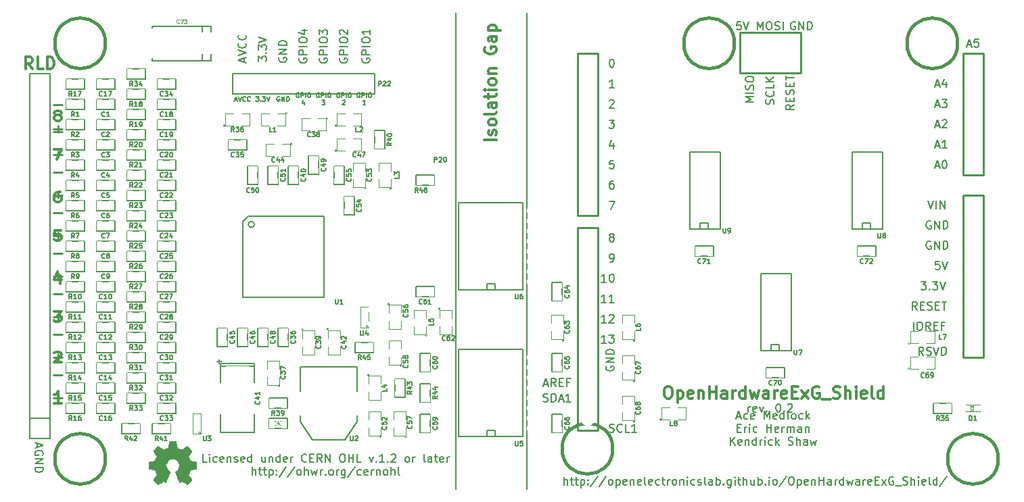
<source format=gto>
G04 #@! TF.FileFunction,Legend,Top*
%FSLAX46Y46*%
G04 Gerber Fmt 4.6, Leading zero omitted, Abs format (unit mm)*
G04 Created by KiCad (PCBNEW 4.0.2+e4-6225~38~ubuntu14.04.1-stable) date Sat Jun  4 16:02:06 2016*
%MOMM*%
G01*
G04 APERTURE LIST*
%ADD10C,0.150000*%
%ADD11C,0.127000*%
%ADD12C,0.203200*%
%ADD13C,0.300000*%
%ADD14C,0.200000*%
%ADD15C,0.254000*%
%ADD16C,0.381000*%
%ADD17C,0.002540*%
%ADD18C,0.078740*%
%ADD19C,0.149860*%
%ADD20C,0.099060*%
%ADD21C,0.066040*%
%ADD22C,0.101600*%
%ADD23C,0.119380*%
%ADD24C,0.114300*%
%ADD25C,2.540000*%
%ADD26C,3.797300*%
%ADD27R,1.524000X0.248920*%
%ADD28O,1.524000X0.248920*%
%ADD29O,0.248920X1.524000*%
%ADD30R,1.000760X0.800100*%
%ADD31R,3.657600X2.032000*%
%ADD32R,1.016000X2.032000*%
%ADD33R,1.143000X0.508000*%
%ADD34R,2.999740X1.998980*%
%ADD35R,1.397000X0.889000*%
%ADD36R,0.889000X1.397000*%
%ADD37R,0.635000X1.143000*%
%ADD38R,1.143000X0.635000*%
%ADD39R,0.797560X0.797560*%
%ADD40R,1.270000X3.180000*%
%ADD41R,1.524000X1.524000*%
%ADD42C,1.524000*%
%ADD43C,3.175000*%
%ADD44R,2.550160X2.700020*%
%ADD45R,2.550160X3.799840*%
G04 APERTURE END LIST*
D10*
D11*
X103555801Y-39240460D02*
X103500163Y-39212641D01*
X103416706Y-39212641D01*
X103333248Y-39240460D01*
X103277610Y-39296098D01*
X103249791Y-39351736D01*
X103221972Y-39463012D01*
X103221972Y-39546470D01*
X103249791Y-39657746D01*
X103277610Y-39713384D01*
X103333248Y-39769022D01*
X103416706Y-39796841D01*
X103472344Y-39796841D01*
X103555801Y-39769022D01*
X103583620Y-39741203D01*
X103583620Y-39546470D01*
X103472344Y-39546470D01*
X103833991Y-39796841D02*
X103833991Y-39212641D01*
X104056544Y-39212641D01*
X104112182Y-39240460D01*
X104140001Y-39268279D01*
X104167820Y-39323917D01*
X104167820Y-39407374D01*
X104140001Y-39463012D01*
X104112182Y-39490831D01*
X104056544Y-39518650D01*
X103833991Y-39518650D01*
X104418191Y-39796841D02*
X104418191Y-39212641D01*
X104807657Y-39212641D02*
X104918934Y-39212641D01*
X104974572Y-39240460D01*
X105030210Y-39296098D01*
X105058029Y-39407374D01*
X105058029Y-39602108D01*
X105030210Y-39713384D01*
X104974572Y-39769022D01*
X104918934Y-39796841D01*
X104807657Y-39796841D01*
X104752019Y-39769022D01*
X104696381Y-39713384D01*
X104668562Y-39602108D01*
X104668562Y-39407374D01*
X104696381Y-39296098D01*
X104752019Y-39240460D01*
X104807657Y-39212641D01*
X104306915Y-40741721D02*
X103973086Y-40741721D01*
X104140000Y-40741721D02*
X104140000Y-40157521D01*
X104084362Y-40240978D01*
X104028724Y-40296616D01*
X103973086Y-40324435D01*
X101015801Y-39240460D02*
X100960163Y-39212641D01*
X100876706Y-39212641D01*
X100793248Y-39240460D01*
X100737610Y-39296098D01*
X100709791Y-39351736D01*
X100681972Y-39463012D01*
X100681972Y-39546470D01*
X100709791Y-39657746D01*
X100737610Y-39713384D01*
X100793248Y-39769022D01*
X100876706Y-39796841D01*
X100932344Y-39796841D01*
X101015801Y-39769022D01*
X101043620Y-39741203D01*
X101043620Y-39546470D01*
X100932344Y-39546470D01*
X101293991Y-39796841D02*
X101293991Y-39212641D01*
X101516544Y-39212641D01*
X101572182Y-39240460D01*
X101600001Y-39268279D01*
X101627820Y-39323917D01*
X101627820Y-39407374D01*
X101600001Y-39463012D01*
X101572182Y-39490831D01*
X101516544Y-39518650D01*
X101293991Y-39518650D01*
X101878191Y-39796841D02*
X101878191Y-39212641D01*
X102267657Y-39212641D02*
X102378934Y-39212641D01*
X102434572Y-39240460D01*
X102490210Y-39296098D01*
X102518029Y-39407374D01*
X102518029Y-39602108D01*
X102490210Y-39713384D01*
X102434572Y-39769022D01*
X102378934Y-39796841D01*
X102267657Y-39796841D01*
X102212019Y-39769022D01*
X102156381Y-39713384D01*
X102128562Y-39602108D01*
X102128562Y-39407374D01*
X102156381Y-39296098D01*
X102212019Y-39240460D01*
X102267657Y-39212641D01*
X101433086Y-40213159D02*
X101460905Y-40185340D01*
X101516543Y-40157521D01*
X101655639Y-40157521D01*
X101711277Y-40185340D01*
X101739096Y-40213159D01*
X101766915Y-40268797D01*
X101766915Y-40324435D01*
X101739096Y-40407892D01*
X101405267Y-40741721D01*
X101766915Y-40741721D01*
X98475801Y-39240460D02*
X98420163Y-39212641D01*
X98336706Y-39212641D01*
X98253248Y-39240460D01*
X98197610Y-39296098D01*
X98169791Y-39351736D01*
X98141972Y-39463012D01*
X98141972Y-39546470D01*
X98169791Y-39657746D01*
X98197610Y-39713384D01*
X98253248Y-39769022D01*
X98336706Y-39796841D01*
X98392344Y-39796841D01*
X98475801Y-39769022D01*
X98503620Y-39741203D01*
X98503620Y-39546470D01*
X98392344Y-39546470D01*
X98753991Y-39796841D02*
X98753991Y-39212641D01*
X98976544Y-39212641D01*
X99032182Y-39240460D01*
X99060001Y-39268279D01*
X99087820Y-39323917D01*
X99087820Y-39407374D01*
X99060001Y-39463012D01*
X99032182Y-39490831D01*
X98976544Y-39518650D01*
X98753991Y-39518650D01*
X99338191Y-39796841D02*
X99338191Y-39212641D01*
X99727657Y-39212641D02*
X99838934Y-39212641D01*
X99894572Y-39240460D01*
X99950210Y-39296098D01*
X99978029Y-39407374D01*
X99978029Y-39602108D01*
X99950210Y-39713384D01*
X99894572Y-39769022D01*
X99838934Y-39796841D01*
X99727657Y-39796841D01*
X99672019Y-39769022D01*
X99616381Y-39713384D01*
X99588562Y-39602108D01*
X99588562Y-39407374D01*
X99616381Y-39296098D01*
X99672019Y-39240460D01*
X99727657Y-39212641D01*
X98865267Y-40157521D02*
X99226915Y-40157521D01*
X99032181Y-40380073D01*
X99115639Y-40380073D01*
X99171277Y-40407892D01*
X99199096Y-40435711D01*
X99226915Y-40491350D01*
X99226915Y-40630445D01*
X99199096Y-40686083D01*
X99171277Y-40713902D01*
X99115639Y-40741721D01*
X98948724Y-40741721D01*
X98893086Y-40713902D01*
X98865267Y-40686083D01*
X95935801Y-39240460D02*
X95880163Y-39212641D01*
X95796706Y-39212641D01*
X95713248Y-39240460D01*
X95657610Y-39296098D01*
X95629791Y-39351736D01*
X95601972Y-39463012D01*
X95601972Y-39546470D01*
X95629791Y-39657746D01*
X95657610Y-39713384D01*
X95713248Y-39769022D01*
X95796706Y-39796841D01*
X95852344Y-39796841D01*
X95935801Y-39769022D01*
X95963620Y-39741203D01*
X95963620Y-39546470D01*
X95852344Y-39546470D01*
X96213991Y-39796841D02*
X96213991Y-39212641D01*
X96436544Y-39212641D01*
X96492182Y-39240460D01*
X96520001Y-39268279D01*
X96547820Y-39323917D01*
X96547820Y-39407374D01*
X96520001Y-39463012D01*
X96492182Y-39490831D01*
X96436544Y-39518650D01*
X96213991Y-39518650D01*
X96798191Y-39796841D02*
X96798191Y-39212641D01*
X97187657Y-39212641D02*
X97298934Y-39212641D01*
X97354572Y-39240460D01*
X97410210Y-39296098D01*
X97438029Y-39407374D01*
X97438029Y-39602108D01*
X97410210Y-39713384D01*
X97354572Y-39769022D01*
X97298934Y-39796841D01*
X97187657Y-39796841D01*
X97132019Y-39769022D01*
X97076381Y-39713384D01*
X97048562Y-39602108D01*
X97048562Y-39407374D01*
X97076381Y-39296098D01*
X97132019Y-39240460D01*
X97187657Y-39212641D01*
X96631277Y-40352254D02*
X96631277Y-40741721D01*
X96492181Y-40129702D02*
X96353086Y-40546988D01*
X96714734Y-40546988D01*
X93534896Y-39712900D02*
X93479258Y-39685081D01*
X93395801Y-39685081D01*
X93312343Y-39712900D01*
X93256705Y-39768538D01*
X93228886Y-39824176D01*
X93201067Y-39935452D01*
X93201067Y-40018910D01*
X93228886Y-40130186D01*
X93256705Y-40185824D01*
X93312343Y-40241462D01*
X93395801Y-40269281D01*
X93451439Y-40269281D01*
X93534896Y-40241462D01*
X93562715Y-40213643D01*
X93562715Y-40018910D01*
X93451439Y-40018910D01*
X93813086Y-40269281D02*
X93813086Y-39685081D01*
X94146915Y-40269281D01*
X94146915Y-39685081D01*
X94425105Y-40269281D02*
X94425105Y-39685081D01*
X94564200Y-39685081D01*
X94647658Y-39712900D01*
X94703296Y-39768538D01*
X94731115Y-39824176D01*
X94758934Y-39935452D01*
X94758934Y-40018910D01*
X94731115Y-40130186D01*
X94703296Y-40185824D01*
X94647658Y-40241462D01*
X94564200Y-40269281D01*
X94425105Y-40269281D01*
X90577610Y-39685081D02*
X90939258Y-39685081D01*
X90744524Y-39907633D01*
X90827982Y-39907633D01*
X90883620Y-39935452D01*
X90911439Y-39963271D01*
X90939258Y-40018910D01*
X90939258Y-40158005D01*
X90911439Y-40213643D01*
X90883620Y-40241462D01*
X90827982Y-40269281D01*
X90661067Y-40269281D01*
X90605429Y-40241462D01*
X90577610Y-40213643D01*
X91189629Y-40213643D02*
X91217448Y-40241462D01*
X91189629Y-40269281D01*
X91161810Y-40241462D01*
X91189629Y-40213643D01*
X91189629Y-40269281D01*
X91412181Y-39685081D02*
X91773829Y-39685081D01*
X91579095Y-39907633D01*
X91662553Y-39907633D01*
X91718191Y-39935452D01*
X91746010Y-39963271D01*
X91773829Y-40018910D01*
X91773829Y-40158005D01*
X91746010Y-40213643D01*
X91718191Y-40241462D01*
X91662553Y-40269281D01*
X91495638Y-40269281D01*
X91440000Y-40241462D01*
X91412181Y-40213643D01*
X91940743Y-39685081D02*
X92135476Y-40269281D01*
X92330210Y-39685081D01*
X87926333Y-40102367D02*
X88204524Y-40102367D01*
X87870695Y-40269281D02*
X88065428Y-39685081D01*
X88260162Y-40269281D01*
X88371438Y-39685081D02*
X88566171Y-40269281D01*
X88760905Y-39685081D01*
X89289467Y-40213643D02*
X89261648Y-40241462D01*
X89178191Y-40269281D01*
X89122553Y-40269281D01*
X89039095Y-40241462D01*
X88983457Y-40185824D01*
X88955638Y-40130186D01*
X88927819Y-40018910D01*
X88927819Y-39935452D01*
X88955638Y-39824176D01*
X88983457Y-39768538D01*
X89039095Y-39712900D01*
X89122553Y-39685081D01*
X89178191Y-39685081D01*
X89261648Y-39712900D01*
X89289467Y-39740719D01*
X89873667Y-40213643D02*
X89845848Y-40241462D01*
X89762391Y-40269281D01*
X89706753Y-40269281D01*
X89623295Y-40241462D01*
X89567657Y-40185824D01*
X89539838Y-40130186D01*
X89512019Y-40018910D01*
X89512019Y-39935452D01*
X89539838Y-39824176D01*
X89567657Y-39768538D01*
X89623295Y-39712900D01*
X89706753Y-39685081D01*
X89762391Y-39685081D01*
X89845848Y-39712900D01*
X89873667Y-39740719D01*
D12*
X90883619Y-35281809D02*
X90883619Y-34652857D01*
X91270667Y-34991523D01*
X91270667Y-34846381D01*
X91319048Y-34749619D01*
X91367429Y-34701238D01*
X91464190Y-34652857D01*
X91706095Y-34652857D01*
X91802857Y-34701238D01*
X91851238Y-34749619D01*
X91899619Y-34846381D01*
X91899619Y-35136666D01*
X91851238Y-35233428D01*
X91802857Y-35281809D01*
X91802857Y-34217428D02*
X91851238Y-34169047D01*
X91899619Y-34217428D01*
X91851238Y-34265809D01*
X91802857Y-34217428D01*
X91899619Y-34217428D01*
X90883619Y-33830380D02*
X90883619Y-33201428D01*
X91270667Y-33540094D01*
X91270667Y-33394952D01*
X91319048Y-33298190D01*
X91367429Y-33249809D01*
X91464190Y-33201428D01*
X91706095Y-33201428D01*
X91802857Y-33249809D01*
X91851238Y-33298190D01*
X91899619Y-33394952D01*
X91899619Y-33685237D01*
X91851238Y-33781999D01*
X91802857Y-33830380D01*
X90883619Y-32911142D02*
X91899619Y-32572475D01*
X90883619Y-32233809D01*
X152206477Y-79199619D02*
X152206477Y-78522286D01*
X152206477Y-78715810D02*
X152254858Y-78619048D01*
X152303239Y-78570667D01*
X152400001Y-78522286D01*
X152496762Y-78522286D01*
X153222476Y-79151238D02*
X153125714Y-79199619D01*
X152932191Y-79199619D01*
X152835429Y-79151238D01*
X152787048Y-79054476D01*
X152787048Y-78667429D01*
X152835429Y-78570667D01*
X152932191Y-78522286D01*
X153125714Y-78522286D01*
X153222476Y-78570667D01*
X153270857Y-78667429D01*
X153270857Y-78764190D01*
X152787048Y-78860952D01*
X153609524Y-78522286D02*
X153851429Y-79199619D01*
X154093333Y-78522286D01*
X154480381Y-79102857D02*
X154528762Y-79151238D01*
X154480381Y-79199619D01*
X154432000Y-79151238D01*
X154480381Y-79102857D01*
X154480381Y-79199619D01*
X155931810Y-78183619D02*
X156028571Y-78183619D01*
X156125333Y-78232000D01*
X156173714Y-78280381D01*
X156222095Y-78377143D01*
X156270476Y-78570667D01*
X156270476Y-78812571D01*
X156222095Y-79006095D01*
X156173714Y-79102857D01*
X156125333Y-79151238D01*
X156028571Y-79199619D01*
X155931810Y-79199619D01*
X155835048Y-79151238D01*
X155786667Y-79102857D01*
X155738286Y-79006095D01*
X155689905Y-78812571D01*
X155689905Y-78570667D01*
X155738286Y-78377143D01*
X155786667Y-78280381D01*
X155835048Y-78232000D01*
X155931810Y-78183619D01*
X156705905Y-79102857D02*
X156754286Y-79151238D01*
X156705905Y-79199619D01*
X156657524Y-79151238D01*
X156705905Y-79102857D01*
X156705905Y-79199619D01*
X157141334Y-78280381D02*
X157189715Y-78232000D01*
X157286477Y-78183619D01*
X157528381Y-78183619D01*
X157625143Y-78232000D01*
X157673524Y-78280381D01*
X157721905Y-78377143D01*
X157721905Y-78473905D01*
X157673524Y-78619048D01*
X157092953Y-79199619D01*
X157721905Y-79199619D01*
X84436859Y-85498819D02*
X83953050Y-85498819D01*
X83953050Y-84482819D01*
X84775526Y-85498819D02*
X84775526Y-84821486D01*
X84775526Y-84482819D02*
X84727145Y-84531200D01*
X84775526Y-84579581D01*
X84823907Y-84531200D01*
X84775526Y-84482819D01*
X84775526Y-84579581D01*
X85694764Y-85450438D02*
X85598002Y-85498819D01*
X85404479Y-85498819D01*
X85307717Y-85450438D01*
X85259336Y-85402057D01*
X85210955Y-85305295D01*
X85210955Y-85015010D01*
X85259336Y-84918248D01*
X85307717Y-84869867D01*
X85404479Y-84821486D01*
X85598002Y-84821486D01*
X85694764Y-84869867D01*
X86517240Y-85450438D02*
X86420478Y-85498819D01*
X86226955Y-85498819D01*
X86130193Y-85450438D01*
X86081812Y-85353676D01*
X86081812Y-84966629D01*
X86130193Y-84869867D01*
X86226955Y-84821486D01*
X86420478Y-84821486D01*
X86517240Y-84869867D01*
X86565621Y-84966629D01*
X86565621Y-85063390D01*
X86081812Y-85160152D01*
X87001050Y-84821486D02*
X87001050Y-85498819D01*
X87001050Y-84918248D02*
X87049431Y-84869867D01*
X87146193Y-84821486D01*
X87291335Y-84821486D01*
X87388097Y-84869867D01*
X87436478Y-84966629D01*
X87436478Y-85498819D01*
X87871907Y-85450438D02*
X87968669Y-85498819D01*
X88162193Y-85498819D01*
X88258954Y-85450438D01*
X88307335Y-85353676D01*
X88307335Y-85305295D01*
X88258954Y-85208533D01*
X88162193Y-85160152D01*
X88017050Y-85160152D01*
X87920288Y-85111771D01*
X87871907Y-85015010D01*
X87871907Y-84966629D01*
X87920288Y-84869867D01*
X88017050Y-84821486D01*
X88162193Y-84821486D01*
X88258954Y-84869867D01*
X89129811Y-85450438D02*
X89033049Y-85498819D01*
X88839526Y-85498819D01*
X88742764Y-85450438D01*
X88694383Y-85353676D01*
X88694383Y-84966629D01*
X88742764Y-84869867D01*
X88839526Y-84821486D01*
X89033049Y-84821486D01*
X89129811Y-84869867D01*
X89178192Y-84966629D01*
X89178192Y-85063390D01*
X88694383Y-85160152D01*
X90049049Y-85498819D02*
X90049049Y-84482819D01*
X90049049Y-85450438D02*
X89952287Y-85498819D01*
X89758764Y-85498819D01*
X89662002Y-85450438D01*
X89613621Y-85402057D01*
X89565240Y-85305295D01*
X89565240Y-85015010D01*
X89613621Y-84918248D01*
X89662002Y-84869867D01*
X89758764Y-84821486D01*
X89952287Y-84821486D01*
X90049049Y-84869867D01*
X91742382Y-84821486D02*
X91742382Y-85498819D01*
X91306954Y-84821486D02*
X91306954Y-85353676D01*
X91355335Y-85450438D01*
X91452097Y-85498819D01*
X91597239Y-85498819D01*
X91694001Y-85450438D01*
X91742382Y-85402057D01*
X92226192Y-84821486D02*
X92226192Y-85498819D01*
X92226192Y-84918248D02*
X92274573Y-84869867D01*
X92371335Y-84821486D01*
X92516477Y-84821486D01*
X92613239Y-84869867D01*
X92661620Y-84966629D01*
X92661620Y-85498819D01*
X93580858Y-85498819D02*
X93580858Y-84482819D01*
X93580858Y-85450438D02*
X93484096Y-85498819D01*
X93290573Y-85498819D01*
X93193811Y-85450438D01*
X93145430Y-85402057D01*
X93097049Y-85305295D01*
X93097049Y-85015010D01*
X93145430Y-84918248D01*
X93193811Y-84869867D01*
X93290573Y-84821486D01*
X93484096Y-84821486D01*
X93580858Y-84869867D01*
X94451715Y-85450438D02*
X94354953Y-85498819D01*
X94161430Y-85498819D01*
X94064668Y-85450438D01*
X94016287Y-85353676D01*
X94016287Y-84966629D01*
X94064668Y-84869867D01*
X94161430Y-84821486D01*
X94354953Y-84821486D01*
X94451715Y-84869867D01*
X94500096Y-84966629D01*
X94500096Y-85063390D01*
X94016287Y-85160152D01*
X94935525Y-85498819D02*
X94935525Y-84821486D01*
X94935525Y-85015010D02*
X94983906Y-84918248D01*
X95032287Y-84869867D01*
X95129049Y-84821486D01*
X95225810Y-84821486D01*
X96919143Y-85402057D02*
X96870762Y-85450438D01*
X96725619Y-85498819D01*
X96628857Y-85498819D01*
X96483715Y-85450438D01*
X96386953Y-85353676D01*
X96338572Y-85256914D01*
X96290191Y-85063390D01*
X96290191Y-84918248D01*
X96338572Y-84724724D01*
X96386953Y-84627962D01*
X96483715Y-84531200D01*
X96628857Y-84482819D01*
X96725619Y-84482819D01*
X96870762Y-84531200D01*
X96919143Y-84579581D01*
X97354572Y-84966629D02*
X97693238Y-84966629D01*
X97838381Y-85498819D02*
X97354572Y-85498819D01*
X97354572Y-84482819D01*
X97838381Y-84482819D01*
X98854381Y-85498819D02*
X98515715Y-85015010D01*
X98273810Y-85498819D02*
X98273810Y-84482819D01*
X98660857Y-84482819D01*
X98757619Y-84531200D01*
X98806000Y-84579581D01*
X98854381Y-84676343D01*
X98854381Y-84821486D01*
X98806000Y-84918248D01*
X98757619Y-84966629D01*
X98660857Y-85015010D01*
X98273810Y-85015010D01*
X99289810Y-85498819D02*
X99289810Y-84482819D01*
X99870381Y-85498819D01*
X99870381Y-84482819D01*
X101321810Y-84482819D02*
X101515333Y-84482819D01*
X101612095Y-84531200D01*
X101708857Y-84627962D01*
X101757238Y-84821486D01*
X101757238Y-85160152D01*
X101708857Y-85353676D01*
X101612095Y-85450438D01*
X101515333Y-85498819D01*
X101321810Y-85498819D01*
X101225048Y-85450438D01*
X101128286Y-85353676D01*
X101079905Y-85160152D01*
X101079905Y-84821486D01*
X101128286Y-84627962D01*
X101225048Y-84531200D01*
X101321810Y-84482819D01*
X102192667Y-85498819D02*
X102192667Y-84482819D01*
X102192667Y-84966629D02*
X102773238Y-84966629D01*
X102773238Y-85498819D02*
X102773238Y-84482819D01*
X103740857Y-85498819D02*
X103257048Y-85498819D01*
X103257048Y-84482819D01*
X104756857Y-84821486D02*
X104998762Y-85498819D01*
X105240666Y-84821486D01*
X105627714Y-85402057D02*
X105676095Y-85450438D01*
X105627714Y-85498819D01*
X105579333Y-85450438D01*
X105627714Y-85402057D01*
X105627714Y-85498819D01*
X106643714Y-85498819D02*
X106063143Y-85498819D01*
X106353429Y-85498819D02*
X106353429Y-84482819D01*
X106256667Y-84627962D01*
X106159905Y-84724724D01*
X106063143Y-84773105D01*
X107079143Y-85402057D02*
X107127524Y-85450438D01*
X107079143Y-85498819D01*
X107030762Y-85450438D01*
X107079143Y-85402057D01*
X107079143Y-85498819D01*
X107514572Y-84579581D02*
X107562953Y-84531200D01*
X107659715Y-84482819D01*
X107901619Y-84482819D01*
X107998381Y-84531200D01*
X108046762Y-84579581D01*
X108095143Y-84676343D01*
X108095143Y-84773105D01*
X108046762Y-84918248D01*
X107466191Y-85498819D01*
X108095143Y-85498819D01*
X109449810Y-85498819D02*
X109353048Y-85450438D01*
X109304667Y-85402057D01*
X109256286Y-85305295D01*
X109256286Y-85015010D01*
X109304667Y-84918248D01*
X109353048Y-84869867D01*
X109449810Y-84821486D01*
X109594952Y-84821486D01*
X109691714Y-84869867D01*
X109740095Y-84918248D01*
X109788476Y-85015010D01*
X109788476Y-85305295D01*
X109740095Y-85402057D01*
X109691714Y-85450438D01*
X109594952Y-85498819D01*
X109449810Y-85498819D01*
X110223905Y-85498819D02*
X110223905Y-84821486D01*
X110223905Y-85015010D02*
X110272286Y-84918248D01*
X110320667Y-84869867D01*
X110417429Y-84821486D01*
X110514190Y-84821486D01*
X111772095Y-85498819D02*
X111675333Y-85450438D01*
X111626952Y-85353676D01*
X111626952Y-84482819D01*
X112594570Y-85498819D02*
X112594570Y-84966629D01*
X112546189Y-84869867D01*
X112449427Y-84821486D01*
X112255904Y-84821486D01*
X112159142Y-84869867D01*
X112594570Y-85450438D02*
X112497808Y-85498819D01*
X112255904Y-85498819D01*
X112159142Y-85450438D01*
X112110761Y-85353676D01*
X112110761Y-85256914D01*
X112159142Y-85160152D01*
X112255904Y-85111771D01*
X112497808Y-85111771D01*
X112594570Y-85063390D01*
X112933237Y-84821486D02*
X113320285Y-84821486D01*
X113078380Y-84482819D02*
X113078380Y-85353676D01*
X113126761Y-85450438D01*
X113223523Y-85498819D01*
X113320285Y-85498819D01*
X114045998Y-85450438D02*
X113949236Y-85498819D01*
X113755713Y-85498819D01*
X113658951Y-85450438D01*
X113610570Y-85353676D01*
X113610570Y-84966629D01*
X113658951Y-84869867D01*
X113755713Y-84821486D01*
X113949236Y-84821486D01*
X114045998Y-84869867D01*
X114094379Y-84966629D01*
X114094379Y-85063390D01*
X113610570Y-85160152D01*
X114529808Y-85498819D02*
X114529808Y-84821486D01*
X114529808Y-85015010D02*
X114578189Y-84918248D01*
X114626570Y-84869867D01*
X114723332Y-84821486D01*
X114820093Y-84821486D01*
X90145811Y-87124419D02*
X90145811Y-86108419D01*
X90581239Y-87124419D02*
X90581239Y-86592229D01*
X90532858Y-86495467D01*
X90436096Y-86447086D01*
X90290954Y-86447086D01*
X90194192Y-86495467D01*
X90145811Y-86543848D01*
X90919906Y-86447086D02*
X91306954Y-86447086D01*
X91065049Y-86108419D02*
X91065049Y-86979276D01*
X91113430Y-87076038D01*
X91210192Y-87124419D01*
X91306954Y-87124419D01*
X91500477Y-86447086D02*
X91887525Y-86447086D01*
X91645620Y-86108419D02*
X91645620Y-86979276D01*
X91694001Y-87076038D01*
X91790763Y-87124419D01*
X91887525Y-87124419D01*
X92226191Y-86447086D02*
X92226191Y-87463086D01*
X92226191Y-86495467D02*
X92322953Y-86447086D01*
X92516476Y-86447086D01*
X92613238Y-86495467D01*
X92661619Y-86543848D01*
X92710000Y-86640610D01*
X92710000Y-86930895D01*
X92661619Y-87027657D01*
X92613238Y-87076038D01*
X92516476Y-87124419D01*
X92322953Y-87124419D01*
X92226191Y-87076038D01*
X93145429Y-87027657D02*
X93193810Y-87076038D01*
X93145429Y-87124419D01*
X93097048Y-87076038D01*
X93145429Y-87027657D01*
X93145429Y-87124419D01*
X93145429Y-86495467D02*
X93193810Y-86543848D01*
X93145429Y-86592229D01*
X93097048Y-86543848D01*
X93145429Y-86495467D01*
X93145429Y-86592229D01*
X94354953Y-86060038D02*
X93484096Y-87366324D01*
X95419334Y-86060038D02*
X94548477Y-87366324D01*
X95903144Y-87124419D02*
X95806382Y-87076038D01*
X95758001Y-87027657D01*
X95709620Y-86930895D01*
X95709620Y-86640610D01*
X95758001Y-86543848D01*
X95806382Y-86495467D01*
X95903144Y-86447086D01*
X96048286Y-86447086D01*
X96145048Y-86495467D01*
X96193429Y-86543848D01*
X96241810Y-86640610D01*
X96241810Y-86930895D01*
X96193429Y-87027657D01*
X96145048Y-87076038D01*
X96048286Y-87124419D01*
X95903144Y-87124419D01*
X96677239Y-87124419D02*
X96677239Y-86108419D01*
X97112667Y-87124419D02*
X97112667Y-86592229D01*
X97064286Y-86495467D01*
X96967524Y-86447086D01*
X96822382Y-86447086D01*
X96725620Y-86495467D01*
X96677239Y-86543848D01*
X97499715Y-86447086D02*
X97693239Y-87124419D01*
X97886762Y-86640610D01*
X98080286Y-87124419D01*
X98273810Y-86447086D01*
X98660858Y-87124419D02*
X98660858Y-86447086D01*
X98660858Y-86640610D02*
X98709239Y-86543848D01*
X98757620Y-86495467D01*
X98854382Y-86447086D01*
X98951143Y-86447086D01*
X99289810Y-87027657D02*
X99338191Y-87076038D01*
X99289810Y-87124419D01*
X99241429Y-87076038D01*
X99289810Y-87027657D01*
X99289810Y-87124419D01*
X99918763Y-87124419D02*
X99822001Y-87076038D01*
X99773620Y-87027657D01*
X99725239Y-86930895D01*
X99725239Y-86640610D01*
X99773620Y-86543848D01*
X99822001Y-86495467D01*
X99918763Y-86447086D01*
X100063905Y-86447086D01*
X100160667Y-86495467D01*
X100209048Y-86543848D01*
X100257429Y-86640610D01*
X100257429Y-86930895D01*
X100209048Y-87027657D01*
X100160667Y-87076038D01*
X100063905Y-87124419D01*
X99918763Y-87124419D01*
X100692858Y-87124419D02*
X100692858Y-86447086D01*
X100692858Y-86640610D02*
X100741239Y-86543848D01*
X100789620Y-86495467D01*
X100886382Y-86447086D01*
X100983143Y-86447086D01*
X101757238Y-86447086D02*
X101757238Y-87269562D01*
X101708857Y-87366324D01*
X101660476Y-87414705D01*
X101563715Y-87463086D01*
X101418572Y-87463086D01*
X101321810Y-87414705D01*
X101757238Y-87076038D02*
X101660476Y-87124419D01*
X101466953Y-87124419D01*
X101370191Y-87076038D01*
X101321810Y-87027657D01*
X101273429Y-86930895D01*
X101273429Y-86640610D01*
X101321810Y-86543848D01*
X101370191Y-86495467D01*
X101466953Y-86447086D01*
X101660476Y-86447086D01*
X101757238Y-86495467D01*
X102966762Y-86060038D02*
X102095905Y-87366324D01*
X103740857Y-87076038D02*
X103644095Y-87124419D01*
X103450572Y-87124419D01*
X103353810Y-87076038D01*
X103305429Y-87027657D01*
X103257048Y-86930895D01*
X103257048Y-86640610D01*
X103305429Y-86543848D01*
X103353810Y-86495467D01*
X103450572Y-86447086D01*
X103644095Y-86447086D01*
X103740857Y-86495467D01*
X104563333Y-87076038D02*
X104466571Y-87124419D01*
X104273048Y-87124419D01*
X104176286Y-87076038D01*
X104127905Y-86979276D01*
X104127905Y-86592229D01*
X104176286Y-86495467D01*
X104273048Y-86447086D01*
X104466571Y-86447086D01*
X104563333Y-86495467D01*
X104611714Y-86592229D01*
X104611714Y-86688990D01*
X104127905Y-86785752D01*
X105047143Y-87124419D02*
X105047143Y-86447086D01*
X105047143Y-86640610D02*
X105095524Y-86543848D01*
X105143905Y-86495467D01*
X105240667Y-86447086D01*
X105337428Y-86447086D01*
X105676095Y-86447086D02*
X105676095Y-87124419D01*
X105676095Y-86543848D02*
X105724476Y-86495467D01*
X105821238Y-86447086D01*
X105966380Y-86447086D01*
X106063142Y-86495467D01*
X106111523Y-86592229D01*
X106111523Y-87124419D01*
X106740476Y-87124419D02*
X106643714Y-87076038D01*
X106595333Y-87027657D01*
X106546952Y-86930895D01*
X106546952Y-86640610D01*
X106595333Y-86543848D01*
X106643714Y-86495467D01*
X106740476Y-86447086D01*
X106885618Y-86447086D01*
X106982380Y-86495467D01*
X107030761Y-86543848D01*
X107079142Y-86640610D01*
X107079142Y-86930895D01*
X107030761Y-87027657D01*
X106982380Y-87076038D01*
X106885618Y-87124419D01*
X106740476Y-87124419D01*
X107514571Y-87124419D02*
X107514571Y-86108419D01*
X107949999Y-87124419D02*
X107949999Y-86592229D01*
X107901618Y-86495467D01*
X107804856Y-86447086D01*
X107659714Y-86447086D01*
X107562952Y-86495467D01*
X107514571Y-86543848D01*
X108578952Y-87124419D02*
X108482190Y-87076038D01*
X108433809Y-86979276D01*
X108433809Y-86108419D01*
X150773192Y-79823733D02*
X151257001Y-79823733D01*
X150676430Y-80114019D02*
X151015097Y-79098019D01*
X151353763Y-80114019D01*
X152127858Y-80065638D02*
X152031096Y-80114019D01*
X151837573Y-80114019D01*
X151740811Y-80065638D01*
X151692430Y-80017257D01*
X151644049Y-79920495D01*
X151644049Y-79630210D01*
X151692430Y-79533448D01*
X151740811Y-79485067D01*
X151837573Y-79436686D01*
X152031096Y-79436686D01*
X152127858Y-79485067D01*
X152950334Y-80065638D02*
X152853572Y-80114019D01*
X152660049Y-80114019D01*
X152563287Y-80065638D01*
X152514906Y-79968876D01*
X152514906Y-79581829D01*
X152563287Y-79485067D01*
X152660049Y-79436686D01*
X152853572Y-79436686D01*
X152950334Y-79485067D01*
X152998715Y-79581829D01*
X152998715Y-79678590D01*
X152514906Y-79775352D01*
X154208239Y-80114019D02*
X154208239Y-79098019D01*
X154546905Y-79823733D01*
X154885572Y-79098019D01*
X154885572Y-80114019D01*
X155756429Y-80065638D02*
X155659667Y-80114019D01*
X155466144Y-80114019D01*
X155369382Y-80065638D01*
X155321001Y-79968876D01*
X155321001Y-79581829D01*
X155369382Y-79485067D01*
X155466144Y-79436686D01*
X155659667Y-79436686D01*
X155756429Y-79485067D01*
X155804810Y-79581829D01*
X155804810Y-79678590D01*
X155321001Y-79775352D01*
X156675667Y-80114019D02*
X156675667Y-79098019D01*
X156675667Y-80065638D02*
X156578905Y-80114019D01*
X156385382Y-80114019D01*
X156288620Y-80065638D01*
X156240239Y-80017257D01*
X156191858Y-79920495D01*
X156191858Y-79630210D01*
X156240239Y-79533448D01*
X156288620Y-79485067D01*
X156385382Y-79436686D01*
X156578905Y-79436686D01*
X156675667Y-79485067D01*
X157304620Y-80114019D02*
X157207858Y-80065638D01*
X157159477Y-79968876D01*
X157159477Y-79098019D01*
X157836810Y-80114019D02*
X157740048Y-80065638D01*
X157691667Y-80017257D01*
X157643286Y-79920495D01*
X157643286Y-79630210D01*
X157691667Y-79533448D01*
X157740048Y-79485067D01*
X157836810Y-79436686D01*
X157981952Y-79436686D01*
X158078714Y-79485067D01*
X158127095Y-79533448D01*
X158175476Y-79630210D01*
X158175476Y-79920495D01*
X158127095Y-80017257D01*
X158078714Y-80065638D01*
X157981952Y-80114019D01*
X157836810Y-80114019D01*
X159046333Y-80065638D02*
X158949571Y-80114019D01*
X158756048Y-80114019D01*
X158659286Y-80065638D01*
X158610905Y-80017257D01*
X158562524Y-79920495D01*
X158562524Y-79630210D01*
X158610905Y-79533448D01*
X158659286Y-79485067D01*
X158756048Y-79436686D01*
X158949571Y-79436686D01*
X159046333Y-79485067D01*
X159481762Y-80114019D02*
X159481762Y-79098019D01*
X159578524Y-79726971D02*
X159868809Y-80114019D01*
X159868809Y-79436686D02*
X159481762Y-79823733D01*
X150845763Y-81207429D02*
X151184429Y-81207429D01*
X151329572Y-81739619D02*
X150845763Y-81739619D01*
X150845763Y-80723619D01*
X151329572Y-80723619D01*
X151765001Y-81739619D02*
X151765001Y-81062286D01*
X151765001Y-81255810D02*
X151813382Y-81159048D01*
X151861763Y-81110667D01*
X151958525Y-81062286D01*
X152055286Y-81062286D01*
X152393953Y-81739619D02*
X152393953Y-81062286D01*
X152393953Y-80723619D02*
X152345572Y-80772000D01*
X152393953Y-80820381D01*
X152442334Y-80772000D01*
X152393953Y-80723619D01*
X152393953Y-80820381D01*
X153313191Y-81691238D02*
X153216429Y-81739619D01*
X153022906Y-81739619D01*
X152926144Y-81691238D01*
X152877763Y-81642857D01*
X152829382Y-81546095D01*
X152829382Y-81255810D01*
X152877763Y-81159048D01*
X152926144Y-81110667D01*
X153022906Y-81062286D01*
X153216429Y-81062286D01*
X153313191Y-81110667D01*
X154522715Y-81739619D02*
X154522715Y-80723619D01*
X154522715Y-81207429D02*
X155103286Y-81207429D01*
X155103286Y-81739619D02*
X155103286Y-80723619D01*
X155974143Y-81691238D02*
X155877381Y-81739619D01*
X155683858Y-81739619D01*
X155587096Y-81691238D01*
X155538715Y-81594476D01*
X155538715Y-81207429D01*
X155587096Y-81110667D01*
X155683858Y-81062286D01*
X155877381Y-81062286D01*
X155974143Y-81110667D01*
X156022524Y-81207429D01*
X156022524Y-81304190D01*
X155538715Y-81400952D01*
X156457953Y-81739619D02*
X156457953Y-81062286D01*
X156457953Y-81255810D02*
X156506334Y-81159048D01*
X156554715Y-81110667D01*
X156651477Y-81062286D01*
X156748238Y-81062286D01*
X157086905Y-81739619D02*
X157086905Y-81062286D01*
X157086905Y-81159048D02*
X157135286Y-81110667D01*
X157232048Y-81062286D01*
X157377190Y-81062286D01*
X157473952Y-81110667D01*
X157522333Y-81207429D01*
X157522333Y-81739619D01*
X157522333Y-81207429D02*
X157570714Y-81110667D01*
X157667476Y-81062286D01*
X157812619Y-81062286D01*
X157909381Y-81110667D01*
X157957762Y-81207429D01*
X157957762Y-81739619D01*
X158877000Y-81739619D02*
X158877000Y-81207429D01*
X158828619Y-81110667D01*
X158731857Y-81062286D01*
X158538334Y-81062286D01*
X158441572Y-81110667D01*
X158877000Y-81691238D02*
X158780238Y-81739619D01*
X158538334Y-81739619D01*
X158441572Y-81691238D01*
X158393191Y-81594476D01*
X158393191Y-81497714D01*
X158441572Y-81400952D01*
X158538334Y-81352571D01*
X158780238Y-81352571D01*
X158877000Y-81304190D01*
X159360810Y-81062286D02*
X159360810Y-81739619D01*
X159360810Y-81159048D02*
X159409191Y-81110667D01*
X159505953Y-81062286D01*
X159651095Y-81062286D01*
X159747857Y-81110667D01*
X159796238Y-81207429D01*
X159796238Y-81739619D01*
X149974906Y-83365219D02*
X149974906Y-82349219D01*
X150555477Y-83365219D02*
X150120049Y-82784648D01*
X150555477Y-82349219D02*
X149974906Y-82929790D01*
X151377953Y-83316838D02*
X151281191Y-83365219D01*
X151087668Y-83365219D01*
X150990906Y-83316838D01*
X150942525Y-83220076D01*
X150942525Y-82833029D01*
X150990906Y-82736267D01*
X151087668Y-82687886D01*
X151281191Y-82687886D01*
X151377953Y-82736267D01*
X151426334Y-82833029D01*
X151426334Y-82929790D01*
X150942525Y-83026552D01*
X151861763Y-82687886D02*
X151861763Y-83365219D01*
X151861763Y-82784648D02*
X151910144Y-82736267D01*
X152006906Y-82687886D01*
X152152048Y-82687886D01*
X152248810Y-82736267D01*
X152297191Y-82833029D01*
X152297191Y-83365219D01*
X153216429Y-83365219D02*
X153216429Y-82349219D01*
X153216429Y-83316838D02*
X153119667Y-83365219D01*
X152926144Y-83365219D01*
X152829382Y-83316838D01*
X152781001Y-83268457D01*
X152732620Y-83171695D01*
X152732620Y-82881410D01*
X152781001Y-82784648D01*
X152829382Y-82736267D01*
X152926144Y-82687886D01*
X153119667Y-82687886D01*
X153216429Y-82736267D01*
X153700239Y-83365219D02*
X153700239Y-82687886D01*
X153700239Y-82881410D02*
X153748620Y-82784648D01*
X153797001Y-82736267D01*
X153893763Y-82687886D01*
X153990524Y-82687886D01*
X154329191Y-83365219D02*
X154329191Y-82687886D01*
X154329191Y-82349219D02*
X154280810Y-82397600D01*
X154329191Y-82445981D01*
X154377572Y-82397600D01*
X154329191Y-82349219D01*
X154329191Y-82445981D01*
X155248429Y-83316838D02*
X155151667Y-83365219D01*
X154958144Y-83365219D01*
X154861382Y-83316838D01*
X154813001Y-83268457D01*
X154764620Y-83171695D01*
X154764620Y-82881410D01*
X154813001Y-82784648D01*
X154861382Y-82736267D01*
X154958144Y-82687886D01*
X155151667Y-82687886D01*
X155248429Y-82736267D01*
X155683858Y-83365219D02*
X155683858Y-82349219D01*
X155780620Y-82978171D02*
X156070905Y-83365219D01*
X156070905Y-82687886D02*
X155683858Y-83074933D01*
X157232048Y-83316838D02*
X157377191Y-83365219D01*
X157619095Y-83365219D01*
X157715857Y-83316838D01*
X157764238Y-83268457D01*
X157812619Y-83171695D01*
X157812619Y-83074933D01*
X157764238Y-82978171D01*
X157715857Y-82929790D01*
X157619095Y-82881410D01*
X157425572Y-82833029D01*
X157328810Y-82784648D01*
X157280429Y-82736267D01*
X157232048Y-82639505D01*
X157232048Y-82542743D01*
X157280429Y-82445981D01*
X157328810Y-82397600D01*
X157425572Y-82349219D01*
X157667476Y-82349219D01*
X157812619Y-82397600D01*
X158248048Y-83365219D02*
X158248048Y-82349219D01*
X158683476Y-83365219D02*
X158683476Y-82833029D01*
X158635095Y-82736267D01*
X158538333Y-82687886D01*
X158393191Y-82687886D01*
X158296429Y-82736267D01*
X158248048Y-82784648D01*
X159602714Y-83365219D02*
X159602714Y-82833029D01*
X159554333Y-82736267D01*
X159457571Y-82687886D01*
X159264048Y-82687886D01*
X159167286Y-82736267D01*
X159602714Y-83316838D02*
X159505952Y-83365219D01*
X159264048Y-83365219D01*
X159167286Y-83316838D01*
X159118905Y-83220076D01*
X159118905Y-83123314D01*
X159167286Y-83026552D01*
X159264048Y-82978171D01*
X159505952Y-82978171D01*
X159602714Y-82929790D01*
X159989762Y-82687886D02*
X160183286Y-83365219D01*
X160376809Y-82881410D01*
X160570333Y-83365219D01*
X160763857Y-82687886D01*
D13*
X142055143Y-76013571D02*
X142340857Y-76013571D01*
X142483715Y-76085000D01*
X142626572Y-76227857D01*
X142698000Y-76513571D01*
X142698000Y-77013571D01*
X142626572Y-77299286D01*
X142483715Y-77442143D01*
X142340857Y-77513571D01*
X142055143Y-77513571D01*
X141912286Y-77442143D01*
X141769429Y-77299286D01*
X141698000Y-77013571D01*
X141698000Y-76513571D01*
X141769429Y-76227857D01*
X141912286Y-76085000D01*
X142055143Y-76013571D01*
X143340858Y-76513571D02*
X143340858Y-78013571D01*
X143340858Y-76585000D02*
X143483715Y-76513571D01*
X143769429Y-76513571D01*
X143912286Y-76585000D01*
X143983715Y-76656429D01*
X144055144Y-76799286D01*
X144055144Y-77227857D01*
X143983715Y-77370714D01*
X143912286Y-77442143D01*
X143769429Y-77513571D01*
X143483715Y-77513571D01*
X143340858Y-77442143D01*
X145269429Y-77442143D02*
X145126572Y-77513571D01*
X144840858Y-77513571D01*
X144698001Y-77442143D01*
X144626572Y-77299286D01*
X144626572Y-76727857D01*
X144698001Y-76585000D01*
X144840858Y-76513571D01*
X145126572Y-76513571D01*
X145269429Y-76585000D01*
X145340858Y-76727857D01*
X145340858Y-76870714D01*
X144626572Y-77013571D01*
X145983715Y-76513571D02*
X145983715Y-77513571D01*
X145983715Y-76656429D02*
X146055143Y-76585000D01*
X146198001Y-76513571D01*
X146412286Y-76513571D01*
X146555143Y-76585000D01*
X146626572Y-76727857D01*
X146626572Y-77513571D01*
X147340858Y-77513571D02*
X147340858Y-76013571D01*
X147340858Y-76727857D02*
X148198001Y-76727857D01*
X148198001Y-77513571D02*
X148198001Y-76013571D01*
X149555144Y-77513571D02*
X149555144Y-76727857D01*
X149483715Y-76585000D01*
X149340858Y-76513571D01*
X149055144Y-76513571D01*
X148912287Y-76585000D01*
X149555144Y-77442143D02*
X149412287Y-77513571D01*
X149055144Y-77513571D01*
X148912287Y-77442143D01*
X148840858Y-77299286D01*
X148840858Y-77156429D01*
X148912287Y-77013571D01*
X149055144Y-76942143D01*
X149412287Y-76942143D01*
X149555144Y-76870714D01*
X150269430Y-77513571D02*
X150269430Y-76513571D01*
X150269430Y-76799286D02*
X150340858Y-76656429D01*
X150412287Y-76585000D01*
X150555144Y-76513571D01*
X150698001Y-76513571D01*
X151840858Y-77513571D02*
X151840858Y-76013571D01*
X151840858Y-77442143D02*
X151698001Y-77513571D01*
X151412287Y-77513571D01*
X151269429Y-77442143D01*
X151198001Y-77370714D01*
X151126572Y-77227857D01*
X151126572Y-76799286D01*
X151198001Y-76656429D01*
X151269429Y-76585000D01*
X151412287Y-76513571D01*
X151698001Y-76513571D01*
X151840858Y-76585000D01*
X152412287Y-76513571D02*
X152698001Y-77513571D01*
X152983715Y-76799286D01*
X153269430Y-77513571D01*
X153555144Y-76513571D01*
X154769430Y-77513571D02*
X154769430Y-76727857D01*
X154698001Y-76585000D01*
X154555144Y-76513571D01*
X154269430Y-76513571D01*
X154126573Y-76585000D01*
X154769430Y-77442143D02*
X154626573Y-77513571D01*
X154269430Y-77513571D01*
X154126573Y-77442143D01*
X154055144Y-77299286D01*
X154055144Y-77156429D01*
X154126573Y-77013571D01*
X154269430Y-76942143D01*
X154626573Y-76942143D01*
X154769430Y-76870714D01*
X155483716Y-77513571D02*
X155483716Y-76513571D01*
X155483716Y-76799286D02*
X155555144Y-76656429D01*
X155626573Y-76585000D01*
X155769430Y-76513571D01*
X155912287Y-76513571D01*
X156983715Y-77442143D02*
X156840858Y-77513571D01*
X156555144Y-77513571D01*
X156412287Y-77442143D01*
X156340858Y-77299286D01*
X156340858Y-76727857D01*
X156412287Y-76585000D01*
X156555144Y-76513571D01*
X156840858Y-76513571D01*
X156983715Y-76585000D01*
X157055144Y-76727857D01*
X157055144Y-76870714D01*
X156340858Y-77013571D01*
X157698001Y-76727857D02*
X158198001Y-76727857D01*
X158412287Y-77513571D02*
X157698001Y-77513571D01*
X157698001Y-76013571D01*
X158412287Y-76013571D01*
X158912287Y-77513571D02*
X159698001Y-76513571D01*
X158912287Y-76513571D02*
X159698001Y-77513571D01*
X161055144Y-76085000D02*
X160912287Y-76013571D01*
X160698001Y-76013571D01*
X160483716Y-76085000D01*
X160340858Y-76227857D01*
X160269430Y-76370714D01*
X160198001Y-76656429D01*
X160198001Y-76870714D01*
X160269430Y-77156429D01*
X160340858Y-77299286D01*
X160483716Y-77442143D01*
X160698001Y-77513571D01*
X160840858Y-77513571D01*
X161055144Y-77442143D01*
X161126573Y-77370714D01*
X161126573Y-76870714D01*
X160840858Y-76870714D01*
X161412287Y-77656429D02*
X162555144Y-77656429D01*
X162840858Y-77442143D02*
X163055144Y-77513571D01*
X163412287Y-77513571D01*
X163555144Y-77442143D01*
X163626573Y-77370714D01*
X163698001Y-77227857D01*
X163698001Y-77085000D01*
X163626573Y-76942143D01*
X163555144Y-76870714D01*
X163412287Y-76799286D01*
X163126573Y-76727857D01*
X162983715Y-76656429D01*
X162912287Y-76585000D01*
X162840858Y-76442143D01*
X162840858Y-76299286D01*
X162912287Y-76156429D01*
X162983715Y-76085000D01*
X163126573Y-76013571D01*
X163483715Y-76013571D01*
X163698001Y-76085000D01*
X164340858Y-77513571D02*
X164340858Y-76013571D01*
X164983715Y-77513571D02*
X164983715Y-76727857D01*
X164912286Y-76585000D01*
X164769429Y-76513571D01*
X164555144Y-76513571D01*
X164412286Y-76585000D01*
X164340858Y-76656429D01*
X165698001Y-77513571D02*
X165698001Y-76513571D01*
X165698001Y-76013571D02*
X165626572Y-76085000D01*
X165698001Y-76156429D01*
X165769429Y-76085000D01*
X165698001Y-76013571D01*
X165698001Y-76156429D01*
X166983715Y-77442143D02*
X166840858Y-77513571D01*
X166555144Y-77513571D01*
X166412287Y-77442143D01*
X166340858Y-77299286D01*
X166340858Y-76727857D01*
X166412287Y-76585000D01*
X166555144Y-76513571D01*
X166840858Y-76513571D01*
X166983715Y-76585000D01*
X167055144Y-76727857D01*
X167055144Y-76870714D01*
X166340858Y-77013571D01*
X167912287Y-77513571D02*
X167769429Y-77442143D01*
X167698001Y-77299286D01*
X167698001Y-76013571D01*
X169126572Y-77513571D02*
X169126572Y-76013571D01*
X169126572Y-77442143D02*
X168983715Y-77513571D01*
X168698001Y-77513571D01*
X168555143Y-77442143D01*
X168483715Y-77370714D01*
X168412286Y-77227857D01*
X168412286Y-76799286D01*
X168483715Y-76656429D01*
X168555143Y-76585000D01*
X168698001Y-76513571D01*
X168983715Y-76513571D01*
X169126572Y-76585000D01*
D12*
X129159003Y-88343619D02*
X129159003Y-87327619D01*
X129594431Y-88343619D02*
X129594431Y-87811429D01*
X129546050Y-87714667D01*
X129449288Y-87666286D01*
X129304146Y-87666286D01*
X129207384Y-87714667D01*
X129159003Y-87763048D01*
X129933098Y-87666286D02*
X130320146Y-87666286D01*
X130078241Y-87327619D02*
X130078241Y-88198476D01*
X130126622Y-88295238D01*
X130223384Y-88343619D01*
X130320146Y-88343619D01*
X130513669Y-87666286D02*
X130900717Y-87666286D01*
X130658812Y-87327619D02*
X130658812Y-88198476D01*
X130707193Y-88295238D01*
X130803955Y-88343619D01*
X130900717Y-88343619D01*
X131239383Y-87666286D02*
X131239383Y-88682286D01*
X131239383Y-87714667D02*
X131336145Y-87666286D01*
X131529668Y-87666286D01*
X131626430Y-87714667D01*
X131674811Y-87763048D01*
X131723192Y-87859810D01*
X131723192Y-88150095D01*
X131674811Y-88246857D01*
X131626430Y-88295238D01*
X131529668Y-88343619D01*
X131336145Y-88343619D01*
X131239383Y-88295238D01*
X132158621Y-88246857D02*
X132207002Y-88295238D01*
X132158621Y-88343619D01*
X132110240Y-88295238D01*
X132158621Y-88246857D01*
X132158621Y-88343619D01*
X132158621Y-87714667D02*
X132207002Y-87763048D01*
X132158621Y-87811429D01*
X132110240Y-87763048D01*
X132158621Y-87714667D01*
X132158621Y-87811429D01*
X133368145Y-87279238D02*
X132497288Y-88585524D01*
X134432526Y-87279238D02*
X133561669Y-88585524D01*
X134916336Y-88343619D02*
X134819574Y-88295238D01*
X134771193Y-88246857D01*
X134722812Y-88150095D01*
X134722812Y-87859810D01*
X134771193Y-87763048D01*
X134819574Y-87714667D01*
X134916336Y-87666286D01*
X135061478Y-87666286D01*
X135158240Y-87714667D01*
X135206621Y-87763048D01*
X135255002Y-87859810D01*
X135255002Y-88150095D01*
X135206621Y-88246857D01*
X135158240Y-88295238D01*
X135061478Y-88343619D01*
X134916336Y-88343619D01*
X135690431Y-87666286D02*
X135690431Y-88682286D01*
X135690431Y-87714667D02*
X135787193Y-87666286D01*
X135980716Y-87666286D01*
X136077478Y-87714667D01*
X136125859Y-87763048D01*
X136174240Y-87859810D01*
X136174240Y-88150095D01*
X136125859Y-88246857D01*
X136077478Y-88295238D01*
X135980716Y-88343619D01*
X135787193Y-88343619D01*
X135690431Y-88295238D01*
X136996716Y-88295238D02*
X136899954Y-88343619D01*
X136706431Y-88343619D01*
X136609669Y-88295238D01*
X136561288Y-88198476D01*
X136561288Y-87811429D01*
X136609669Y-87714667D01*
X136706431Y-87666286D01*
X136899954Y-87666286D01*
X136996716Y-87714667D01*
X137045097Y-87811429D01*
X137045097Y-87908190D01*
X136561288Y-88004952D01*
X137480526Y-87666286D02*
X137480526Y-88343619D01*
X137480526Y-87763048D02*
X137528907Y-87714667D01*
X137625669Y-87666286D01*
X137770811Y-87666286D01*
X137867573Y-87714667D01*
X137915954Y-87811429D01*
X137915954Y-88343619D01*
X138786811Y-88295238D02*
X138690049Y-88343619D01*
X138496526Y-88343619D01*
X138399764Y-88295238D01*
X138351383Y-88198476D01*
X138351383Y-87811429D01*
X138399764Y-87714667D01*
X138496526Y-87666286D01*
X138690049Y-87666286D01*
X138786811Y-87714667D01*
X138835192Y-87811429D01*
X138835192Y-87908190D01*
X138351383Y-88004952D01*
X139415764Y-88343619D02*
X139319002Y-88295238D01*
X139270621Y-88198476D01*
X139270621Y-87327619D01*
X140189858Y-88295238D02*
X140093096Y-88343619D01*
X139899573Y-88343619D01*
X139802811Y-88295238D01*
X139754430Y-88198476D01*
X139754430Y-87811429D01*
X139802811Y-87714667D01*
X139899573Y-87666286D01*
X140093096Y-87666286D01*
X140189858Y-87714667D01*
X140238239Y-87811429D01*
X140238239Y-87908190D01*
X139754430Y-88004952D01*
X141109096Y-88295238D02*
X141012334Y-88343619D01*
X140818811Y-88343619D01*
X140722049Y-88295238D01*
X140673668Y-88246857D01*
X140625287Y-88150095D01*
X140625287Y-87859810D01*
X140673668Y-87763048D01*
X140722049Y-87714667D01*
X140818811Y-87666286D01*
X141012334Y-87666286D01*
X141109096Y-87714667D01*
X141399382Y-87666286D02*
X141786430Y-87666286D01*
X141544525Y-87327619D02*
X141544525Y-88198476D01*
X141592906Y-88295238D01*
X141689668Y-88343619D01*
X141786430Y-88343619D01*
X142125096Y-88343619D02*
X142125096Y-87666286D01*
X142125096Y-87859810D02*
X142173477Y-87763048D01*
X142221858Y-87714667D01*
X142318620Y-87666286D01*
X142415381Y-87666286D01*
X142899191Y-88343619D02*
X142802429Y-88295238D01*
X142754048Y-88246857D01*
X142705667Y-88150095D01*
X142705667Y-87859810D01*
X142754048Y-87763048D01*
X142802429Y-87714667D01*
X142899191Y-87666286D01*
X143044333Y-87666286D01*
X143141095Y-87714667D01*
X143189476Y-87763048D01*
X143237857Y-87859810D01*
X143237857Y-88150095D01*
X143189476Y-88246857D01*
X143141095Y-88295238D01*
X143044333Y-88343619D01*
X142899191Y-88343619D01*
X143673286Y-87666286D02*
X143673286Y-88343619D01*
X143673286Y-87763048D02*
X143721667Y-87714667D01*
X143818429Y-87666286D01*
X143963571Y-87666286D01*
X144060333Y-87714667D01*
X144108714Y-87811429D01*
X144108714Y-88343619D01*
X144592524Y-88343619D02*
X144592524Y-87666286D01*
X144592524Y-87327619D02*
X144544143Y-87376000D01*
X144592524Y-87424381D01*
X144640905Y-87376000D01*
X144592524Y-87327619D01*
X144592524Y-87424381D01*
X145511762Y-88295238D02*
X145415000Y-88343619D01*
X145221477Y-88343619D01*
X145124715Y-88295238D01*
X145076334Y-88246857D01*
X145027953Y-88150095D01*
X145027953Y-87859810D01*
X145076334Y-87763048D01*
X145124715Y-87714667D01*
X145221477Y-87666286D01*
X145415000Y-87666286D01*
X145511762Y-87714667D01*
X145898810Y-88295238D02*
X145995572Y-88343619D01*
X146189096Y-88343619D01*
X146285857Y-88295238D01*
X146334238Y-88198476D01*
X146334238Y-88150095D01*
X146285857Y-88053333D01*
X146189096Y-88004952D01*
X146043953Y-88004952D01*
X145947191Y-87956571D01*
X145898810Y-87859810D01*
X145898810Y-87811429D01*
X145947191Y-87714667D01*
X146043953Y-87666286D01*
X146189096Y-87666286D01*
X146285857Y-87714667D01*
X146914810Y-88343619D02*
X146818048Y-88295238D01*
X146769667Y-88198476D01*
X146769667Y-87327619D01*
X147737285Y-88343619D02*
X147737285Y-87811429D01*
X147688904Y-87714667D01*
X147592142Y-87666286D01*
X147398619Y-87666286D01*
X147301857Y-87714667D01*
X147737285Y-88295238D02*
X147640523Y-88343619D01*
X147398619Y-88343619D01*
X147301857Y-88295238D01*
X147253476Y-88198476D01*
X147253476Y-88101714D01*
X147301857Y-88004952D01*
X147398619Y-87956571D01*
X147640523Y-87956571D01*
X147737285Y-87908190D01*
X148221095Y-88343619D02*
X148221095Y-87327619D01*
X148221095Y-87714667D02*
X148317857Y-87666286D01*
X148511380Y-87666286D01*
X148608142Y-87714667D01*
X148656523Y-87763048D01*
X148704904Y-87859810D01*
X148704904Y-88150095D01*
X148656523Y-88246857D01*
X148608142Y-88295238D01*
X148511380Y-88343619D01*
X148317857Y-88343619D01*
X148221095Y-88295238D01*
X149140333Y-88246857D02*
X149188714Y-88295238D01*
X149140333Y-88343619D01*
X149091952Y-88295238D01*
X149140333Y-88246857D01*
X149140333Y-88343619D01*
X150059571Y-87666286D02*
X150059571Y-88488762D01*
X150011190Y-88585524D01*
X149962809Y-88633905D01*
X149866048Y-88682286D01*
X149720905Y-88682286D01*
X149624143Y-88633905D01*
X150059571Y-88295238D02*
X149962809Y-88343619D01*
X149769286Y-88343619D01*
X149672524Y-88295238D01*
X149624143Y-88246857D01*
X149575762Y-88150095D01*
X149575762Y-87859810D01*
X149624143Y-87763048D01*
X149672524Y-87714667D01*
X149769286Y-87666286D01*
X149962809Y-87666286D01*
X150059571Y-87714667D01*
X150543381Y-88343619D02*
X150543381Y-87666286D01*
X150543381Y-87327619D02*
X150495000Y-87376000D01*
X150543381Y-87424381D01*
X150591762Y-87376000D01*
X150543381Y-87327619D01*
X150543381Y-87424381D01*
X150882048Y-87666286D02*
X151269096Y-87666286D01*
X151027191Y-87327619D02*
X151027191Y-88198476D01*
X151075572Y-88295238D01*
X151172334Y-88343619D01*
X151269096Y-88343619D01*
X151607762Y-88343619D02*
X151607762Y-87327619D01*
X152043190Y-88343619D02*
X152043190Y-87811429D01*
X151994809Y-87714667D01*
X151898047Y-87666286D01*
X151752905Y-87666286D01*
X151656143Y-87714667D01*
X151607762Y-87763048D01*
X152962428Y-87666286D02*
X152962428Y-88343619D01*
X152527000Y-87666286D02*
X152527000Y-88198476D01*
X152575381Y-88295238D01*
X152672143Y-88343619D01*
X152817285Y-88343619D01*
X152914047Y-88295238D01*
X152962428Y-88246857D01*
X153446238Y-88343619D02*
X153446238Y-87327619D01*
X153446238Y-87714667D02*
X153543000Y-87666286D01*
X153736523Y-87666286D01*
X153833285Y-87714667D01*
X153881666Y-87763048D01*
X153930047Y-87859810D01*
X153930047Y-88150095D01*
X153881666Y-88246857D01*
X153833285Y-88295238D01*
X153736523Y-88343619D01*
X153543000Y-88343619D01*
X153446238Y-88295238D01*
X154365476Y-88246857D02*
X154413857Y-88295238D01*
X154365476Y-88343619D01*
X154317095Y-88295238D01*
X154365476Y-88246857D01*
X154365476Y-88343619D01*
X154849286Y-88343619D02*
X154849286Y-87666286D01*
X154849286Y-87327619D02*
X154800905Y-87376000D01*
X154849286Y-87424381D01*
X154897667Y-87376000D01*
X154849286Y-87327619D01*
X154849286Y-87424381D01*
X155478239Y-88343619D02*
X155381477Y-88295238D01*
X155333096Y-88246857D01*
X155284715Y-88150095D01*
X155284715Y-87859810D01*
X155333096Y-87763048D01*
X155381477Y-87714667D01*
X155478239Y-87666286D01*
X155623381Y-87666286D01*
X155720143Y-87714667D01*
X155768524Y-87763048D01*
X155816905Y-87859810D01*
X155816905Y-88150095D01*
X155768524Y-88246857D01*
X155720143Y-88295238D01*
X155623381Y-88343619D01*
X155478239Y-88343619D01*
X156978048Y-87279238D02*
X156107191Y-88585524D01*
X157510239Y-87327619D02*
X157703762Y-87327619D01*
X157800524Y-87376000D01*
X157897286Y-87472762D01*
X157945667Y-87666286D01*
X157945667Y-88004952D01*
X157897286Y-88198476D01*
X157800524Y-88295238D01*
X157703762Y-88343619D01*
X157510239Y-88343619D01*
X157413477Y-88295238D01*
X157316715Y-88198476D01*
X157268334Y-88004952D01*
X157268334Y-87666286D01*
X157316715Y-87472762D01*
X157413477Y-87376000D01*
X157510239Y-87327619D01*
X158381096Y-87666286D02*
X158381096Y-88682286D01*
X158381096Y-87714667D02*
X158477858Y-87666286D01*
X158671381Y-87666286D01*
X158768143Y-87714667D01*
X158816524Y-87763048D01*
X158864905Y-87859810D01*
X158864905Y-88150095D01*
X158816524Y-88246857D01*
X158768143Y-88295238D01*
X158671381Y-88343619D01*
X158477858Y-88343619D01*
X158381096Y-88295238D01*
X159687381Y-88295238D02*
X159590619Y-88343619D01*
X159397096Y-88343619D01*
X159300334Y-88295238D01*
X159251953Y-88198476D01*
X159251953Y-87811429D01*
X159300334Y-87714667D01*
X159397096Y-87666286D01*
X159590619Y-87666286D01*
X159687381Y-87714667D01*
X159735762Y-87811429D01*
X159735762Y-87908190D01*
X159251953Y-88004952D01*
X160171191Y-87666286D02*
X160171191Y-88343619D01*
X160171191Y-87763048D02*
X160219572Y-87714667D01*
X160316334Y-87666286D01*
X160461476Y-87666286D01*
X160558238Y-87714667D01*
X160606619Y-87811429D01*
X160606619Y-88343619D01*
X161090429Y-88343619D02*
X161090429Y-87327619D01*
X161090429Y-87811429D02*
X161671000Y-87811429D01*
X161671000Y-88343619D02*
X161671000Y-87327619D01*
X162590238Y-88343619D02*
X162590238Y-87811429D01*
X162541857Y-87714667D01*
X162445095Y-87666286D01*
X162251572Y-87666286D01*
X162154810Y-87714667D01*
X162590238Y-88295238D02*
X162493476Y-88343619D01*
X162251572Y-88343619D01*
X162154810Y-88295238D01*
X162106429Y-88198476D01*
X162106429Y-88101714D01*
X162154810Y-88004952D01*
X162251572Y-87956571D01*
X162493476Y-87956571D01*
X162590238Y-87908190D01*
X163074048Y-88343619D02*
X163074048Y-87666286D01*
X163074048Y-87859810D02*
X163122429Y-87763048D01*
X163170810Y-87714667D01*
X163267572Y-87666286D01*
X163364333Y-87666286D01*
X164138428Y-88343619D02*
X164138428Y-87327619D01*
X164138428Y-88295238D02*
X164041666Y-88343619D01*
X163848143Y-88343619D01*
X163751381Y-88295238D01*
X163703000Y-88246857D01*
X163654619Y-88150095D01*
X163654619Y-87859810D01*
X163703000Y-87763048D01*
X163751381Y-87714667D01*
X163848143Y-87666286D01*
X164041666Y-87666286D01*
X164138428Y-87714667D01*
X164525476Y-87666286D02*
X164719000Y-88343619D01*
X164912523Y-87859810D01*
X165106047Y-88343619D01*
X165299571Y-87666286D01*
X166122047Y-88343619D02*
X166122047Y-87811429D01*
X166073666Y-87714667D01*
X165976904Y-87666286D01*
X165783381Y-87666286D01*
X165686619Y-87714667D01*
X166122047Y-88295238D02*
X166025285Y-88343619D01*
X165783381Y-88343619D01*
X165686619Y-88295238D01*
X165638238Y-88198476D01*
X165638238Y-88101714D01*
X165686619Y-88004952D01*
X165783381Y-87956571D01*
X166025285Y-87956571D01*
X166122047Y-87908190D01*
X166605857Y-88343619D02*
X166605857Y-87666286D01*
X166605857Y-87859810D02*
X166654238Y-87763048D01*
X166702619Y-87714667D01*
X166799381Y-87666286D01*
X166896142Y-87666286D01*
X167621856Y-88295238D02*
X167525094Y-88343619D01*
X167331571Y-88343619D01*
X167234809Y-88295238D01*
X167186428Y-88198476D01*
X167186428Y-87811429D01*
X167234809Y-87714667D01*
X167331571Y-87666286D01*
X167525094Y-87666286D01*
X167621856Y-87714667D01*
X167670237Y-87811429D01*
X167670237Y-87908190D01*
X167186428Y-88004952D01*
X168105666Y-87811429D02*
X168444332Y-87811429D01*
X168589475Y-88343619D02*
X168105666Y-88343619D01*
X168105666Y-87327619D01*
X168589475Y-87327619D01*
X168928142Y-88343619D02*
X169460332Y-87666286D01*
X168928142Y-87666286D02*
X169460332Y-88343619D01*
X170379570Y-87376000D02*
X170282808Y-87327619D01*
X170137665Y-87327619D01*
X169992523Y-87376000D01*
X169895761Y-87472762D01*
X169847380Y-87569524D01*
X169798999Y-87763048D01*
X169798999Y-87908190D01*
X169847380Y-88101714D01*
X169895761Y-88198476D01*
X169992523Y-88295238D01*
X170137665Y-88343619D01*
X170234427Y-88343619D01*
X170379570Y-88295238D01*
X170427951Y-88246857D01*
X170427951Y-87908190D01*
X170234427Y-87908190D01*
X170621475Y-88440381D02*
X171395570Y-88440381D01*
X171589094Y-88295238D02*
X171734237Y-88343619D01*
X171976141Y-88343619D01*
X172072903Y-88295238D01*
X172121284Y-88246857D01*
X172169665Y-88150095D01*
X172169665Y-88053333D01*
X172121284Y-87956571D01*
X172072903Y-87908190D01*
X171976141Y-87859810D01*
X171782618Y-87811429D01*
X171685856Y-87763048D01*
X171637475Y-87714667D01*
X171589094Y-87617905D01*
X171589094Y-87521143D01*
X171637475Y-87424381D01*
X171685856Y-87376000D01*
X171782618Y-87327619D01*
X172024522Y-87327619D01*
X172169665Y-87376000D01*
X172605094Y-88343619D02*
X172605094Y-87327619D01*
X173040522Y-88343619D02*
X173040522Y-87811429D01*
X172992141Y-87714667D01*
X172895379Y-87666286D01*
X172750237Y-87666286D01*
X172653475Y-87714667D01*
X172605094Y-87763048D01*
X173524332Y-88343619D02*
X173524332Y-87666286D01*
X173524332Y-87327619D02*
X173475951Y-87376000D01*
X173524332Y-87424381D01*
X173572713Y-87376000D01*
X173524332Y-87327619D01*
X173524332Y-87424381D01*
X174395189Y-88295238D02*
X174298427Y-88343619D01*
X174104904Y-88343619D01*
X174008142Y-88295238D01*
X173959761Y-88198476D01*
X173959761Y-87811429D01*
X174008142Y-87714667D01*
X174104904Y-87666286D01*
X174298427Y-87666286D01*
X174395189Y-87714667D01*
X174443570Y-87811429D01*
X174443570Y-87908190D01*
X173959761Y-88004952D01*
X175024142Y-88343619D02*
X174927380Y-88295238D01*
X174878999Y-88198476D01*
X174878999Y-87327619D01*
X175846617Y-88343619D02*
X175846617Y-87327619D01*
X175846617Y-88295238D02*
X175749855Y-88343619D01*
X175556332Y-88343619D01*
X175459570Y-88295238D01*
X175411189Y-88246857D01*
X175362808Y-88150095D01*
X175362808Y-87859810D01*
X175411189Y-87763048D01*
X175459570Y-87714667D01*
X175556332Y-87666286D01*
X175749855Y-87666286D01*
X175846617Y-87714667D01*
X177056141Y-87279238D02*
X176185284Y-88585524D01*
D13*
X120693571Y-45151572D02*
X119193571Y-45151572D01*
X120622143Y-44508715D02*
X120693571Y-44365858D01*
X120693571Y-44080143D01*
X120622143Y-43937286D01*
X120479286Y-43865858D01*
X120407857Y-43865858D01*
X120265000Y-43937286D01*
X120193571Y-44080143D01*
X120193571Y-44294429D01*
X120122143Y-44437286D01*
X119979286Y-44508715D01*
X119907857Y-44508715D01*
X119765000Y-44437286D01*
X119693571Y-44294429D01*
X119693571Y-44080143D01*
X119765000Y-43937286D01*
X120693571Y-43008714D02*
X120622143Y-43151572D01*
X120550714Y-43223000D01*
X120407857Y-43294429D01*
X119979286Y-43294429D01*
X119836429Y-43223000D01*
X119765000Y-43151572D01*
X119693571Y-43008714D01*
X119693571Y-42794429D01*
X119765000Y-42651572D01*
X119836429Y-42580143D01*
X119979286Y-42508714D01*
X120407857Y-42508714D01*
X120550714Y-42580143D01*
X120622143Y-42651572D01*
X120693571Y-42794429D01*
X120693571Y-43008714D01*
X120693571Y-41651571D02*
X120622143Y-41794429D01*
X120479286Y-41865857D01*
X119193571Y-41865857D01*
X120693571Y-40437286D02*
X119907857Y-40437286D01*
X119765000Y-40508715D01*
X119693571Y-40651572D01*
X119693571Y-40937286D01*
X119765000Y-41080143D01*
X120622143Y-40437286D02*
X120693571Y-40580143D01*
X120693571Y-40937286D01*
X120622143Y-41080143D01*
X120479286Y-41151572D01*
X120336429Y-41151572D01*
X120193571Y-41080143D01*
X120122143Y-40937286D01*
X120122143Y-40580143D01*
X120050714Y-40437286D01*
X119693571Y-39937286D02*
X119693571Y-39365857D01*
X119193571Y-39723000D02*
X120479286Y-39723000D01*
X120622143Y-39651572D01*
X120693571Y-39508714D01*
X120693571Y-39365857D01*
X120693571Y-38865857D02*
X119693571Y-38865857D01*
X119193571Y-38865857D02*
X119265000Y-38937286D01*
X119336429Y-38865857D01*
X119265000Y-38794429D01*
X119193571Y-38865857D01*
X119336429Y-38865857D01*
X120693571Y-37937285D02*
X120622143Y-38080143D01*
X120550714Y-38151571D01*
X120407857Y-38223000D01*
X119979286Y-38223000D01*
X119836429Y-38151571D01*
X119765000Y-38080143D01*
X119693571Y-37937285D01*
X119693571Y-37723000D01*
X119765000Y-37580143D01*
X119836429Y-37508714D01*
X119979286Y-37437285D01*
X120407857Y-37437285D01*
X120550714Y-37508714D01*
X120622143Y-37580143D01*
X120693571Y-37723000D01*
X120693571Y-37937285D01*
X119693571Y-36794428D02*
X120693571Y-36794428D01*
X119836429Y-36794428D02*
X119765000Y-36723000D01*
X119693571Y-36580142D01*
X119693571Y-36365857D01*
X119765000Y-36223000D01*
X119907857Y-36151571D01*
X120693571Y-36151571D01*
X119265000Y-33508714D02*
X119193571Y-33651571D01*
X119193571Y-33865857D01*
X119265000Y-34080142D01*
X119407857Y-34223000D01*
X119550714Y-34294428D01*
X119836429Y-34365857D01*
X120050714Y-34365857D01*
X120336429Y-34294428D01*
X120479286Y-34223000D01*
X120622143Y-34080142D01*
X120693571Y-33865857D01*
X120693571Y-33723000D01*
X120622143Y-33508714D01*
X120550714Y-33437285D01*
X120050714Y-33437285D01*
X120050714Y-33723000D01*
X120693571Y-32151571D02*
X119907857Y-32151571D01*
X119765000Y-32223000D01*
X119693571Y-32365857D01*
X119693571Y-32651571D01*
X119765000Y-32794428D01*
X120622143Y-32151571D02*
X120693571Y-32294428D01*
X120693571Y-32651571D01*
X120622143Y-32794428D01*
X120479286Y-32865857D01*
X120336429Y-32865857D01*
X120193571Y-32794428D01*
X120122143Y-32651571D01*
X120122143Y-32294428D01*
X120050714Y-32151571D01*
X119693571Y-31437285D02*
X121193571Y-31437285D01*
X119765000Y-31437285D02*
X119693571Y-31294428D01*
X119693571Y-31008714D01*
X119765000Y-30865857D01*
X119836429Y-30794428D01*
X119979286Y-30722999D01*
X120407857Y-30722999D01*
X120550714Y-30794428D01*
X120622143Y-30865857D01*
X120693571Y-31008714D01*
X120693571Y-31294428D01*
X120622143Y-31437285D01*
D14*
X124460000Y-29210000D02*
X124460000Y-88900000D01*
D12*
X103886000Y-34900810D02*
X103837619Y-34997572D01*
X103837619Y-35142715D01*
X103886000Y-35287857D01*
X103982762Y-35384619D01*
X104079524Y-35433000D01*
X104273048Y-35481381D01*
X104418190Y-35481381D01*
X104611714Y-35433000D01*
X104708476Y-35384619D01*
X104805238Y-35287857D01*
X104853619Y-35142715D01*
X104853619Y-35045953D01*
X104805238Y-34900810D01*
X104756857Y-34852429D01*
X104418190Y-34852429D01*
X104418190Y-35045953D01*
X104853619Y-34417000D02*
X103837619Y-34417000D01*
X103837619Y-34029953D01*
X103886000Y-33933191D01*
X103934381Y-33884810D01*
X104031143Y-33836429D01*
X104176286Y-33836429D01*
X104273048Y-33884810D01*
X104321429Y-33933191D01*
X104369810Y-34029953D01*
X104369810Y-34417000D01*
X104853619Y-33401000D02*
X103837619Y-33401000D01*
X103837619Y-32723666D02*
X103837619Y-32530143D01*
X103886000Y-32433381D01*
X103982762Y-32336619D01*
X104176286Y-32288238D01*
X104514952Y-32288238D01*
X104708476Y-32336619D01*
X104805238Y-32433381D01*
X104853619Y-32530143D01*
X104853619Y-32723666D01*
X104805238Y-32820428D01*
X104708476Y-32917190D01*
X104514952Y-32965571D01*
X104176286Y-32965571D01*
X103982762Y-32917190D01*
X103886000Y-32820428D01*
X103837619Y-32723666D01*
X104853619Y-31320619D02*
X104853619Y-31901190D01*
X104853619Y-31610904D02*
X103837619Y-31610904D01*
X103982762Y-31707666D01*
X104079524Y-31804428D01*
X104127905Y-31901190D01*
X101092000Y-34900810D02*
X101043619Y-34997572D01*
X101043619Y-35142715D01*
X101092000Y-35287857D01*
X101188762Y-35384619D01*
X101285524Y-35433000D01*
X101479048Y-35481381D01*
X101624190Y-35481381D01*
X101817714Y-35433000D01*
X101914476Y-35384619D01*
X102011238Y-35287857D01*
X102059619Y-35142715D01*
X102059619Y-35045953D01*
X102011238Y-34900810D01*
X101962857Y-34852429D01*
X101624190Y-34852429D01*
X101624190Y-35045953D01*
X102059619Y-34417000D02*
X101043619Y-34417000D01*
X101043619Y-34029953D01*
X101092000Y-33933191D01*
X101140381Y-33884810D01*
X101237143Y-33836429D01*
X101382286Y-33836429D01*
X101479048Y-33884810D01*
X101527429Y-33933191D01*
X101575810Y-34029953D01*
X101575810Y-34417000D01*
X102059619Y-33401000D02*
X101043619Y-33401000D01*
X101043619Y-32723666D02*
X101043619Y-32530143D01*
X101092000Y-32433381D01*
X101188762Y-32336619D01*
X101382286Y-32288238D01*
X101720952Y-32288238D01*
X101914476Y-32336619D01*
X102011238Y-32433381D01*
X102059619Y-32530143D01*
X102059619Y-32723666D01*
X102011238Y-32820428D01*
X101914476Y-32917190D01*
X101720952Y-32965571D01*
X101382286Y-32965571D01*
X101188762Y-32917190D01*
X101092000Y-32820428D01*
X101043619Y-32723666D01*
X101140381Y-31901190D02*
X101092000Y-31852809D01*
X101043619Y-31756047D01*
X101043619Y-31514143D01*
X101092000Y-31417381D01*
X101140381Y-31369000D01*
X101237143Y-31320619D01*
X101333905Y-31320619D01*
X101479048Y-31369000D01*
X102059619Y-31949571D01*
X102059619Y-31320619D01*
X98552000Y-34900810D02*
X98503619Y-34997572D01*
X98503619Y-35142715D01*
X98552000Y-35287857D01*
X98648762Y-35384619D01*
X98745524Y-35433000D01*
X98939048Y-35481381D01*
X99084190Y-35481381D01*
X99277714Y-35433000D01*
X99374476Y-35384619D01*
X99471238Y-35287857D01*
X99519619Y-35142715D01*
X99519619Y-35045953D01*
X99471238Y-34900810D01*
X99422857Y-34852429D01*
X99084190Y-34852429D01*
X99084190Y-35045953D01*
X99519619Y-34417000D02*
X98503619Y-34417000D01*
X98503619Y-34029953D01*
X98552000Y-33933191D01*
X98600381Y-33884810D01*
X98697143Y-33836429D01*
X98842286Y-33836429D01*
X98939048Y-33884810D01*
X98987429Y-33933191D01*
X99035810Y-34029953D01*
X99035810Y-34417000D01*
X99519619Y-33401000D02*
X98503619Y-33401000D01*
X98503619Y-32723666D02*
X98503619Y-32530143D01*
X98552000Y-32433381D01*
X98648762Y-32336619D01*
X98842286Y-32288238D01*
X99180952Y-32288238D01*
X99374476Y-32336619D01*
X99471238Y-32433381D01*
X99519619Y-32530143D01*
X99519619Y-32723666D01*
X99471238Y-32820428D01*
X99374476Y-32917190D01*
X99180952Y-32965571D01*
X98842286Y-32965571D01*
X98648762Y-32917190D01*
X98552000Y-32820428D01*
X98503619Y-32723666D01*
X98503619Y-31949571D02*
X98503619Y-31320619D01*
X98890667Y-31659285D01*
X98890667Y-31514143D01*
X98939048Y-31417381D01*
X98987429Y-31369000D01*
X99084190Y-31320619D01*
X99326095Y-31320619D01*
X99422857Y-31369000D01*
X99471238Y-31417381D01*
X99519619Y-31514143D01*
X99519619Y-31804428D01*
X99471238Y-31901190D01*
X99422857Y-31949571D01*
X96012000Y-34900810D02*
X95963619Y-34997572D01*
X95963619Y-35142715D01*
X96012000Y-35287857D01*
X96108762Y-35384619D01*
X96205524Y-35433000D01*
X96399048Y-35481381D01*
X96544190Y-35481381D01*
X96737714Y-35433000D01*
X96834476Y-35384619D01*
X96931238Y-35287857D01*
X96979619Y-35142715D01*
X96979619Y-35045953D01*
X96931238Y-34900810D01*
X96882857Y-34852429D01*
X96544190Y-34852429D01*
X96544190Y-35045953D01*
X96979619Y-34417000D02*
X95963619Y-34417000D01*
X95963619Y-34029953D01*
X96012000Y-33933191D01*
X96060381Y-33884810D01*
X96157143Y-33836429D01*
X96302286Y-33836429D01*
X96399048Y-33884810D01*
X96447429Y-33933191D01*
X96495810Y-34029953D01*
X96495810Y-34417000D01*
X96979619Y-33401000D02*
X95963619Y-33401000D01*
X95963619Y-32723666D02*
X95963619Y-32530143D01*
X96012000Y-32433381D01*
X96108762Y-32336619D01*
X96302286Y-32288238D01*
X96640952Y-32288238D01*
X96834476Y-32336619D01*
X96931238Y-32433381D01*
X96979619Y-32530143D01*
X96979619Y-32723666D01*
X96931238Y-32820428D01*
X96834476Y-32917190D01*
X96640952Y-32965571D01*
X96302286Y-32965571D01*
X96108762Y-32917190D01*
X96012000Y-32820428D01*
X95963619Y-32723666D01*
X96302286Y-31417381D02*
X96979619Y-31417381D01*
X95915238Y-31659285D02*
X96640952Y-31901190D01*
X96640952Y-31272238D01*
X93472000Y-34810095D02*
X93423619Y-34906857D01*
X93423619Y-35052000D01*
X93472000Y-35197142D01*
X93568762Y-35293904D01*
X93665524Y-35342285D01*
X93859048Y-35390666D01*
X94004190Y-35390666D01*
X94197714Y-35342285D01*
X94294476Y-35293904D01*
X94391238Y-35197142D01*
X94439619Y-35052000D01*
X94439619Y-34955238D01*
X94391238Y-34810095D01*
X94342857Y-34761714D01*
X94004190Y-34761714D01*
X94004190Y-34955238D01*
X94439619Y-34326285D02*
X93423619Y-34326285D01*
X94439619Y-33745714D01*
X93423619Y-33745714D01*
X94439619Y-33261904D02*
X93423619Y-33261904D01*
X93423619Y-33019999D01*
X93472000Y-32874857D01*
X93568762Y-32778095D01*
X93665524Y-32729714D01*
X93859048Y-32681333D01*
X94004190Y-32681333D01*
X94197714Y-32729714D01*
X94294476Y-32778095D01*
X94391238Y-32874857D01*
X94439619Y-33019999D01*
X94439619Y-33261904D01*
X89069333Y-35348333D02*
X89069333Y-34864524D01*
X89359619Y-35445095D02*
X88343619Y-35106428D01*
X89359619Y-34767762D01*
X88343619Y-34574238D02*
X89359619Y-34235571D01*
X88343619Y-33896905D01*
X89262857Y-32977667D02*
X89311238Y-33026048D01*
X89359619Y-33171191D01*
X89359619Y-33267953D01*
X89311238Y-33413095D01*
X89214476Y-33509857D01*
X89117714Y-33558238D01*
X88924190Y-33606619D01*
X88779048Y-33606619D01*
X88585524Y-33558238D01*
X88488762Y-33509857D01*
X88392000Y-33413095D01*
X88343619Y-33267953D01*
X88343619Y-33171191D01*
X88392000Y-33026048D01*
X88440381Y-32977667D01*
X89262857Y-31961667D02*
X89311238Y-32010048D01*
X89359619Y-32155191D01*
X89359619Y-32251953D01*
X89311238Y-32397095D01*
X89214476Y-32493857D01*
X89117714Y-32542238D01*
X88924190Y-32590619D01*
X88779048Y-32590619D01*
X88585524Y-32542238D01*
X88488762Y-32493857D01*
X88392000Y-32397095D01*
X88343619Y-32251953D01*
X88343619Y-32155191D01*
X88392000Y-32010048D01*
X88440381Y-31961667D01*
D15*
X65214572Y-69491981D02*
X66357429Y-69491981D01*
X65214572Y-72360971D02*
X66357429Y-72360971D01*
X65786000Y-72748019D02*
X65786000Y-71973924D01*
X65214572Y-74571981D02*
X66357429Y-74571981D01*
X65214572Y-77440971D02*
X66357429Y-77440971D01*
X65786000Y-77828019D02*
X65786000Y-77053924D01*
X65214572Y-59331981D02*
X66357429Y-59331981D01*
X65214572Y-62200971D02*
X66357429Y-62200971D01*
X65786000Y-62588019D02*
X65786000Y-61813924D01*
X65214572Y-54251981D02*
X66357429Y-54251981D01*
X65214572Y-57120971D02*
X66357429Y-57120971D01*
X65786000Y-57508019D02*
X65786000Y-56733924D01*
X65214572Y-49171981D02*
X66357429Y-49171981D01*
X65214572Y-52040971D02*
X66357429Y-52040971D01*
X65786000Y-52428019D02*
X65786000Y-51653924D01*
X65214572Y-44091981D02*
X66357429Y-44091981D01*
X65214572Y-46960971D02*
X66357429Y-46960971D01*
X65786000Y-47348019D02*
X65786000Y-46573924D01*
X65214572Y-64411981D02*
X66357429Y-64411981D01*
X65214572Y-67280971D02*
X66357429Y-67280971D01*
X65786000Y-67668019D02*
X65786000Y-66893924D01*
X65214572Y-43760571D02*
X66357429Y-43760571D01*
X65786000Y-44147619D02*
X65786000Y-43373524D01*
X65214572Y-40712571D02*
X66357429Y-40712571D01*
D12*
X63203667Y-83172905D02*
X63203667Y-83656714D01*
X62913381Y-83076143D02*
X63929381Y-83414810D01*
X62913381Y-83753476D01*
X63881000Y-84624333D02*
X63929381Y-84527571D01*
X63929381Y-84382428D01*
X63881000Y-84237286D01*
X63784238Y-84140524D01*
X63687476Y-84092143D01*
X63493952Y-84043762D01*
X63348810Y-84043762D01*
X63155286Y-84092143D01*
X63058524Y-84140524D01*
X62961762Y-84237286D01*
X62913381Y-84382428D01*
X62913381Y-84479190D01*
X62961762Y-84624333D01*
X63010143Y-84672714D01*
X63348810Y-84672714D01*
X63348810Y-84479190D01*
X62913381Y-85108143D02*
X63929381Y-85108143D01*
X62913381Y-85688714D01*
X63929381Y-85688714D01*
X62913381Y-86172524D02*
X63929381Y-86172524D01*
X63929381Y-86414429D01*
X63881000Y-86559571D01*
X63784238Y-86656333D01*
X63687476Y-86704714D01*
X63493952Y-86753095D01*
X63348810Y-86753095D01*
X63155286Y-86704714D01*
X63058524Y-86656333D01*
X62961762Y-86559571D01*
X62913381Y-86414429D01*
X62913381Y-86172524D01*
D13*
X66214572Y-78148571D02*
X65357429Y-78148571D01*
X65786001Y-78148571D02*
X65786001Y-76648571D01*
X65643144Y-76862857D01*
X65500286Y-77005714D01*
X65357429Y-77077143D01*
X65357429Y-71815476D02*
X65428858Y-71755000D01*
X65571715Y-71694524D01*
X65928858Y-71694524D01*
X66071715Y-71755000D01*
X66143144Y-71815476D01*
X66214572Y-71936429D01*
X66214572Y-72057381D01*
X66143144Y-72238810D01*
X65286001Y-72964524D01*
X66214572Y-72964524D01*
X65286001Y-66614524D02*
X66214572Y-66614524D01*
X65714572Y-67098333D01*
X65928858Y-67098333D01*
X66071715Y-67158810D01*
X66143144Y-67219286D01*
X66214572Y-67340238D01*
X66214572Y-67642619D01*
X66143144Y-67763571D01*
X66071715Y-67824048D01*
X65928858Y-67884524D01*
X65500286Y-67884524D01*
X65357429Y-67824048D01*
X65286001Y-67763571D01*
X66071715Y-62162571D02*
X66071715Y-63162571D01*
X65714572Y-61591143D02*
X65357429Y-62662571D01*
X66286001Y-62662571D01*
X66143144Y-56454524D02*
X65428858Y-56454524D01*
X65357429Y-57059286D01*
X65428858Y-56998810D01*
X65571715Y-56938333D01*
X65928858Y-56938333D01*
X66071715Y-56998810D01*
X66143144Y-57059286D01*
X66214572Y-57180238D01*
X66214572Y-57482619D01*
X66143144Y-57603571D01*
X66071715Y-57664048D01*
X65928858Y-57724524D01*
X65571715Y-57724524D01*
X65428858Y-57664048D01*
X65357429Y-57603571D01*
X66071715Y-51628524D02*
X65786001Y-51628524D01*
X65643144Y-51689000D01*
X65571715Y-51749476D01*
X65428858Y-51930905D01*
X65357429Y-52172810D01*
X65357429Y-52656619D01*
X65428858Y-52777571D01*
X65500286Y-52838048D01*
X65643144Y-52898524D01*
X65928858Y-52898524D01*
X66071715Y-52838048D01*
X66143144Y-52777571D01*
X66214572Y-52656619D01*
X66214572Y-52354238D01*
X66143144Y-52233286D01*
X66071715Y-52172810D01*
X65928858Y-52112333D01*
X65643144Y-52112333D01*
X65500286Y-52172810D01*
X65428858Y-52233286D01*
X65357429Y-52354238D01*
X65286001Y-46294524D02*
X66286001Y-46294524D01*
X65643144Y-47564524D01*
X65643144Y-42012810D02*
X65500286Y-41952333D01*
X65428858Y-41891857D01*
X65357429Y-41770905D01*
X65357429Y-41710429D01*
X65428858Y-41589476D01*
X65500286Y-41529000D01*
X65643144Y-41468524D01*
X65928858Y-41468524D01*
X66071715Y-41529000D01*
X66143144Y-41589476D01*
X66214572Y-41710429D01*
X66214572Y-41770905D01*
X66143144Y-41891857D01*
X66071715Y-41952333D01*
X65928858Y-42012810D01*
X65643144Y-42012810D01*
X65500286Y-42073286D01*
X65428858Y-42133762D01*
X65357429Y-42254714D01*
X65357429Y-42496619D01*
X65428858Y-42617571D01*
X65500286Y-42678048D01*
X65643144Y-42738524D01*
X65928858Y-42738524D01*
X66071715Y-42678048D01*
X66143144Y-42617571D01*
X66214572Y-42496619D01*
X66214572Y-42254714D01*
X66143144Y-42133762D01*
X66071715Y-42073286D01*
X65928858Y-42012810D01*
X62607143Y-36238571D02*
X62107143Y-35524286D01*
X61750000Y-36238571D02*
X61750000Y-34738571D01*
X62321428Y-34738571D01*
X62464286Y-34810000D01*
X62535714Y-34881429D01*
X62607143Y-35024286D01*
X62607143Y-35238571D01*
X62535714Y-35381429D01*
X62464286Y-35452857D01*
X62321428Y-35524286D01*
X61750000Y-35524286D01*
X63964286Y-36238571D02*
X63250000Y-36238571D01*
X63250000Y-34738571D01*
X64464286Y-36238571D02*
X64464286Y-34738571D01*
X64821429Y-34738571D01*
X65035714Y-34810000D01*
X65178572Y-34952857D01*
X65250000Y-35095714D01*
X65321429Y-35381429D01*
X65321429Y-35595714D01*
X65250000Y-35881429D01*
X65178572Y-36024286D01*
X65035714Y-36167143D01*
X64821429Y-36238571D01*
X64464286Y-36238571D01*
D16*
X150495000Y-33020000D02*
G75*
G03X150495000Y-33020000I-3175000J0D01*
G01*
X178435000Y-33020000D02*
G75*
G03X178435000Y-33020000I-3175000J0D01*
G01*
X183515000Y-85090000D02*
G75*
G03X183515000Y-85090000I-3175000J0D01*
G01*
X135255000Y-83820000D02*
G75*
G03X135255000Y-83820000I-3175000J0D01*
G01*
D14*
X115570000Y-29210000D02*
X115570000Y-88900000D01*
D17*
G36*
X78318360Y-88292940D02*
X78351380Y-88275160D01*
X78419960Y-88231980D01*
X78521560Y-88165940D01*
X78638400Y-88087200D01*
X78757780Y-88005920D01*
X78856840Y-87939880D01*
X78925420Y-87896700D01*
X78953360Y-87881460D01*
X78968600Y-87886540D01*
X79024480Y-87914480D01*
X79105760Y-87957660D01*
X79154020Y-87980520D01*
X79230220Y-88013540D01*
X79265780Y-88021160D01*
X79273400Y-88011000D01*
X79301340Y-87952580D01*
X79344520Y-87853520D01*
X79400400Y-87723980D01*
X79466440Y-87571580D01*
X79535020Y-87406480D01*
X79603600Y-87238840D01*
X79669640Y-87081360D01*
X79730600Y-86936580D01*
X79776320Y-86819740D01*
X79806800Y-86738460D01*
X79819500Y-86702900D01*
X79814420Y-86695280D01*
X79778860Y-86659720D01*
X79712820Y-86611460D01*
X79570580Y-86494620D01*
X79430880Y-86319360D01*
X79344520Y-86121240D01*
X79316580Y-85900260D01*
X79339440Y-85697060D01*
X79420720Y-85501480D01*
X79557880Y-85323680D01*
X79725520Y-85191600D01*
X79918560Y-85110320D01*
X80137000Y-85082380D01*
X80345280Y-85105240D01*
X80545940Y-85183980D01*
X80723740Y-85318600D01*
X80797400Y-85404960D01*
X80901540Y-85585300D01*
X80959960Y-85775800D01*
X80965040Y-85824060D01*
X80957420Y-86034880D01*
X80893920Y-86238080D01*
X80784700Y-86418420D01*
X80629760Y-86565740D01*
X80609440Y-86580980D01*
X80538320Y-86634320D01*
X80490060Y-86669880D01*
X80451960Y-86700360D01*
X80721200Y-87348060D01*
X80764380Y-87449660D01*
X80838040Y-87624920D01*
X80901540Y-87777320D01*
X80954880Y-87899240D01*
X80990440Y-87980520D01*
X81005680Y-88013540D01*
X81008220Y-88013540D01*
X81031080Y-88018620D01*
X81079340Y-88000840D01*
X81170780Y-87957660D01*
X81229200Y-87927180D01*
X81297780Y-87894160D01*
X81328260Y-87881460D01*
X81356200Y-87894160D01*
X81422240Y-87937340D01*
X81516220Y-88003380D01*
X81633060Y-88079580D01*
X81742280Y-88155780D01*
X81843880Y-88221820D01*
X81917540Y-88270080D01*
X81953100Y-88287860D01*
X81958180Y-88287860D01*
X81991200Y-88270080D01*
X82049620Y-88221820D01*
X82135980Y-88138000D01*
X82260440Y-88016080D01*
X82280760Y-87998300D01*
X82382360Y-87894160D01*
X82466180Y-87805260D01*
X82522060Y-87744300D01*
X82542380Y-87716360D01*
X82542380Y-87716360D01*
X82522060Y-87680800D01*
X82476340Y-87607140D01*
X82410300Y-87505540D01*
X82329020Y-87383620D01*
X82113120Y-87073740D01*
X82232500Y-86781640D01*
X82268060Y-86690200D01*
X82313780Y-86580980D01*
X82346800Y-86504780D01*
X82364580Y-86469220D01*
X82397600Y-86459060D01*
X82476340Y-86438740D01*
X82593180Y-86415880D01*
X82732880Y-86390480D01*
X82864960Y-86365080D01*
X82984340Y-86342220D01*
X83070700Y-86326980D01*
X83108800Y-86319360D01*
X83118960Y-86311740D01*
X83126580Y-86293960D01*
X83131660Y-86253320D01*
X83134200Y-86179660D01*
X83136740Y-86065360D01*
X83136740Y-85900260D01*
X83136740Y-85882480D01*
X83134200Y-85725000D01*
X83131660Y-85600540D01*
X83126580Y-85519260D01*
X83121500Y-85486240D01*
X83121500Y-85486240D01*
X83083400Y-85476080D01*
X82999580Y-85458300D01*
X82880200Y-85435440D01*
X82737960Y-85407500D01*
X82727800Y-85407500D01*
X82585560Y-85379560D01*
X82468720Y-85354160D01*
X82384900Y-85336380D01*
X82349340Y-85323680D01*
X82341720Y-85313520D01*
X82313780Y-85257640D01*
X82273140Y-85171280D01*
X82224880Y-85064600D01*
X82179160Y-84952840D01*
X82138520Y-84851240D01*
X82113120Y-84777580D01*
X82105500Y-84742020D01*
X82105500Y-84742020D01*
X82125820Y-84709000D01*
X82174080Y-84635340D01*
X82245200Y-84533740D01*
X82326480Y-84411820D01*
X82334100Y-84401660D01*
X82415380Y-84282280D01*
X82481420Y-84180680D01*
X82524600Y-84109560D01*
X82542380Y-84076540D01*
X82542380Y-84074000D01*
X82514440Y-84038440D01*
X82453480Y-83969860D01*
X82364580Y-83878420D01*
X82260440Y-83774280D01*
X82227420Y-83741260D01*
X82110580Y-83626960D01*
X82029300Y-83553300D01*
X81978500Y-83512660D01*
X81955640Y-83502500D01*
X81953100Y-83505040D01*
X81917540Y-83525360D01*
X81841340Y-83576160D01*
X81739740Y-83644740D01*
X81617820Y-83728560D01*
X81610200Y-83733640D01*
X81488280Y-83814920D01*
X81389220Y-83883500D01*
X81318100Y-83929220D01*
X81287620Y-83947000D01*
X81282540Y-83947000D01*
X81234280Y-83934300D01*
X81147920Y-83903820D01*
X81043780Y-83863180D01*
X80932020Y-83820000D01*
X80830420Y-83776820D01*
X80756760Y-83741260D01*
X80721200Y-83720940D01*
X80718660Y-83720940D01*
X80705960Y-83677760D01*
X80685640Y-83586320D01*
X80660240Y-83464400D01*
X80632300Y-83317080D01*
X80627220Y-83294220D01*
X80601820Y-83149440D01*
X80578960Y-83032600D01*
X80561180Y-82951320D01*
X80553560Y-82915760D01*
X80533240Y-82913220D01*
X80462120Y-82908140D01*
X80355440Y-82903060D01*
X80225900Y-82903060D01*
X80091280Y-82903060D01*
X79959200Y-82905600D01*
X79847440Y-82910680D01*
X79766160Y-82915760D01*
X79730600Y-82923380D01*
X79730600Y-82925920D01*
X79717900Y-82969100D01*
X79697580Y-83058000D01*
X79672180Y-83182460D01*
X79644240Y-83329780D01*
X79639160Y-83357720D01*
X79613760Y-83499960D01*
X79588360Y-83616800D01*
X79570580Y-83695540D01*
X79562960Y-83728560D01*
X79550260Y-83733640D01*
X79491840Y-83761580D01*
X79395320Y-83799680D01*
X79275940Y-83847940D01*
X79001620Y-83959700D01*
X78666340Y-83728560D01*
X78635860Y-83708240D01*
X78513940Y-83624420D01*
X78414880Y-83558380D01*
X78343760Y-83515200D01*
X78315820Y-83497420D01*
X78313280Y-83499960D01*
X78280260Y-83527900D01*
X78214220Y-83591400D01*
X78122780Y-83680300D01*
X78016100Y-83784440D01*
X77937360Y-83863180D01*
X77845920Y-83957160D01*
X77787500Y-84020660D01*
X77754480Y-84061300D01*
X77741780Y-84086700D01*
X77746860Y-84104480D01*
X77767180Y-84137500D01*
X77817980Y-84211160D01*
X77886560Y-84315300D01*
X77967840Y-84432140D01*
X78036420Y-84533740D01*
X78110080Y-84645500D01*
X78155800Y-84726780D01*
X78173580Y-84764880D01*
X78168500Y-84782660D01*
X78145640Y-84848700D01*
X78105000Y-84947760D01*
X78054200Y-85067140D01*
X77937360Y-85333840D01*
X77762100Y-85366860D01*
X77657960Y-85387180D01*
X77508100Y-85415120D01*
X77365860Y-85443060D01*
X77144880Y-85486240D01*
X77137260Y-86296500D01*
X77172820Y-86311740D01*
X77205840Y-86321900D01*
X77287120Y-86339680D01*
X77403960Y-86362540D01*
X77541120Y-86387940D01*
X77660500Y-86410800D01*
X77777340Y-86433660D01*
X77863700Y-86448900D01*
X77901800Y-86456520D01*
X77909420Y-86469220D01*
X77939900Y-86527640D01*
X77983080Y-86619080D01*
X78028800Y-86728300D01*
X78077060Y-86842600D01*
X78117700Y-86946740D01*
X78148180Y-87028020D01*
X78158340Y-87068660D01*
X78143100Y-87099140D01*
X78097380Y-87170260D01*
X78031340Y-87269320D01*
X77952600Y-87386160D01*
X77871320Y-87505540D01*
X77802740Y-87604600D01*
X77754480Y-87678260D01*
X77736700Y-87711280D01*
X77746860Y-87734140D01*
X77792580Y-87790020D01*
X77881480Y-87881460D01*
X78013560Y-88013540D01*
X78036420Y-88033860D01*
X78140560Y-88135460D01*
X78229460Y-88216740D01*
X78290420Y-88272620D01*
X78318360Y-88292940D01*
X78318360Y-88292940D01*
G37*
X78318360Y-88292940D02*
X78351380Y-88275160D01*
X78419960Y-88231980D01*
X78521560Y-88165940D01*
X78638400Y-88087200D01*
X78757780Y-88005920D01*
X78856840Y-87939880D01*
X78925420Y-87896700D01*
X78953360Y-87881460D01*
X78968600Y-87886540D01*
X79024480Y-87914480D01*
X79105760Y-87957660D01*
X79154020Y-87980520D01*
X79230220Y-88013540D01*
X79265780Y-88021160D01*
X79273400Y-88011000D01*
X79301340Y-87952580D01*
X79344520Y-87853520D01*
X79400400Y-87723980D01*
X79466440Y-87571580D01*
X79535020Y-87406480D01*
X79603600Y-87238840D01*
X79669640Y-87081360D01*
X79730600Y-86936580D01*
X79776320Y-86819740D01*
X79806800Y-86738460D01*
X79819500Y-86702900D01*
X79814420Y-86695280D01*
X79778860Y-86659720D01*
X79712820Y-86611460D01*
X79570580Y-86494620D01*
X79430880Y-86319360D01*
X79344520Y-86121240D01*
X79316580Y-85900260D01*
X79339440Y-85697060D01*
X79420720Y-85501480D01*
X79557880Y-85323680D01*
X79725520Y-85191600D01*
X79918560Y-85110320D01*
X80137000Y-85082380D01*
X80345280Y-85105240D01*
X80545940Y-85183980D01*
X80723740Y-85318600D01*
X80797400Y-85404960D01*
X80901540Y-85585300D01*
X80959960Y-85775800D01*
X80965040Y-85824060D01*
X80957420Y-86034880D01*
X80893920Y-86238080D01*
X80784700Y-86418420D01*
X80629760Y-86565740D01*
X80609440Y-86580980D01*
X80538320Y-86634320D01*
X80490060Y-86669880D01*
X80451960Y-86700360D01*
X80721200Y-87348060D01*
X80764380Y-87449660D01*
X80838040Y-87624920D01*
X80901540Y-87777320D01*
X80954880Y-87899240D01*
X80990440Y-87980520D01*
X81005680Y-88013540D01*
X81008220Y-88013540D01*
X81031080Y-88018620D01*
X81079340Y-88000840D01*
X81170780Y-87957660D01*
X81229200Y-87927180D01*
X81297780Y-87894160D01*
X81328260Y-87881460D01*
X81356200Y-87894160D01*
X81422240Y-87937340D01*
X81516220Y-88003380D01*
X81633060Y-88079580D01*
X81742280Y-88155780D01*
X81843880Y-88221820D01*
X81917540Y-88270080D01*
X81953100Y-88287860D01*
X81958180Y-88287860D01*
X81991200Y-88270080D01*
X82049620Y-88221820D01*
X82135980Y-88138000D01*
X82260440Y-88016080D01*
X82280760Y-87998300D01*
X82382360Y-87894160D01*
X82466180Y-87805260D01*
X82522060Y-87744300D01*
X82542380Y-87716360D01*
X82542380Y-87716360D01*
X82522060Y-87680800D01*
X82476340Y-87607140D01*
X82410300Y-87505540D01*
X82329020Y-87383620D01*
X82113120Y-87073740D01*
X82232500Y-86781640D01*
X82268060Y-86690200D01*
X82313780Y-86580980D01*
X82346800Y-86504780D01*
X82364580Y-86469220D01*
X82397600Y-86459060D01*
X82476340Y-86438740D01*
X82593180Y-86415880D01*
X82732880Y-86390480D01*
X82864960Y-86365080D01*
X82984340Y-86342220D01*
X83070700Y-86326980D01*
X83108800Y-86319360D01*
X83118960Y-86311740D01*
X83126580Y-86293960D01*
X83131660Y-86253320D01*
X83134200Y-86179660D01*
X83136740Y-86065360D01*
X83136740Y-85900260D01*
X83136740Y-85882480D01*
X83134200Y-85725000D01*
X83131660Y-85600540D01*
X83126580Y-85519260D01*
X83121500Y-85486240D01*
X83121500Y-85486240D01*
X83083400Y-85476080D01*
X82999580Y-85458300D01*
X82880200Y-85435440D01*
X82737960Y-85407500D01*
X82727800Y-85407500D01*
X82585560Y-85379560D01*
X82468720Y-85354160D01*
X82384900Y-85336380D01*
X82349340Y-85323680D01*
X82341720Y-85313520D01*
X82313780Y-85257640D01*
X82273140Y-85171280D01*
X82224880Y-85064600D01*
X82179160Y-84952840D01*
X82138520Y-84851240D01*
X82113120Y-84777580D01*
X82105500Y-84742020D01*
X82105500Y-84742020D01*
X82125820Y-84709000D01*
X82174080Y-84635340D01*
X82245200Y-84533740D01*
X82326480Y-84411820D01*
X82334100Y-84401660D01*
X82415380Y-84282280D01*
X82481420Y-84180680D01*
X82524600Y-84109560D01*
X82542380Y-84076540D01*
X82542380Y-84074000D01*
X82514440Y-84038440D01*
X82453480Y-83969860D01*
X82364580Y-83878420D01*
X82260440Y-83774280D01*
X82227420Y-83741260D01*
X82110580Y-83626960D01*
X82029300Y-83553300D01*
X81978500Y-83512660D01*
X81955640Y-83502500D01*
X81953100Y-83505040D01*
X81917540Y-83525360D01*
X81841340Y-83576160D01*
X81739740Y-83644740D01*
X81617820Y-83728560D01*
X81610200Y-83733640D01*
X81488280Y-83814920D01*
X81389220Y-83883500D01*
X81318100Y-83929220D01*
X81287620Y-83947000D01*
X81282540Y-83947000D01*
X81234280Y-83934300D01*
X81147920Y-83903820D01*
X81043780Y-83863180D01*
X80932020Y-83820000D01*
X80830420Y-83776820D01*
X80756760Y-83741260D01*
X80721200Y-83720940D01*
X80718660Y-83720940D01*
X80705960Y-83677760D01*
X80685640Y-83586320D01*
X80660240Y-83464400D01*
X80632300Y-83317080D01*
X80627220Y-83294220D01*
X80601820Y-83149440D01*
X80578960Y-83032600D01*
X80561180Y-82951320D01*
X80553560Y-82915760D01*
X80533240Y-82913220D01*
X80462120Y-82908140D01*
X80355440Y-82903060D01*
X80225900Y-82903060D01*
X80091280Y-82903060D01*
X79959200Y-82905600D01*
X79847440Y-82910680D01*
X79766160Y-82915760D01*
X79730600Y-82923380D01*
X79730600Y-82925920D01*
X79717900Y-82969100D01*
X79697580Y-83058000D01*
X79672180Y-83182460D01*
X79644240Y-83329780D01*
X79639160Y-83357720D01*
X79613760Y-83499960D01*
X79588360Y-83616800D01*
X79570580Y-83695540D01*
X79562960Y-83728560D01*
X79550260Y-83733640D01*
X79491840Y-83761580D01*
X79395320Y-83799680D01*
X79275940Y-83847940D01*
X79001620Y-83959700D01*
X78666340Y-83728560D01*
X78635860Y-83708240D01*
X78513940Y-83624420D01*
X78414880Y-83558380D01*
X78343760Y-83515200D01*
X78315820Y-83497420D01*
X78313280Y-83499960D01*
X78280260Y-83527900D01*
X78214220Y-83591400D01*
X78122780Y-83680300D01*
X78016100Y-83784440D01*
X77937360Y-83863180D01*
X77845920Y-83957160D01*
X77787500Y-84020660D01*
X77754480Y-84061300D01*
X77741780Y-84086700D01*
X77746860Y-84104480D01*
X77767180Y-84137500D01*
X77817980Y-84211160D01*
X77886560Y-84315300D01*
X77967840Y-84432140D01*
X78036420Y-84533740D01*
X78110080Y-84645500D01*
X78155800Y-84726780D01*
X78173580Y-84764880D01*
X78168500Y-84782660D01*
X78145640Y-84848700D01*
X78105000Y-84947760D01*
X78054200Y-85067140D01*
X77937360Y-85333840D01*
X77762100Y-85366860D01*
X77657960Y-85387180D01*
X77508100Y-85415120D01*
X77365860Y-85443060D01*
X77144880Y-85486240D01*
X77137260Y-86296500D01*
X77172820Y-86311740D01*
X77205840Y-86321900D01*
X77287120Y-86339680D01*
X77403960Y-86362540D01*
X77541120Y-86387940D01*
X77660500Y-86410800D01*
X77777340Y-86433660D01*
X77863700Y-86448900D01*
X77901800Y-86456520D01*
X77909420Y-86469220D01*
X77939900Y-86527640D01*
X77983080Y-86619080D01*
X78028800Y-86728300D01*
X78077060Y-86842600D01*
X78117700Y-86946740D01*
X78148180Y-87028020D01*
X78158340Y-87068660D01*
X78143100Y-87099140D01*
X78097380Y-87170260D01*
X78031340Y-87269320D01*
X77952600Y-87386160D01*
X77871320Y-87505540D01*
X77802740Y-87604600D01*
X77754480Y-87678260D01*
X77736700Y-87711280D01*
X77746860Y-87734140D01*
X77792580Y-87790020D01*
X77881480Y-87881460D01*
X78013560Y-88013540D01*
X78036420Y-88033860D01*
X78140560Y-88135460D01*
X78229460Y-88216740D01*
X78290420Y-88272620D01*
X78318360Y-88292940D01*
D16*
X71755000Y-85090000D02*
G75*
G03X71755000Y-85090000I-3175000J0D01*
G01*
X71755000Y-33020000D02*
G75*
G03X71755000Y-33020000I-3175000J0D01*
G01*
D12*
X90378280Y-55707280D02*
G75*
G03X90378280Y-55707280I-381000J0D01*
G01*
X99141280Y-64851280D02*
X99141280Y-54691280D01*
X99141280Y-54691280D02*
X89616280Y-54691280D01*
X89616280Y-54691280D02*
X88981280Y-55326280D01*
X88981280Y-55326280D02*
X88981280Y-64851280D01*
X88981280Y-64851280D02*
X99141280Y-64851280D01*
D18*
X104649590Y-68486020D02*
G75*
G03X104649590Y-68486020I-159070J0D01*
G01*
X103632000Y-66040000D02*
X104648000Y-66040000D01*
X103632000Y-68643500D02*
X104648000Y-68643500D01*
X104648000Y-66040000D02*
X104648000Y-68643500D01*
X103632000Y-68643500D02*
X103632000Y-66040000D01*
X83694590Y-81821020D02*
G75*
G03X83694590Y-81821020I-159070J0D01*
G01*
X82677000Y-79375000D02*
X83693000Y-79375000D01*
X82677000Y-81978500D02*
X83693000Y-81978500D01*
X83693000Y-79375000D02*
X83693000Y-81978500D01*
X82677000Y-81978500D02*
X82677000Y-79375000D01*
D12*
X103251000Y-76581000D02*
X103251000Y-73533000D01*
X103251000Y-73533000D02*
X96139000Y-73533000D01*
X96139000Y-73533000D02*
X96139000Y-76581000D01*
X103251000Y-79629000D02*
X103251000Y-80391000D01*
X103251000Y-80391000D02*
X101727000Y-82677000D01*
X101727000Y-82677000D02*
X97663000Y-82677000D01*
X97663000Y-82677000D02*
X96139000Y-80391000D01*
X96139000Y-80391000D02*
X96139000Y-79629000D01*
X123952000Y-82296000D02*
X115951000Y-82296000D01*
X115951000Y-71374000D02*
X123952000Y-71374000D01*
X115951000Y-82296000D02*
X115951000Y-71374000D01*
X123952000Y-71374000D02*
X123952000Y-82296000D01*
X119507000Y-82296000D02*
X119507000Y-81534000D01*
X119507000Y-81534000D02*
X120523000Y-81534000D01*
X120523000Y-81534000D02*
X120523000Y-82296000D01*
X123952000Y-63881000D02*
X115951000Y-63881000D01*
X115951000Y-52959000D02*
X123952000Y-52959000D01*
X115951000Y-63881000D02*
X115951000Y-52959000D01*
X123952000Y-52959000D02*
X123952000Y-63881000D01*
X119507000Y-63881000D02*
X119507000Y-63119000D01*
X119507000Y-63119000D02*
X120523000Y-63119000D01*
X120523000Y-63119000D02*
X120523000Y-63881000D01*
X153797000Y-71501000D02*
X153797000Y-61849000D01*
X153797000Y-61849000D02*
X157607000Y-61849000D01*
X157607000Y-61849000D02*
X157607000Y-71501000D01*
X157607000Y-71501000D02*
X153797000Y-71501000D01*
X155067000Y-71501000D02*
X155067000Y-70739000D01*
X155067000Y-70739000D02*
X156083000Y-70739000D01*
X156083000Y-70739000D02*
X156083000Y-71501000D01*
X165227000Y-56261000D02*
X165227000Y-46609000D01*
X165227000Y-46609000D02*
X169037000Y-46609000D01*
X169037000Y-46609000D02*
X169037000Y-56261000D01*
X169037000Y-56261000D02*
X165227000Y-56261000D01*
X166497000Y-56261000D02*
X166497000Y-55499000D01*
X166497000Y-55499000D02*
X167513000Y-55499000D01*
X167513000Y-55499000D02*
X167513000Y-56261000D01*
X144907000Y-56261000D02*
X144907000Y-46609000D01*
X144907000Y-46609000D02*
X148717000Y-46609000D01*
X148717000Y-46609000D02*
X148717000Y-56261000D01*
X148717000Y-56261000D02*
X144907000Y-56261000D01*
X146177000Y-56261000D02*
X146177000Y-55499000D01*
X146177000Y-55499000D02*
X147193000Y-55499000D01*
X147193000Y-55499000D02*
X147193000Y-56261000D01*
D19*
X90365580Y-73470440D02*
X86164420Y-73470440D01*
X90365580Y-73169780D02*
X86164420Y-73169780D01*
X90365580Y-81770220D02*
X86164420Y-81770220D01*
X86159340Y-79466440D02*
X86159340Y-81752440D01*
X90370660Y-81752440D02*
X90370660Y-79466440D01*
X90370660Y-75471020D02*
X90370660Y-73185020D01*
X86159340Y-73187560D02*
X86159340Y-75473560D01*
D20*
X138049000Y-80391000D02*
G75*
G03X138049000Y-80391000I-127000J0D01*
G01*
X137922000Y-79248000D02*
X137922000Y-80264000D01*
X137922000Y-80264000D02*
X136398000Y-80264000D01*
X136398000Y-80264000D02*
X136398000Y-79248000D01*
X136398000Y-78232000D02*
X136398000Y-77216000D01*
X136398000Y-77216000D02*
X137922000Y-77216000D01*
X137922000Y-77216000D02*
X137922000Y-78232000D01*
X138049000Y-75311000D02*
G75*
G03X138049000Y-75311000I-127000J0D01*
G01*
X137922000Y-74168000D02*
X137922000Y-75184000D01*
X137922000Y-75184000D02*
X136398000Y-75184000D01*
X136398000Y-75184000D02*
X136398000Y-74168000D01*
X136398000Y-73152000D02*
X136398000Y-72136000D01*
X136398000Y-72136000D02*
X137922000Y-72136000D01*
X137922000Y-72136000D02*
X137922000Y-73152000D01*
X141351000Y-80137000D02*
G75*
G03X141351000Y-80137000I-127000J0D01*
G01*
X142367000Y-80137000D02*
X141351000Y-80137000D01*
X141351000Y-80137000D02*
X141351000Y-78613000D01*
X141351000Y-78613000D02*
X142367000Y-78613000D01*
X143383000Y-78613000D02*
X144399000Y-78613000D01*
X144399000Y-78613000D02*
X144399000Y-80137000D01*
X144399000Y-80137000D02*
X143383000Y-80137000D01*
X108839000Y-73406000D02*
G75*
G03X108839000Y-73406000I-127000J0D01*
G01*
X108712000Y-72263000D02*
X108712000Y-73279000D01*
X108712000Y-73279000D02*
X107188000Y-73279000D01*
X107188000Y-73279000D02*
X107188000Y-72263000D01*
X107188000Y-71247000D02*
X107188000Y-70231000D01*
X107188000Y-70231000D02*
X108712000Y-70231000D01*
X108712000Y-70231000D02*
X108712000Y-71247000D01*
X109474000Y-82296000D02*
G75*
G03X109474000Y-82296000I-127000J0D01*
G01*
X109347000Y-81153000D02*
X109347000Y-82169000D01*
X109347000Y-82169000D02*
X107823000Y-82169000D01*
X107823000Y-82169000D02*
X107823000Y-81153000D01*
X107823000Y-80137000D02*
X107823000Y-79121000D01*
X107823000Y-79121000D02*
X109347000Y-79121000D01*
X109347000Y-79121000D02*
X109347000Y-80137000D01*
X104775000Y-74549000D02*
G75*
G03X104775000Y-74549000I-127000J0D01*
G01*
X104648000Y-75692000D02*
X104648000Y-74676000D01*
X104648000Y-74676000D02*
X106172000Y-74676000D01*
X106172000Y-74676000D02*
X106172000Y-75692000D01*
X106172000Y-76708000D02*
X106172000Y-77724000D01*
X106172000Y-77724000D02*
X104648000Y-77724000D01*
X104648000Y-77724000D02*
X104648000Y-76708000D01*
X172466000Y-73787000D02*
G75*
G03X172466000Y-73787000I-127000J0D01*
G01*
X173482000Y-73787000D02*
X172466000Y-73787000D01*
X172466000Y-73787000D02*
X172466000Y-72263000D01*
X172466000Y-72263000D02*
X173482000Y-72263000D01*
X174498000Y-72263000D02*
X175514000Y-72263000D01*
X175514000Y-72263000D02*
X175514000Y-73787000D01*
X175514000Y-73787000D02*
X174498000Y-73787000D01*
X172466000Y-70612000D02*
G75*
G03X172466000Y-70612000I-127000J0D01*
G01*
X173482000Y-70612000D02*
X172466000Y-70612000D01*
X172466000Y-70612000D02*
X172466000Y-69088000D01*
X172466000Y-69088000D02*
X173482000Y-69088000D01*
X174498000Y-69088000D02*
X175514000Y-69088000D01*
X175514000Y-69088000D02*
X175514000Y-70612000D01*
X175514000Y-70612000D02*
X174498000Y-70612000D01*
X107315000Y-65659000D02*
G75*
G03X107315000Y-65659000I-127000J0D01*
G01*
X107188000Y-66802000D02*
X107188000Y-65786000D01*
X107188000Y-65786000D02*
X108712000Y-65786000D01*
X108712000Y-65786000D02*
X108712000Y-66802000D01*
X108712000Y-67818000D02*
X108712000Y-68834000D01*
X108712000Y-68834000D02*
X107188000Y-68834000D01*
X107188000Y-68834000D02*
X107188000Y-67818000D01*
X106299000Y-82296000D02*
G75*
G03X106299000Y-82296000I-127000J0D01*
G01*
X106172000Y-81153000D02*
X106172000Y-82169000D01*
X106172000Y-82169000D02*
X104648000Y-82169000D01*
X104648000Y-82169000D02*
X104648000Y-81153000D01*
X104648000Y-80137000D02*
X104648000Y-79121000D01*
X104648000Y-79121000D02*
X106172000Y-79121000D01*
X106172000Y-79121000D02*
X106172000Y-80137000D01*
X100711000Y-43307000D02*
G75*
G03X100711000Y-43307000I-127000J0D01*
G01*
X101727000Y-43307000D02*
X100711000Y-43307000D01*
X100711000Y-43307000D02*
X100711000Y-41783000D01*
X100711000Y-41783000D02*
X101727000Y-41783000D01*
X102743000Y-41783000D02*
X103759000Y-41783000D01*
X103759000Y-41783000D02*
X103759000Y-43307000D01*
X103759000Y-43307000D02*
X102743000Y-43307000D01*
X93599000Y-75946000D02*
G75*
G03X93599000Y-75946000I-127000J0D01*
G01*
X93472000Y-74803000D02*
X93472000Y-75819000D01*
X93472000Y-75819000D02*
X91948000Y-75819000D01*
X91948000Y-75819000D02*
X91948000Y-74803000D01*
X91948000Y-73787000D02*
X91948000Y-72771000D01*
X91948000Y-72771000D02*
X93472000Y-72771000D01*
X93472000Y-72771000D02*
X93472000Y-73787000D01*
X99695000Y-68834000D02*
G75*
G03X99695000Y-68834000I-127000J0D01*
G01*
X99568000Y-69977000D02*
X99568000Y-68961000D01*
X99568000Y-68961000D02*
X101092000Y-68961000D01*
X101092000Y-68961000D02*
X101092000Y-69977000D01*
X101092000Y-70993000D02*
X101092000Y-72009000D01*
X101092000Y-72009000D02*
X99568000Y-72009000D01*
X99568000Y-72009000D02*
X99568000Y-70993000D01*
X99568000Y-42418000D02*
G75*
G03X99568000Y-42418000I-127000J0D01*
G01*
X98298000Y-42418000D02*
X99314000Y-42418000D01*
X99314000Y-42418000D02*
X99314000Y-43942000D01*
X99314000Y-43942000D02*
X98298000Y-43942000D01*
X97282000Y-43942000D02*
X96266000Y-43942000D01*
X96266000Y-43942000D02*
X96266000Y-42418000D01*
X96266000Y-42418000D02*
X97282000Y-42418000D01*
X96520000Y-68834000D02*
G75*
G03X96520000Y-68834000I-127000J0D01*
G01*
X96393000Y-69977000D02*
X96393000Y-68961000D01*
X96393000Y-68961000D02*
X97917000Y-68961000D01*
X97917000Y-68961000D02*
X97917000Y-69977000D01*
X97917000Y-70993000D02*
X97917000Y-72009000D01*
X97917000Y-72009000D02*
X96393000Y-72009000D01*
X96393000Y-72009000D02*
X96393000Y-70993000D01*
X86741000Y-43307000D02*
G75*
G03X86741000Y-43307000I-127000J0D01*
G01*
X87757000Y-43307000D02*
X86741000Y-43307000D01*
X86741000Y-43307000D02*
X86741000Y-41783000D01*
X86741000Y-41783000D02*
X87757000Y-41783000D01*
X88773000Y-41783000D02*
X89789000Y-41783000D01*
X89789000Y-41783000D02*
X89789000Y-43307000D01*
X89789000Y-43307000D02*
X88773000Y-43307000D01*
X100711000Y-46482000D02*
G75*
G03X100711000Y-46482000I-127000J0D01*
G01*
X101727000Y-46482000D02*
X100711000Y-46482000D01*
X100711000Y-46482000D02*
X100711000Y-44958000D01*
X100711000Y-44958000D02*
X101727000Y-44958000D01*
X102743000Y-44958000D02*
X103759000Y-44958000D01*
X103759000Y-44958000D02*
X103759000Y-46482000D01*
X103759000Y-46482000D02*
X102743000Y-46482000D01*
X94488000Y-41783000D02*
G75*
G03X94488000Y-41783000I-127000J0D01*
G01*
X93218000Y-41783000D02*
X94234000Y-41783000D01*
X94234000Y-41783000D02*
X94234000Y-43307000D01*
X94234000Y-43307000D02*
X93218000Y-43307000D01*
X92202000Y-43307000D02*
X91186000Y-43307000D01*
X91186000Y-43307000D02*
X91186000Y-41783000D01*
X91186000Y-41783000D02*
X92202000Y-41783000D01*
X138049000Y-70231000D02*
G75*
G03X138049000Y-70231000I-127000J0D01*
G01*
X137922000Y-69088000D02*
X137922000Y-70104000D01*
X137922000Y-70104000D02*
X136398000Y-70104000D01*
X136398000Y-70104000D02*
X136398000Y-69088000D01*
X136398000Y-68072000D02*
X136398000Y-67056000D01*
X136398000Y-67056000D02*
X137922000Y-67056000D01*
X137922000Y-67056000D02*
X137922000Y-68072000D01*
X129159000Y-70231000D02*
G75*
G03X129159000Y-70231000I-127000J0D01*
G01*
X129032000Y-69088000D02*
X129032000Y-70104000D01*
X129032000Y-70104000D02*
X127508000Y-70104000D01*
X127508000Y-70104000D02*
X127508000Y-69088000D01*
X127508000Y-68072000D02*
X127508000Y-67056000D01*
X127508000Y-67056000D02*
X129032000Y-67056000D01*
X129032000Y-67056000D02*
X129032000Y-68072000D01*
X113665000Y-66294000D02*
G75*
G03X113665000Y-66294000I-127000J0D01*
G01*
X113538000Y-67437000D02*
X113538000Y-66421000D01*
X113538000Y-66421000D02*
X115062000Y-66421000D01*
X115062000Y-66421000D02*
X115062000Y-67437000D01*
X115062000Y-68453000D02*
X115062000Y-69469000D01*
X115062000Y-69469000D02*
X113538000Y-69469000D01*
X113538000Y-69469000D02*
X113538000Y-68453000D01*
X112014000Y-69596000D02*
G75*
G03X112014000Y-69596000I-127000J0D01*
G01*
X111887000Y-68453000D02*
X111887000Y-69469000D01*
X111887000Y-69469000D02*
X110363000Y-69469000D01*
X110363000Y-69469000D02*
X110363000Y-68453000D01*
X110363000Y-67437000D02*
X110363000Y-66421000D01*
X110363000Y-66421000D02*
X111887000Y-66421000D01*
X111887000Y-66421000D02*
X111887000Y-67437000D01*
X107569000Y-51181000D02*
G75*
G03X107569000Y-51181000I-127000J0D01*
G01*
X107442000Y-50038000D02*
X107442000Y-51054000D01*
X107442000Y-51054000D02*
X105918000Y-51054000D01*
X105918000Y-51054000D02*
X105918000Y-50038000D01*
X105918000Y-49022000D02*
X105918000Y-48006000D01*
X105918000Y-48006000D02*
X107442000Y-48006000D01*
X107442000Y-48006000D02*
X107442000Y-49022000D01*
X104394000Y-51181000D02*
G75*
G03X104394000Y-51181000I-127000J0D01*
G01*
X104267000Y-50038000D02*
X104267000Y-51054000D01*
X104267000Y-51054000D02*
X102743000Y-51054000D01*
X102743000Y-51054000D02*
X102743000Y-50038000D01*
X102743000Y-49022000D02*
X102743000Y-48006000D01*
X102743000Y-48006000D02*
X104267000Y-48006000D01*
X104267000Y-48006000D02*
X104267000Y-49022000D01*
X95123000Y-45593000D02*
G75*
G03X95123000Y-45593000I-127000J0D01*
G01*
X93853000Y-45593000D02*
X94869000Y-45593000D01*
X94869000Y-45593000D02*
X94869000Y-47117000D01*
X94869000Y-47117000D02*
X93853000Y-47117000D01*
X92837000Y-47117000D02*
X91821000Y-47117000D01*
X91821000Y-47117000D02*
X91821000Y-45593000D01*
X91821000Y-45593000D02*
X92837000Y-45593000D01*
D11*
X165862000Y-58420000D02*
X168148000Y-58420000D01*
X168148000Y-58420000D02*
X168148000Y-59690000D01*
X168148000Y-59690000D02*
X165862000Y-59690000D01*
X165862000Y-59690000D02*
X165862000Y-58420000D01*
X145542000Y-58420000D02*
X147828000Y-58420000D01*
X147828000Y-58420000D02*
X147828000Y-59690000D01*
X147828000Y-59690000D02*
X145542000Y-59690000D01*
X145542000Y-59690000D02*
X145542000Y-58420000D01*
X79883000Y-81915000D02*
X77597000Y-81915000D01*
X77597000Y-81915000D02*
X77597000Y-80645000D01*
X77597000Y-80645000D02*
X79883000Y-80645000D01*
X79883000Y-80645000D02*
X79883000Y-81915000D01*
X76073000Y-81915000D02*
X73787000Y-81915000D01*
X73787000Y-81915000D02*
X73787000Y-80645000D01*
X73787000Y-80645000D02*
X76073000Y-80645000D01*
X76073000Y-80645000D02*
X76073000Y-81915000D01*
X111125000Y-77978000D02*
X111125000Y-75692000D01*
X111125000Y-75692000D02*
X112395000Y-75692000D01*
X112395000Y-75692000D02*
X112395000Y-77978000D01*
X112395000Y-77978000D02*
X111125000Y-77978000D01*
X105410000Y-46228000D02*
X105410000Y-43942000D01*
X105410000Y-43942000D02*
X106680000Y-43942000D01*
X106680000Y-43942000D02*
X106680000Y-46228000D01*
X106680000Y-46228000D02*
X105410000Y-46228000D01*
X154432000Y-73660000D02*
X156718000Y-73660000D01*
X156718000Y-73660000D02*
X156718000Y-74930000D01*
X156718000Y-74930000D02*
X154432000Y-74930000D01*
X154432000Y-74930000D02*
X154432000Y-73660000D01*
X111125000Y-81788000D02*
X111125000Y-79502000D01*
X111125000Y-79502000D02*
X112395000Y-79502000D01*
X112395000Y-79502000D02*
X112395000Y-81788000D01*
X112395000Y-81788000D02*
X111125000Y-81788000D01*
X111125000Y-74168000D02*
X111125000Y-71882000D01*
X111125000Y-71882000D02*
X112395000Y-71882000D01*
X112395000Y-71882000D02*
X112395000Y-74168000D01*
X112395000Y-74168000D02*
X111125000Y-74168000D01*
X127635000Y-74168000D02*
X127635000Y-71882000D01*
X127635000Y-71882000D02*
X128905000Y-71882000D01*
X128905000Y-71882000D02*
X128905000Y-74168000D01*
X128905000Y-74168000D02*
X127635000Y-74168000D01*
X107950000Y-77343000D02*
X107950000Y-75057000D01*
X107950000Y-75057000D02*
X109220000Y-75057000D01*
X109220000Y-75057000D02*
X109220000Y-77343000D01*
X109220000Y-77343000D02*
X107950000Y-77343000D01*
X127635000Y-81788000D02*
X127635000Y-79502000D01*
X127635000Y-79502000D02*
X128905000Y-79502000D01*
X128905000Y-79502000D02*
X128905000Y-81788000D01*
X128905000Y-81788000D02*
X127635000Y-81788000D01*
X112903000Y-64770000D02*
X110617000Y-64770000D01*
X110617000Y-64770000D02*
X110617000Y-63500000D01*
X110617000Y-63500000D02*
X112903000Y-63500000D01*
X112903000Y-63500000D02*
X112903000Y-64770000D01*
X92075000Y-68707000D02*
X92075000Y-70993000D01*
X92075000Y-70993000D02*
X90805000Y-70993000D01*
X90805000Y-70993000D02*
X90805000Y-68707000D01*
X90805000Y-68707000D02*
X92075000Y-68707000D01*
X92075000Y-50673000D02*
X92075000Y-48387000D01*
X92075000Y-48387000D02*
X93345000Y-48387000D01*
X93345000Y-48387000D02*
X93345000Y-50673000D01*
X93345000Y-50673000D02*
X92075000Y-50673000D01*
X93345000Y-70993000D02*
X93345000Y-68707000D01*
X93345000Y-68707000D02*
X94615000Y-68707000D01*
X94615000Y-68707000D02*
X94615000Y-70993000D01*
X94615000Y-70993000D02*
X93345000Y-70993000D01*
X95885000Y-48387000D02*
X95885000Y-50673000D01*
X95885000Y-50673000D02*
X94615000Y-50673000D01*
X94615000Y-50673000D02*
X94615000Y-48387000D01*
X94615000Y-48387000D02*
X95885000Y-48387000D01*
X87122000Y-45085000D02*
X89408000Y-45085000D01*
X89408000Y-45085000D02*
X89408000Y-46355000D01*
X89408000Y-46355000D02*
X87122000Y-46355000D01*
X87122000Y-46355000D02*
X87122000Y-45085000D01*
X97155000Y-49403000D02*
X97155000Y-47117000D01*
X97155000Y-47117000D02*
X98425000Y-47117000D01*
X98425000Y-47117000D02*
X98425000Y-49403000D01*
X98425000Y-49403000D02*
X97155000Y-49403000D01*
X89535000Y-50673000D02*
X89535000Y-48387000D01*
X89535000Y-48387000D02*
X90805000Y-48387000D01*
X90805000Y-48387000D02*
X90805000Y-50673000D01*
X90805000Y-50673000D02*
X89535000Y-50673000D01*
X177673000Y-79375000D02*
X175387000Y-79375000D01*
X175387000Y-79375000D02*
X175387000Y-78105000D01*
X175387000Y-78105000D02*
X177673000Y-78105000D01*
X177673000Y-78105000D02*
X177673000Y-79375000D01*
X128905000Y-62992000D02*
X128905000Y-65278000D01*
X128905000Y-65278000D02*
X127635000Y-65278000D01*
X127635000Y-65278000D02*
X127635000Y-62992000D01*
X127635000Y-62992000D02*
X128905000Y-62992000D01*
X110617000Y-49530000D02*
X112903000Y-49530000D01*
X112903000Y-49530000D02*
X112903000Y-50800000D01*
X112903000Y-50800000D02*
X110617000Y-50800000D01*
X110617000Y-50800000D02*
X110617000Y-49530000D01*
X100330000Y-50673000D02*
X100330000Y-48387000D01*
X100330000Y-48387000D02*
X101600000Y-48387000D01*
X101600000Y-48387000D02*
X101600000Y-50673000D01*
X101600000Y-50673000D02*
X100330000Y-50673000D01*
X89535000Y-68707000D02*
X89535000Y-70993000D01*
X89535000Y-70993000D02*
X88265000Y-70993000D01*
X88265000Y-70993000D02*
X88265000Y-68707000D01*
X88265000Y-68707000D02*
X89535000Y-68707000D01*
X101600000Y-54483000D02*
X101600000Y-52197000D01*
X101600000Y-52197000D02*
X102870000Y-52197000D01*
X102870000Y-52197000D02*
X102870000Y-54483000D01*
X102870000Y-54483000D02*
X101600000Y-54483000D01*
X86995000Y-68707000D02*
X86995000Y-70993000D01*
X86995000Y-70993000D02*
X85725000Y-70993000D01*
X85725000Y-70993000D02*
X85725000Y-68707000D01*
X85725000Y-68707000D02*
X86995000Y-68707000D01*
X102997000Y-70485000D02*
X105283000Y-70485000D01*
X105283000Y-70485000D02*
X105283000Y-71755000D01*
X105283000Y-71755000D02*
X102997000Y-71755000D01*
X102997000Y-71755000D02*
X102997000Y-70485000D01*
X94488000Y-78740000D02*
X92202000Y-78740000D01*
X92202000Y-78740000D02*
X92202000Y-77470000D01*
X92202000Y-77470000D02*
X94488000Y-77470000D01*
X94488000Y-77470000D02*
X94488000Y-78740000D01*
D21*
X179890420Y-79189580D02*
X179890420Y-78290420D01*
X179890420Y-78290420D02*
X179491640Y-78290420D01*
X179491640Y-79189580D02*
X179491640Y-78290420D01*
X179890420Y-79189580D02*
X179491640Y-79189580D01*
X181188360Y-79189580D02*
X181188360Y-78290420D01*
X181188360Y-78290420D02*
X180789580Y-78290420D01*
X180789580Y-79189580D02*
X180789580Y-78290420D01*
X181188360Y-79189580D02*
X180789580Y-79189580D01*
X180340000Y-79189580D02*
X180340000Y-79039720D01*
X180340000Y-79039720D02*
X180040280Y-79039720D01*
X180040280Y-79189580D02*
X180040280Y-79039720D01*
X180340000Y-79189580D02*
X180040280Y-79189580D01*
X180340000Y-78440280D02*
X180340000Y-78290420D01*
X180340000Y-78290420D02*
X180040280Y-78290420D01*
X180040280Y-78440280D02*
X180040280Y-78290420D01*
X180340000Y-78440280D02*
X180040280Y-78440280D01*
X180340000Y-78889860D02*
X180340000Y-78590140D01*
X180340000Y-78590140D02*
X180040280Y-78590140D01*
X180040280Y-78889860D02*
X180040280Y-78590140D01*
X180340000Y-78889860D02*
X180040280Y-78889860D01*
D22*
X179890420Y-79138780D02*
X180789580Y-79138780D01*
X179890420Y-78341220D02*
X180789580Y-78341220D01*
D11*
X66802000Y-52705000D02*
X69088000Y-52705000D01*
X69088000Y-52705000D02*
X69088000Y-53975000D01*
X69088000Y-53975000D02*
X66802000Y-53975000D01*
X66802000Y-53975000D02*
X66802000Y-52705000D01*
X66802000Y-57785000D02*
X69088000Y-57785000D01*
X69088000Y-57785000D02*
X69088000Y-59055000D01*
X69088000Y-59055000D02*
X66802000Y-59055000D01*
X66802000Y-59055000D02*
X66802000Y-57785000D01*
X66802000Y-55245000D02*
X69088000Y-55245000D01*
X69088000Y-55245000D02*
X69088000Y-56515000D01*
X69088000Y-56515000D02*
X66802000Y-56515000D01*
X66802000Y-56515000D02*
X66802000Y-55245000D01*
X66802000Y-50165000D02*
X69088000Y-50165000D01*
X69088000Y-50165000D02*
X69088000Y-51435000D01*
X69088000Y-51435000D02*
X66802000Y-51435000D01*
X66802000Y-51435000D02*
X66802000Y-50165000D01*
X66802000Y-78105000D02*
X69088000Y-78105000D01*
X69088000Y-78105000D02*
X69088000Y-79375000D01*
X69088000Y-79375000D02*
X66802000Y-79375000D01*
X66802000Y-79375000D02*
X66802000Y-78105000D01*
X66802000Y-75565000D02*
X69088000Y-75565000D01*
X69088000Y-75565000D02*
X69088000Y-76835000D01*
X69088000Y-76835000D02*
X66802000Y-76835000D01*
X66802000Y-76835000D02*
X66802000Y-75565000D01*
X66802000Y-70485000D02*
X69088000Y-70485000D01*
X69088000Y-70485000D02*
X69088000Y-71755000D01*
X69088000Y-71755000D02*
X66802000Y-71755000D01*
X66802000Y-71755000D02*
X66802000Y-70485000D01*
X66802000Y-73025000D02*
X69088000Y-73025000D01*
X69088000Y-73025000D02*
X69088000Y-74295000D01*
X69088000Y-74295000D02*
X66802000Y-74295000D01*
X66802000Y-74295000D02*
X66802000Y-73025000D01*
X66802000Y-45085000D02*
X69088000Y-45085000D01*
X69088000Y-45085000D02*
X69088000Y-46355000D01*
X69088000Y-46355000D02*
X66802000Y-46355000D01*
X66802000Y-46355000D02*
X66802000Y-45085000D01*
X66802000Y-47625000D02*
X69088000Y-47625000D01*
X69088000Y-47625000D02*
X69088000Y-48895000D01*
X69088000Y-48895000D02*
X66802000Y-48895000D01*
X66802000Y-48895000D02*
X66802000Y-47625000D01*
X66802000Y-40005000D02*
X69088000Y-40005000D01*
X69088000Y-40005000D02*
X69088000Y-41275000D01*
X69088000Y-41275000D02*
X66802000Y-41275000D01*
X66802000Y-41275000D02*
X66802000Y-40005000D01*
X66802000Y-42545000D02*
X69088000Y-42545000D01*
X69088000Y-42545000D02*
X69088000Y-43815000D01*
X69088000Y-43815000D02*
X66802000Y-43815000D01*
X66802000Y-43815000D02*
X66802000Y-42545000D01*
X66802000Y-37465000D02*
X69088000Y-37465000D01*
X69088000Y-37465000D02*
X69088000Y-38735000D01*
X69088000Y-38735000D02*
X66802000Y-38735000D01*
X66802000Y-38735000D02*
X66802000Y-37465000D01*
X66802000Y-62865000D02*
X69088000Y-62865000D01*
X69088000Y-62865000D02*
X69088000Y-64135000D01*
X69088000Y-64135000D02*
X66802000Y-64135000D01*
X66802000Y-64135000D02*
X66802000Y-62865000D01*
X66802000Y-60325000D02*
X69088000Y-60325000D01*
X69088000Y-60325000D02*
X69088000Y-61595000D01*
X69088000Y-61595000D02*
X66802000Y-61595000D01*
X66802000Y-61595000D02*
X66802000Y-60325000D01*
X66802000Y-65405000D02*
X69088000Y-65405000D01*
X69088000Y-65405000D02*
X69088000Y-66675000D01*
X69088000Y-66675000D02*
X66802000Y-66675000D01*
X66802000Y-66675000D02*
X66802000Y-65405000D01*
X66802000Y-67945000D02*
X69088000Y-67945000D01*
X69088000Y-67945000D02*
X69088000Y-69215000D01*
X69088000Y-69215000D02*
X66802000Y-69215000D01*
X66802000Y-69215000D02*
X66802000Y-67945000D01*
X78232000Y-57785000D02*
X80518000Y-57785000D01*
X80518000Y-57785000D02*
X80518000Y-59055000D01*
X80518000Y-59055000D02*
X78232000Y-59055000D01*
X78232000Y-59055000D02*
X78232000Y-57785000D01*
X70612000Y-57785000D02*
X72898000Y-57785000D01*
X72898000Y-57785000D02*
X72898000Y-59055000D01*
X72898000Y-59055000D02*
X70612000Y-59055000D01*
X70612000Y-59055000D02*
X70612000Y-57785000D01*
X74422000Y-56515000D02*
X76708000Y-56515000D01*
X76708000Y-56515000D02*
X76708000Y-57785000D01*
X76708000Y-57785000D02*
X74422000Y-57785000D01*
X74422000Y-57785000D02*
X74422000Y-56515000D01*
X74422000Y-53975000D02*
X76708000Y-53975000D01*
X76708000Y-53975000D02*
X76708000Y-55245000D01*
X76708000Y-55245000D02*
X74422000Y-55245000D01*
X74422000Y-55245000D02*
X74422000Y-53975000D01*
X70612000Y-55245000D02*
X72898000Y-55245000D01*
X72898000Y-55245000D02*
X72898000Y-56515000D01*
X72898000Y-56515000D02*
X70612000Y-56515000D01*
X70612000Y-56515000D02*
X70612000Y-55245000D01*
X78232000Y-55245000D02*
X80518000Y-55245000D01*
X80518000Y-55245000D02*
X80518000Y-56515000D01*
X80518000Y-56515000D02*
X78232000Y-56515000D01*
X78232000Y-56515000D02*
X78232000Y-55245000D01*
X78232000Y-50165000D02*
X80518000Y-50165000D01*
X80518000Y-50165000D02*
X80518000Y-51435000D01*
X80518000Y-51435000D02*
X78232000Y-51435000D01*
X78232000Y-51435000D02*
X78232000Y-50165000D01*
X70612000Y-50165000D02*
X72898000Y-50165000D01*
X72898000Y-50165000D02*
X72898000Y-51435000D01*
X72898000Y-51435000D02*
X70612000Y-51435000D01*
X70612000Y-51435000D02*
X70612000Y-50165000D01*
X74422000Y-48895000D02*
X76708000Y-48895000D01*
X76708000Y-48895000D02*
X76708000Y-50165000D01*
X76708000Y-50165000D02*
X74422000Y-50165000D01*
X74422000Y-50165000D02*
X74422000Y-48895000D01*
X74422000Y-41275000D02*
X76708000Y-41275000D01*
X76708000Y-41275000D02*
X76708000Y-42545000D01*
X76708000Y-42545000D02*
X74422000Y-42545000D01*
X74422000Y-42545000D02*
X74422000Y-41275000D01*
X78232000Y-78105000D02*
X80518000Y-78105000D01*
X80518000Y-78105000D02*
X80518000Y-79375000D01*
X80518000Y-79375000D02*
X78232000Y-79375000D01*
X78232000Y-79375000D02*
X78232000Y-78105000D01*
X70612000Y-78105000D02*
X72898000Y-78105000D01*
X72898000Y-78105000D02*
X72898000Y-79375000D01*
X72898000Y-79375000D02*
X70612000Y-79375000D01*
X70612000Y-79375000D02*
X70612000Y-78105000D01*
X74422000Y-76835000D02*
X76708000Y-76835000D01*
X76708000Y-76835000D02*
X76708000Y-78105000D01*
X76708000Y-78105000D02*
X74422000Y-78105000D01*
X74422000Y-78105000D02*
X74422000Y-76835000D01*
X74422000Y-74295000D02*
X76708000Y-74295000D01*
X76708000Y-74295000D02*
X76708000Y-75565000D01*
X76708000Y-75565000D02*
X74422000Y-75565000D01*
X74422000Y-75565000D02*
X74422000Y-74295000D01*
X70612000Y-75565000D02*
X72898000Y-75565000D01*
X72898000Y-75565000D02*
X72898000Y-76835000D01*
X72898000Y-76835000D02*
X70612000Y-76835000D01*
X70612000Y-76835000D02*
X70612000Y-75565000D01*
X78232000Y-75565000D02*
X80518000Y-75565000D01*
X80518000Y-75565000D02*
X80518000Y-76835000D01*
X80518000Y-76835000D02*
X78232000Y-76835000D01*
X78232000Y-76835000D02*
X78232000Y-75565000D01*
X78232000Y-70485000D02*
X80518000Y-70485000D01*
X80518000Y-70485000D02*
X80518000Y-71755000D01*
X80518000Y-71755000D02*
X78232000Y-71755000D01*
X78232000Y-71755000D02*
X78232000Y-70485000D01*
X70612000Y-70485000D02*
X72898000Y-70485000D01*
X72898000Y-70485000D02*
X72898000Y-71755000D01*
X72898000Y-71755000D02*
X70612000Y-71755000D01*
X70612000Y-71755000D02*
X70612000Y-70485000D01*
X74422000Y-69215000D02*
X76708000Y-69215000D01*
X76708000Y-69215000D02*
X76708000Y-70485000D01*
X76708000Y-70485000D02*
X74422000Y-70485000D01*
X74422000Y-70485000D02*
X74422000Y-69215000D01*
X74422000Y-71755000D02*
X76708000Y-71755000D01*
X76708000Y-71755000D02*
X76708000Y-73025000D01*
X76708000Y-73025000D02*
X74422000Y-73025000D01*
X74422000Y-73025000D02*
X74422000Y-71755000D01*
X78232000Y-47625000D02*
X80518000Y-47625000D01*
X80518000Y-47625000D02*
X80518000Y-48895000D01*
X80518000Y-48895000D02*
X78232000Y-48895000D01*
X78232000Y-48895000D02*
X78232000Y-47625000D01*
X70612000Y-47625000D02*
X72898000Y-47625000D01*
X72898000Y-47625000D02*
X72898000Y-48895000D01*
X72898000Y-48895000D02*
X70612000Y-48895000D01*
X70612000Y-48895000D02*
X70612000Y-47625000D01*
X74422000Y-46355000D02*
X76708000Y-46355000D01*
X76708000Y-46355000D02*
X76708000Y-47625000D01*
X76708000Y-47625000D02*
X74422000Y-47625000D01*
X74422000Y-47625000D02*
X74422000Y-46355000D01*
X74422000Y-51435000D02*
X76708000Y-51435000D01*
X76708000Y-51435000D02*
X76708000Y-52705000D01*
X76708000Y-52705000D02*
X74422000Y-52705000D01*
X74422000Y-52705000D02*
X74422000Y-51435000D01*
X74422000Y-43815000D02*
X76708000Y-43815000D01*
X76708000Y-43815000D02*
X76708000Y-45085000D01*
X76708000Y-45085000D02*
X74422000Y-45085000D01*
X74422000Y-45085000D02*
X74422000Y-43815000D01*
X70612000Y-45085000D02*
X72898000Y-45085000D01*
X72898000Y-45085000D02*
X72898000Y-46355000D01*
X72898000Y-46355000D02*
X70612000Y-46355000D01*
X70612000Y-46355000D02*
X70612000Y-45085000D01*
X78232000Y-45085000D02*
X80518000Y-45085000D01*
X80518000Y-45085000D02*
X80518000Y-46355000D01*
X80518000Y-46355000D02*
X78232000Y-46355000D01*
X78232000Y-46355000D02*
X78232000Y-45085000D01*
X78232000Y-40005000D02*
X80518000Y-40005000D01*
X80518000Y-40005000D02*
X80518000Y-41275000D01*
X80518000Y-41275000D02*
X78232000Y-41275000D01*
X78232000Y-41275000D02*
X78232000Y-40005000D01*
X70612000Y-40005000D02*
X72898000Y-40005000D01*
X72898000Y-40005000D02*
X72898000Y-41275000D01*
X72898000Y-41275000D02*
X70612000Y-41275000D01*
X70612000Y-41275000D02*
X70612000Y-40005000D01*
X74422000Y-38735000D02*
X76708000Y-38735000D01*
X76708000Y-38735000D02*
X76708000Y-40005000D01*
X76708000Y-40005000D02*
X74422000Y-40005000D01*
X74422000Y-40005000D02*
X74422000Y-38735000D01*
X70612000Y-37465000D02*
X72898000Y-37465000D01*
X72898000Y-37465000D02*
X72898000Y-38735000D01*
X72898000Y-38735000D02*
X70612000Y-38735000D01*
X70612000Y-38735000D02*
X70612000Y-37465000D01*
X70612000Y-42545000D02*
X72898000Y-42545000D01*
X72898000Y-42545000D02*
X72898000Y-43815000D01*
X72898000Y-43815000D02*
X70612000Y-43815000D01*
X70612000Y-43815000D02*
X70612000Y-42545000D01*
X78232000Y-42545000D02*
X80518000Y-42545000D01*
X80518000Y-42545000D02*
X80518000Y-43815000D01*
X80518000Y-43815000D02*
X78232000Y-43815000D01*
X78232000Y-43815000D02*
X78232000Y-42545000D01*
X78232000Y-52705000D02*
X80518000Y-52705000D01*
X80518000Y-52705000D02*
X80518000Y-53975000D01*
X80518000Y-53975000D02*
X78232000Y-53975000D01*
X78232000Y-53975000D02*
X78232000Y-52705000D01*
X70612000Y-52705000D02*
X72898000Y-52705000D01*
X72898000Y-52705000D02*
X72898000Y-53975000D01*
X72898000Y-53975000D02*
X70612000Y-53975000D01*
X70612000Y-53975000D02*
X70612000Y-52705000D01*
X78232000Y-37465000D02*
X80518000Y-37465000D01*
X80518000Y-37465000D02*
X80518000Y-38735000D01*
X80518000Y-38735000D02*
X78232000Y-38735000D01*
X78232000Y-38735000D02*
X78232000Y-37465000D01*
X74422000Y-36195000D02*
X76708000Y-36195000D01*
X76708000Y-36195000D02*
X76708000Y-37465000D01*
X76708000Y-37465000D02*
X74422000Y-37465000D01*
X74422000Y-37465000D02*
X74422000Y-36195000D01*
X78232000Y-73025000D02*
X80518000Y-73025000D01*
X80518000Y-73025000D02*
X80518000Y-74295000D01*
X80518000Y-74295000D02*
X78232000Y-74295000D01*
X78232000Y-74295000D02*
X78232000Y-73025000D01*
X70612000Y-73025000D02*
X72898000Y-73025000D01*
X72898000Y-73025000D02*
X72898000Y-74295000D01*
X72898000Y-74295000D02*
X70612000Y-74295000D01*
X70612000Y-74295000D02*
X70612000Y-73025000D01*
X70612000Y-62865000D02*
X72898000Y-62865000D01*
X72898000Y-62865000D02*
X72898000Y-64135000D01*
X72898000Y-64135000D02*
X70612000Y-64135000D01*
X70612000Y-64135000D02*
X70612000Y-62865000D01*
X74422000Y-61595000D02*
X76708000Y-61595000D01*
X76708000Y-61595000D02*
X76708000Y-62865000D01*
X76708000Y-62865000D02*
X74422000Y-62865000D01*
X74422000Y-62865000D02*
X74422000Y-61595000D01*
X74422000Y-59055000D02*
X76708000Y-59055000D01*
X76708000Y-59055000D02*
X76708000Y-60325000D01*
X76708000Y-60325000D02*
X74422000Y-60325000D01*
X74422000Y-60325000D02*
X74422000Y-59055000D01*
X70612000Y-60325000D02*
X72898000Y-60325000D01*
X72898000Y-60325000D02*
X72898000Y-61595000D01*
X72898000Y-61595000D02*
X70612000Y-61595000D01*
X70612000Y-61595000D02*
X70612000Y-60325000D01*
X78232000Y-62865000D02*
X80518000Y-62865000D01*
X80518000Y-62865000D02*
X80518000Y-64135000D01*
X80518000Y-64135000D02*
X78232000Y-64135000D01*
X78232000Y-64135000D02*
X78232000Y-62865000D01*
X78232000Y-60325000D02*
X80518000Y-60325000D01*
X80518000Y-60325000D02*
X80518000Y-61595000D01*
X80518000Y-61595000D02*
X78232000Y-61595000D01*
X78232000Y-61595000D02*
X78232000Y-60325000D01*
X78232000Y-65405000D02*
X80518000Y-65405000D01*
X80518000Y-65405000D02*
X80518000Y-66675000D01*
X80518000Y-66675000D02*
X78232000Y-66675000D01*
X78232000Y-66675000D02*
X78232000Y-65405000D01*
X70612000Y-65405000D02*
X72898000Y-65405000D01*
X72898000Y-65405000D02*
X72898000Y-66675000D01*
X72898000Y-66675000D02*
X70612000Y-66675000D01*
X70612000Y-66675000D02*
X70612000Y-65405000D01*
X74422000Y-64135000D02*
X76708000Y-64135000D01*
X76708000Y-64135000D02*
X76708000Y-65405000D01*
X76708000Y-65405000D02*
X74422000Y-65405000D01*
X74422000Y-65405000D02*
X74422000Y-64135000D01*
X74422000Y-66675000D02*
X76708000Y-66675000D01*
X76708000Y-66675000D02*
X76708000Y-67945000D01*
X76708000Y-67945000D02*
X74422000Y-67945000D01*
X74422000Y-67945000D02*
X74422000Y-66675000D01*
X70612000Y-67945000D02*
X72898000Y-67945000D01*
X72898000Y-67945000D02*
X72898000Y-69215000D01*
X72898000Y-69215000D02*
X70612000Y-69215000D01*
X70612000Y-69215000D02*
X70612000Y-67945000D01*
X78232000Y-67945000D02*
X80518000Y-67945000D01*
X80518000Y-67945000D02*
X80518000Y-69215000D01*
X80518000Y-69215000D02*
X78232000Y-69215000D01*
X78232000Y-69215000D02*
X78232000Y-67945000D01*
D10*
X105410000Y-39370000D02*
X87630000Y-39370000D01*
X87630000Y-39370000D02*
X87630000Y-36830000D01*
X87630000Y-36830000D02*
X105410000Y-36830000D01*
X105410000Y-36830000D02*
X105410000Y-39370000D01*
X62230000Y-80010000D02*
X64770000Y-80010000D01*
X62230000Y-82550000D02*
X62230000Y-36830000D01*
X62230000Y-36830000D02*
X64770000Y-36830000D01*
X64770000Y-36830000D02*
X64770000Y-82550000D01*
X64770000Y-82550000D02*
X62230000Y-82550000D01*
D15*
X151130000Y-36703000D02*
X151130000Y-31623000D01*
X151130000Y-31623000D02*
X158750000Y-31623000D01*
X158750000Y-31623000D02*
X158750000Y-36703000D01*
X158750000Y-36703000D02*
X151130000Y-36703000D01*
X181610000Y-49530000D02*
X181610000Y-34290000D01*
X181610000Y-34290000D02*
X179070000Y-34290000D01*
X179070000Y-34290000D02*
X179070000Y-49530000D01*
X179070000Y-49530000D02*
X181610000Y-49530000D01*
X179070000Y-52070000D02*
X181610000Y-52070000D01*
X181610000Y-52070000D02*
X181610000Y-72390000D01*
X181610000Y-72390000D02*
X179070000Y-72390000D01*
X179070000Y-72390000D02*
X179070000Y-52070000D01*
X133350000Y-56134000D02*
X133350000Y-81534000D01*
X133350000Y-81534000D02*
X130810000Y-81534000D01*
X130810000Y-81534000D02*
X130810000Y-56134000D01*
X130810000Y-56134000D02*
X133350000Y-56134000D01*
X133350000Y-34290000D02*
X133350000Y-54610000D01*
X133350000Y-54610000D02*
X130810000Y-54610000D01*
X130810000Y-54610000D02*
X130810000Y-34290000D01*
X130810000Y-34290000D02*
X133350000Y-34290000D01*
D11*
X83820000Y-30861000D02*
X83820000Y-35179000D01*
X77597000Y-30861000D02*
X77597000Y-35179000D01*
X77597000Y-35179000D02*
X84963000Y-35179000D01*
X84963000Y-35179000D02*
X84963000Y-30861000D01*
X84963000Y-30861000D02*
X77597000Y-30861000D01*
X92202000Y-80010000D02*
X94488000Y-80010000D01*
X94488000Y-80010000D02*
X94488000Y-81280000D01*
X94488000Y-81280000D02*
X92202000Y-81280000D01*
X92202000Y-81280000D02*
X92202000Y-80010000D01*
X100507857Y-65076429D02*
X100507857Y-65562143D01*
X100536429Y-65619286D01*
X100565000Y-65647857D01*
X100622143Y-65676429D01*
X100736429Y-65676429D01*
X100793571Y-65647857D01*
X100822143Y-65619286D01*
X100850714Y-65562143D01*
X100850714Y-65076429D01*
X101450714Y-65676429D02*
X101107857Y-65676429D01*
X101279285Y-65676429D02*
X101279285Y-65076429D01*
X101222142Y-65162143D01*
X101165000Y-65219286D01*
X101107857Y-65247857D01*
X103682857Y-69013429D02*
X103682857Y-69499143D01*
X103711429Y-69556286D01*
X103740000Y-69584857D01*
X103797143Y-69613429D01*
X103911429Y-69613429D01*
X103968571Y-69584857D01*
X103997143Y-69556286D01*
X104025714Y-69499143D01*
X104025714Y-69013429D01*
X104568571Y-69213429D02*
X104568571Y-69613429D01*
X104425714Y-68984857D02*
X104282857Y-69413429D01*
X104654285Y-69413429D01*
X83997857Y-82221429D02*
X83997857Y-82707143D01*
X84026429Y-82764286D01*
X84055000Y-82792857D01*
X84112143Y-82821429D01*
X84226429Y-82821429D01*
X84283571Y-82792857D01*
X84312143Y-82764286D01*
X84340714Y-82707143D01*
X84340714Y-82221429D01*
X84569285Y-82221429D02*
X84940714Y-82221429D01*
X84740714Y-82450000D01*
X84826428Y-82450000D01*
X84883571Y-82478571D01*
X84912142Y-82507143D01*
X84940714Y-82564286D01*
X84940714Y-82707143D01*
X84912142Y-82764286D01*
X84883571Y-82792857D01*
X84826428Y-82821429D01*
X84655000Y-82821429D01*
X84597857Y-82792857D01*
X84569285Y-82764286D01*
X102412857Y-82221429D02*
X102412857Y-82707143D01*
X102441429Y-82764286D01*
X102470000Y-82792857D01*
X102527143Y-82821429D01*
X102641429Y-82821429D01*
X102698571Y-82792857D01*
X102727143Y-82764286D01*
X102755714Y-82707143D01*
X102755714Y-82221429D01*
X103012857Y-82278571D02*
X103041428Y-82250000D01*
X103098571Y-82221429D01*
X103241428Y-82221429D01*
X103298571Y-82250000D01*
X103327142Y-82278571D01*
X103355714Y-82335714D01*
X103355714Y-82392857D01*
X103327142Y-82478571D01*
X102984285Y-82821429D01*
X103355714Y-82821429D01*
X123050357Y-82856429D02*
X123050357Y-83342143D01*
X123078929Y-83399286D01*
X123107500Y-83427857D01*
X123164643Y-83456429D01*
X123278929Y-83456429D01*
X123336071Y-83427857D01*
X123364643Y-83399286D01*
X123393214Y-83342143D01*
X123393214Y-82856429D01*
X123964642Y-82856429D02*
X123678928Y-82856429D01*
X123650357Y-83142143D01*
X123678928Y-83113571D01*
X123736071Y-83085000D01*
X123878928Y-83085000D01*
X123936071Y-83113571D01*
X123964642Y-83142143D01*
X123993214Y-83199286D01*
X123993214Y-83342143D01*
X123964642Y-83399286D01*
X123936071Y-83427857D01*
X123878928Y-83456429D01*
X123736071Y-83456429D01*
X123678928Y-83427857D01*
X123650357Y-83399286D01*
X123050357Y-64441429D02*
X123050357Y-64927143D01*
X123078929Y-64984286D01*
X123107500Y-65012857D01*
X123164643Y-65041429D01*
X123278929Y-65041429D01*
X123336071Y-65012857D01*
X123364643Y-64984286D01*
X123393214Y-64927143D01*
X123393214Y-64441429D01*
X123936071Y-64441429D02*
X123821785Y-64441429D01*
X123764642Y-64470000D01*
X123736071Y-64498571D01*
X123678928Y-64584286D01*
X123650357Y-64698571D01*
X123650357Y-64927143D01*
X123678928Y-64984286D01*
X123707500Y-65012857D01*
X123764642Y-65041429D01*
X123878928Y-65041429D01*
X123936071Y-65012857D01*
X123964642Y-64984286D01*
X123993214Y-64927143D01*
X123993214Y-64784286D01*
X123964642Y-64727143D01*
X123936071Y-64698571D01*
X123878928Y-64670000D01*
X123764642Y-64670000D01*
X123707500Y-64698571D01*
X123678928Y-64727143D01*
X123650357Y-64784286D01*
X157975357Y-71426429D02*
X157975357Y-71912143D01*
X158003929Y-71969286D01*
X158032500Y-71997857D01*
X158089643Y-72026429D01*
X158203929Y-72026429D01*
X158261071Y-71997857D01*
X158289643Y-71969286D01*
X158318214Y-71912143D01*
X158318214Y-71426429D01*
X158546785Y-71426429D02*
X158946785Y-71426429D01*
X158689642Y-72026429D01*
X168452857Y-56821429D02*
X168452857Y-57307143D01*
X168481429Y-57364286D01*
X168510000Y-57392857D01*
X168567143Y-57421429D01*
X168681429Y-57421429D01*
X168738571Y-57392857D01*
X168767143Y-57364286D01*
X168795714Y-57307143D01*
X168795714Y-56821429D01*
X169167142Y-57078571D02*
X169110000Y-57050000D01*
X169081428Y-57021429D01*
X169052857Y-56964286D01*
X169052857Y-56935714D01*
X169081428Y-56878571D01*
X169110000Y-56850000D01*
X169167142Y-56821429D01*
X169281428Y-56821429D01*
X169338571Y-56850000D01*
X169367142Y-56878571D01*
X169395714Y-56935714D01*
X169395714Y-56964286D01*
X169367142Y-57021429D01*
X169338571Y-57050000D01*
X169281428Y-57078571D01*
X169167142Y-57078571D01*
X169110000Y-57107143D01*
X169081428Y-57135714D01*
X169052857Y-57192857D01*
X169052857Y-57307143D01*
X169081428Y-57364286D01*
X169110000Y-57392857D01*
X169167142Y-57421429D01*
X169281428Y-57421429D01*
X169338571Y-57392857D01*
X169367142Y-57364286D01*
X169395714Y-57307143D01*
X169395714Y-57192857D01*
X169367142Y-57135714D01*
X169338571Y-57107143D01*
X169281428Y-57078571D01*
X149085357Y-56186429D02*
X149085357Y-56672143D01*
X149113929Y-56729286D01*
X149142500Y-56757857D01*
X149199643Y-56786429D01*
X149313929Y-56786429D01*
X149371071Y-56757857D01*
X149399643Y-56729286D01*
X149428214Y-56672143D01*
X149428214Y-56186429D01*
X149742500Y-56786429D02*
X149856785Y-56786429D01*
X149913928Y-56757857D01*
X149942500Y-56729286D01*
X149999642Y-56643571D01*
X150028214Y-56529286D01*
X150028214Y-56300714D01*
X149999642Y-56243571D01*
X149971071Y-56215000D01*
X149913928Y-56186429D01*
X149799642Y-56186429D01*
X149742500Y-56215000D01*
X149713928Y-56243571D01*
X149685357Y-56300714D01*
X149685357Y-56443571D01*
X149713928Y-56500714D01*
X149742500Y-56529286D01*
X149799642Y-56557857D01*
X149913928Y-56557857D01*
X149971071Y-56529286D01*
X149999642Y-56500714D01*
X150028214Y-56443571D01*
X91019286Y-77855715D02*
X91047857Y-77884286D01*
X91076429Y-77970000D01*
X91076429Y-78027143D01*
X91047857Y-78112858D01*
X90990714Y-78170000D01*
X90933571Y-78198572D01*
X90819286Y-78227143D01*
X90733571Y-78227143D01*
X90619286Y-78198572D01*
X90562143Y-78170000D01*
X90505000Y-78112858D01*
X90476429Y-78027143D01*
X90476429Y-77970000D01*
X90505000Y-77884286D01*
X90533571Y-77855715D01*
X90676429Y-77341429D02*
X91076429Y-77341429D01*
X90447857Y-77484286D02*
X90876429Y-77627143D01*
X90876429Y-77255715D01*
X91076429Y-76712857D02*
X91076429Y-77055714D01*
X91076429Y-76884286D02*
X90476429Y-76884286D01*
X90562143Y-76941429D01*
X90619286Y-76998571D01*
X90647857Y-77055714D01*
D10*
X86013760Y-73136726D02*
X86013760Y-72603393D01*
X86280427Y-72870060D02*
X85747093Y-72870060D01*
D11*
X138644286Y-79125715D02*
X138672857Y-79154286D01*
X138701429Y-79240000D01*
X138701429Y-79297143D01*
X138672857Y-79382858D01*
X138615714Y-79440000D01*
X138558571Y-79468572D01*
X138444286Y-79497143D01*
X138358571Y-79497143D01*
X138244286Y-79468572D01*
X138187143Y-79440000D01*
X138130000Y-79382858D01*
X138101429Y-79297143D01*
X138101429Y-79240000D01*
X138130000Y-79154286D01*
X138158571Y-79125715D01*
X138101429Y-78611429D02*
X138101429Y-78725715D01*
X138130000Y-78782858D01*
X138158571Y-78811429D01*
X138244286Y-78868572D01*
X138358571Y-78897143D01*
X138587143Y-78897143D01*
X138644286Y-78868572D01*
X138672857Y-78840000D01*
X138701429Y-78782858D01*
X138701429Y-78668572D01*
X138672857Y-78611429D01*
X138644286Y-78582858D01*
X138587143Y-78554286D01*
X138444286Y-78554286D01*
X138387143Y-78582858D01*
X138358571Y-78611429D01*
X138330000Y-78668572D01*
X138330000Y-78782858D01*
X138358571Y-78840000D01*
X138387143Y-78868572D01*
X138444286Y-78897143D01*
X138358571Y-78211429D02*
X138330000Y-78268571D01*
X138301429Y-78297143D01*
X138244286Y-78325714D01*
X138215714Y-78325714D01*
X138158571Y-78297143D01*
X138130000Y-78268571D01*
X138101429Y-78211429D01*
X138101429Y-78097143D01*
X138130000Y-78040000D01*
X138158571Y-78011429D01*
X138215714Y-77982857D01*
X138244286Y-77982857D01*
X138301429Y-78011429D01*
X138330000Y-78040000D01*
X138358571Y-78097143D01*
X138358571Y-78211429D01*
X138387143Y-78268571D01*
X138415714Y-78297143D01*
X138472857Y-78325714D01*
X138587143Y-78325714D01*
X138644286Y-78297143D01*
X138672857Y-78268571D01*
X138701429Y-78211429D01*
X138701429Y-78097143D01*
X138672857Y-78040000D01*
X138644286Y-78011429D01*
X138587143Y-77982857D01*
X138472857Y-77982857D01*
X138415714Y-78011429D01*
X138387143Y-78040000D01*
X138358571Y-78097143D01*
X138644286Y-74045715D02*
X138672857Y-74074286D01*
X138701429Y-74160000D01*
X138701429Y-74217143D01*
X138672857Y-74302858D01*
X138615714Y-74360000D01*
X138558571Y-74388572D01*
X138444286Y-74417143D01*
X138358571Y-74417143D01*
X138244286Y-74388572D01*
X138187143Y-74360000D01*
X138130000Y-74302858D01*
X138101429Y-74217143D01*
X138101429Y-74160000D01*
X138130000Y-74074286D01*
X138158571Y-74045715D01*
X138101429Y-73531429D02*
X138101429Y-73645715D01*
X138130000Y-73702858D01*
X138158571Y-73731429D01*
X138244286Y-73788572D01*
X138358571Y-73817143D01*
X138587143Y-73817143D01*
X138644286Y-73788572D01*
X138672857Y-73760000D01*
X138701429Y-73702858D01*
X138701429Y-73588572D01*
X138672857Y-73531429D01*
X138644286Y-73502858D01*
X138587143Y-73474286D01*
X138444286Y-73474286D01*
X138387143Y-73502858D01*
X138358571Y-73531429D01*
X138330000Y-73588572D01*
X138330000Y-73702858D01*
X138358571Y-73760000D01*
X138387143Y-73788572D01*
X138444286Y-73817143D01*
X138101429Y-73274286D02*
X138101429Y-72874286D01*
X138701429Y-73131429D01*
X142775000Y-80916429D02*
X142489286Y-80916429D01*
X142489286Y-80316429D01*
X143060714Y-80573571D02*
X143003572Y-80545000D01*
X142975000Y-80516429D01*
X142946429Y-80459286D01*
X142946429Y-80430714D01*
X142975000Y-80373571D01*
X143003572Y-80345000D01*
X143060714Y-80316429D01*
X143175000Y-80316429D01*
X143232143Y-80345000D01*
X143260714Y-80373571D01*
X143289286Y-80430714D01*
X143289286Y-80459286D01*
X143260714Y-80516429D01*
X143232143Y-80545000D01*
X143175000Y-80573571D01*
X143060714Y-80573571D01*
X143003572Y-80602143D01*
X142975000Y-80630714D01*
X142946429Y-80687857D01*
X142946429Y-80802143D01*
X142975000Y-80859286D01*
X143003572Y-80887857D01*
X143060714Y-80916429D01*
X143175000Y-80916429D01*
X143232143Y-80887857D01*
X143260714Y-80859286D01*
X143289286Y-80802143D01*
X143289286Y-80687857D01*
X143260714Y-80630714D01*
X143232143Y-80602143D01*
X143175000Y-80573571D01*
X109561286Y-73283715D02*
X109589857Y-73312286D01*
X109618429Y-73398000D01*
X109618429Y-73455143D01*
X109589857Y-73540858D01*
X109532714Y-73598000D01*
X109475571Y-73626572D01*
X109361286Y-73655143D01*
X109275571Y-73655143D01*
X109161286Y-73626572D01*
X109104143Y-73598000D01*
X109047000Y-73540858D01*
X109018429Y-73455143D01*
X109018429Y-73398000D01*
X109047000Y-73312286D01*
X109075571Y-73283715D01*
X109018429Y-72740858D02*
X109018429Y-73026572D01*
X109304143Y-73055143D01*
X109275571Y-73026572D01*
X109247000Y-72969429D01*
X109247000Y-72826572D01*
X109275571Y-72769429D01*
X109304143Y-72740858D01*
X109361286Y-72712286D01*
X109504143Y-72712286D01*
X109561286Y-72740858D01*
X109589857Y-72769429D01*
X109618429Y-72826572D01*
X109618429Y-72969429D01*
X109589857Y-73026572D01*
X109561286Y-73055143D01*
X109275571Y-72369429D02*
X109247000Y-72426571D01*
X109218429Y-72455143D01*
X109161286Y-72483714D01*
X109132714Y-72483714D01*
X109075571Y-72455143D01*
X109047000Y-72426571D01*
X109018429Y-72369429D01*
X109018429Y-72255143D01*
X109047000Y-72198000D01*
X109075571Y-72169429D01*
X109132714Y-72140857D01*
X109161286Y-72140857D01*
X109218429Y-72169429D01*
X109247000Y-72198000D01*
X109275571Y-72255143D01*
X109275571Y-72369429D01*
X109304143Y-72426571D01*
X109332714Y-72455143D01*
X109389857Y-72483714D01*
X109504143Y-72483714D01*
X109561286Y-72455143D01*
X109589857Y-72426571D01*
X109618429Y-72369429D01*
X109618429Y-72255143D01*
X109589857Y-72198000D01*
X109561286Y-72169429D01*
X109504143Y-72140857D01*
X109389857Y-72140857D01*
X109332714Y-72169429D01*
X109304143Y-72198000D01*
X109275571Y-72255143D01*
X110069286Y-80903715D02*
X110097857Y-80932286D01*
X110126429Y-81018000D01*
X110126429Y-81075143D01*
X110097857Y-81160858D01*
X110040714Y-81218000D01*
X109983571Y-81246572D01*
X109869286Y-81275143D01*
X109783571Y-81275143D01*
X109669286Y-81246572D01*
X109612143Y-81218000D01*
X109555000Y-81160858D01*
X109526429Y-81075143D01*
X109526429Y-81018000D01*
X109555000Y-80932286D01*
X109583571Y-80903715D01*
X109526429Y-80360858D02*
X109526429Y-80646572D01*
X109812143Y-80675143D01*
X109783571Y-80646572D01*
X109755000Y-80589429D01*
X109755000Y-80446572D01*
X109783571Y-80389429D01*
X109812143Y-80360858D01*
X109869286Y-80332286D01*
X110012143Y-80332286D01*
X110069286Y-80360858D01*
X110097857Y-80389429D01*
X110126429Y-80446572D01*
X110126429Y-80589429D01*
X110097857Y-80646572D01*
X110069286Y-80675143D01*
X109526429Y-80132286D02*
X109526429Y-79732286D01*
X110126429Y-79989429D01*
X106951429Y-76300000D02*
X106951429Y-76585714D01*
X106351429Y-76585714D01*
X106551429Y-75842857D02*
X106951429Y-75842857D01*
X106322857Y-75985714D02*
X106751429Y-76128571D01*
X106751429Y-75757143D01*
X174239285Y-74826786D02*
X174210714Y-74855357D01*
X174125000Y-74883929D01*
X174067857Y-74883929D01*
X173982142Y-74855357D01*
X173925000Y-74798214D01*
X173896428Y-74741071D01*
X173867857Y-74626786D01*
X173867857Y-74541071D01*
X173896428Y-74426786D01*
X173925000Y-74369643D01*
X173982142Y-74312500D01*
X174067857Y-74283929D01*
X174125000Y-74283929D01*
X174210714Y-74312500D01*
X174239285Y-74341071D01*
X174753571Y-74283929D02*
X174639285Y-74283929D01*
X174582142Y-74312500D01*
X174553571Y-74341071D01*
X174496428Y-74426786D01*
X174467857Y-74541071D01*
X174467857Y-74769643D01*
X174496428Y-74826786D01*
X174525000Y-74855357D01*
X174582142Y-74883929D01*
X174696428Y-74883929D01*
X174753571Y-74855357D01*
X174782142Y-74826786D01*
X174810714Y-74769643D01*
X174810714Y-74626786D01*
X174782142Y-74569643D01*
X174753571Y-74541071D01*
X174696428Y-74512500D01*
X174582142Y-74512500D01*
X174525000Y-74541071D01*
X174496428Y-74569643D01*
X174467857Y-74626786D01*
X175096429Y-74883929D02*
X175210714Y-74883929D01*
X175267857Y-74855357D01*
X175296429Y-74826786D01*
X175353571Y-74741071D01*
X175382143Y-74626786D01*
X175382143Y-74398214D01*
X175353571Y-74341071D01*
X175325000Y-74312500D01*
X175267857Y-74283929D01*
X175153571Y-74283929D01*
X175096429Y-74312500D01*
X175067857Y-74341071D01*
X175039286Y-74398214D01*
X175039286Y-74541071D01*
X175067857Y-74598214D01*
X175096429Y-74626786D01*
X175153571Y-74655357D01*
X175267857Y-74655357D01*
X175325000Y-74626786D01*
X175353571Y-74598214D01*
X175382143Y-74541071D01*
X176430000Y-70121429D02*
X176144286Y-70121429D01*
X176144286Y-69521429D01*
X176572857Y-69521429D02*
X176972857Y-69521429D01*
X176715714Y-70121429D01*
X109561286Y-66933715D02*
X109589857Y-66962286D01*
X109618429Y-67048000D01*
X109618429Y-67105143D01*
X109589857Y-67190858D01*
X109532714Y-67248000D01*
X109475571Y-67276572D01*
X109361286Y-67305143D01*
X109275571Y-67305143D01*
X109161286Y-67276572D01*
X109104143Y-67248000D01*
X109047000Y-67190858D01*
X109018429Y-67105143D01*
X109018429Y-67048000D01*
X109047000Y-66962286D01*
X109075571Y-66933715D01*
X109018429Y-66390858D02*
X109018429Y-66676572D01*
X109304143Y-66705143D01*
X109275571Y-66676572D01*
X109247000Y-66619429D01*
X109247000Y-66476572D01*
X109275571Y-66419429D01*
X109304143Y-66390858D01*
X109361286Y-66362286D01*
X109504143Y-66362286D01*
X109561286Y-66390858D01*
X109589857Y-66419429D01*
X109618429Y-66476572D01*
X109618429Y-66619429D01*
X109589857Y-66676572D01*
X109561286Y-66705143D01*
X109018429Y-65848000D02*
X109018429Y-65962286D01*
X109047000Y-66019429D01*
X109075571Y-66048000D01*
X109161286Y-66105143D01*
X109275571Y-66133714D01*
X109504143Y-66133714D01*
X109561286Y-66105143D01*
X109589857Y-66076571D01*
X109618429Y-66019429D01*
X109618429Y-65905143D01*
X109589857Y-65848000D01*
X109561286Y-65819429D01*
X109504143Y-65790857D01*
X109361286Y-65790857D01*
X109304143Y-65819429D01*
X109275571Y-65848000D01*
X109247000Y-65905143D01*
X109247000Y-66019429D01*
X109275571Y-66076571D01*
X109304143Y-66105143D01*
X109361286Y-66133714D01*
X106894286Y-81030715D02*
X106922857Y-81059286D01*
X106951429Y-81145000D01*
X106951429Y-81202143D01*
X106922857Y-81287858D01*
X106865714Y-81345000D01*
X106808571Y-81373572D01*
X106694286Y-81402143D01*
X106608571Y-81402143D01*
X106494286Y-81373572D01*
X106437143Y-81345000D01*
X106380000Y-81287858D01*
X106351429Y-81202143D01*
X106351429Y-81145000D01*
X106380000Y-81059286D01*
X106408571Y-81030715D01*
X106351429Y-80487858D02*
X106351429Y-80773572D01*
X106637143Y-80802143D01*
X106608571Y-80773572D01*
X106580000Y-80716429D01*
X106580000Y-80573572D01*
X106608571Y-80516429D01*
X106637143Y-80487858D01*
X106694286Y-80459286D01*
X106837143Y-80459286D01*
X106894286Y-80487858D01*
X106922857Y-80516429D01*
X106951429Y-80573572D01*
X106951429Y-80716429D01*
X106922857Y-80773572D01*
X106894286Y-80802143D01*
X106408571Y-80230714D02*
X106380000Y-80202143D01*
X106351429Y-80145000D01*
X106351429Y-80002143D01*
X106380000Y-79945000D01*
X106408571Y-79916429D01*
X106465714Y-79887857D01*
X106522857Y-79887857D01*
X106608571Y-79916429D01*
X106951429Y-80259286D01*
X106951429Y-79887857D01*
X103405000Y-44086429D02*
X103119286Y-44086429D01*
X103119286Y-43486429D01*
X103576429Y-43543571D02*
X103605000Y-43515000D01*
X103662143Y-43486429D01*
X103805000Y-43486429D01*
X103862143Y-43515000D01*
X103890714Y-43543571D01*
X103919286Y-43600714D01*
X103919286Y-43657857D01*
X103890714Y-43743571D01*
X103547857Y-44086429D01*
X103919286Y-44086429D01*
X94194286Y-74680715D02*
X94222857Y-74709286D01*
X94251429Y-74795000D01*
X94251429Y-74852143D01*
X94222857Y-74937858D01*
X94165714Y-74995000D01*
X94108571Y-75023572D01*
X93994286Y-75052143D01*
X93908571Y-75052143D01*
X93794286Y-75023572D01*
X93737143Y-74995000D01*
X93680000Y-74937858D01*
X93651429Y-74852143D01*
X93651429Y-74795000D01*
X93680000Y-74709286D01*
X93708571Y-74680715D01*
X93651429Y-74480715D02*
X93651429Y-74109286D01*
X93880000Y-74309286D01*
X93880000Y-74223572D01*
X93908571Y-74166429D01*
X93937143Y-74137858D01*
X93994286Y-74109286D01*
X94137143Y-74109286D01*
X94194286Y-74137858D01*
X94222857Y-74166429D01*
X94251429Y-74223572D01*
X94251429Y-74395000D01*
X94222857Y-74452143D01*
X94194286Y-74480715D01*
X93651429Y-73909286D02*
X93651429Y-73509286D01*
X94251429Y-73766429D01*
X101814286Y-70870715D02*
X101842857Y-70899286D01*
X101871429Y-70985000D01*
X101871429Y-71042143D01*
X101842857Y-71127858D01*
X101785714Y-71185000D01*
X101728571Y-71213572D01*
X101614286Y-71242143D01*
X101528571Y-71242143D01*
X101414286Y-71213572D01*
X101357143Y-71185000D01*
X101300000Y-71127858D01*
X101271429Y-71042143D01*
X101271429Y-70985000D01*
X101300000Y-70899286D01*
X101328571Y-70870715D01*
X101471429Y-70356429D02*
X101871429Y-70356429D01*
X101242857Y-70499286D02*
X101671429Y-70642143D01*
X101671429Y-70270715D01*
X101328571Y-70070714D02*
X101300000Y-70042143D01*
X101271429Y-69985000D01*
X101271429Y-69842143D01*
X101300000Y-69785000D01*
X101328571Y-69756429D01*
X101385714Y-69727857D01*
X101442857Y-69727857D01*
X101528571Y-69756429D01*
X101871429Y-70099286D01*
X101871429Y-69727857D01*
X97404285Y-44664286D02*
X97375714Y-44692857D01*
X97290000Y-44721429D01*
X97232857Y-44721429D01*
X97147142Y-44692857D01*
X97090000Y-44635714D01*
X97061428Y-44578571D01*
X97032857Y-44464286D01*
X97032857Y-44378571D01*
X97061428Y-44264286D01*
X97090000Y-44207143D01*
X97147142Y-44150000D01*
X97232857Y-44121429D01*
X97290000Y-44121429D01*
X97375714Y-44150000D01*
X97404285Y-44178571D01*
X97604285Y-44121429D02*
X97975714Y-44121429D01*
X97775714Y-44350000D01*
X97861428Y-44350000D01*
X97918571Y-44378571D01*
X97947142Y-44407143D01*
X97975714Y-44464286D01*
X97975714Y-44607143D01*
X97947142Y-44664286D01*
X97918571Y-44692857D01*
X97861428Y-44721429D01*
X97690000Y-44721429D01*
X97632857Y-44692857D01*
X97604285Y-44664286D01*
X98318571Y-44378571D02*
X98261429Y-44350000D01*
X98232857Y-44321429D01*
X98204286Y-44264286D01*
X98204286Y-44235714D01*
X98232857Y-44178571D01*
X98261429Y-44150000D01*
X98318571Y-44121429D01*
X98432857Y-44121429D01*
X98490000Y-44150000D01*
X98518571Y-44178571D01*
X98547143Y-44235714D01*
X98547143Y-44264286D01*
X98518571Y-44321429D01*
X98490000Y-44350000D01*
X98432857Y-44378571D01*
X98318571Y-44378571D01*
X98261429Y-44407143D01*
X98232857Y-44435714D01*
X98204286Y-44492857D01*
X98204286Y-44607143D01*
X98232857Y-44664286D01*
X98261429Y-44692857D01*
X98318571Y-44721429D01*
X98432857Y-44721429D01*
X98490000Y-44692857D01*
X98518571Y-44664286D01*
X98547143Y-44607143D01*
X98547143Y-44492857D01*
X98518571Y-44435714D01*
X98490000Y-44407143D01*
X98432857Y-44378571D01*
X98639286Y-70870715D02*
X98667857Y-70899286D01*
X98696429Y-70985000D01*
X98696429Y-71042143D01*
X98667857Y-71127858D01*
X98610714Y-71185000D01*
X98553571Y-71213572D01*
X98439286Y-71242143D01*
X98353571Y-71242143D01*
X98239286Y-71213572D01*
X98182143Y-71185000D01*
X98125000Y-71127858D01*
X98096429Y-71042143D01*
X98096429Y-70985000D01*
X98125000Y-70899286D01*
X98153571Y-70870715D01*
X98096429Y-70670715D02*
X98096429Y-70299286D01*
X98325000Y-70499286D01*
X98325000Y-70413572D01*
X98353571Y-70356429D01*
X98382143Y-70327858D01*
X98439286Y-70299286D01*
X98582143Y-70299286D01*
X98639286Y-70327858D01*
X98667857Y-70356429D01*
X98696429Y-70413572D01*
X98696429Y-70585000D01*
X98667857Y-70642143D01*
X98639286Y-70670715D01*
X98696429Y-70013571D02*
X98696429Y-69899286D01*
X98667857Y-69842143D01*
X98639286Y-69813571D01*
X98553571Y-69756429D01*
X98439286Y-69727857D01*
X98210714Y-69727857D01*
X98153571Y-69756429D01*
X98125000Y-69785000D01*
X98096429Y-69842143D01*
X98096429Y-69956429D01*
X98125000Y-70013571D01*
X98153571Y-70042143D01*
X98210714Y-70070714D01*
X98353571Y-70070714D01*
X98410714Y-70042143D01*
X98439286Y-70013571D01*
X98467857Y-69956429D01*
X98467857Y-69842143D01*
X98439286Y-69785000D01*
X98410714Y-69756429D01*
X98353571Y-69727857D01*
X87879285Y-44086429D02*
X87679285Y-43800714D01*
X87536428Y-44086429D02*
X87536428Y-43486429D01*
X87765000Y-43486429D01*
X87822142Y-43515000D01*
X87850714Y-43543571D01*
X87879285Y-43600714D01*
X87879285Y-43686429D01*
X87850714Y-43743571D01*
X87822142Y-43772143D01*
X87765000Y-43800714D01*
X87536428Y-43800714D01*
X88079285Y-43486429D02*
X88450714Y-43486429D01*
X88250714Y-43715000D01*
X88336428Y-43715000D01*
X88393571Y-43743571D01*
X88422142Y-43772143D01*
X88450714Y-43829286D01*
X88450714Y-43972143D01*
X88422142Y-44029286D01*
X88393571Y-44057857D01*
X88336428Y-44086429D01*
X88165000Y-44086429D01*
X88107857Y-44057857D01*
X88079285Y-44029286D01*
X88965000Y-43486429D02*
X88850714Y-43486429D01*
X88793571Y-43515000D01*
X88765000Y-43543571D01*
X88707857Y-43629286D01*
X88679286Y-43743571D01*
X88679286Y-43972143D01*
X88707857Y-44029286D01*
X88736429Y-44057857D01*
X88793571Y-44086429D01*
X88907857Y-44086429D01*
X88965000Y-44057857D01*
X88993571Y-44029286D01*
X89022143Y-43972143D01*
X89022143Y-43829286D01*
X88993571Y-43772143D01*
X88965000Y-43743571D01*
X88907857Y-43715000D01*
X88793571Y-43715000D01*
X88736429Y-43743571D01*
X88707857Y-43772143D01*
X88679286Y-43829286D01*
X103119285Y-47204286D02*
X103090714Y-47232857D01*
X103005000Y-47261429D01*
X102947857Y-47261429D01*
X102862142Y-47232857D01*
X102805000Y-47175714D01*
X102776428Y-47118571D01*
X102747857Y-47004286D01*
X102747857Y-46918571D01*
X102776428Y-46804286D01*
X102805000Y-46747143D01*
X102862142Y-46690000D01*
X102947857Y-46661429D01*
X103005000Y-46661429D01*
X103090714Y-46690000D01*
X103119285Y-46718571D01*
X103633571Y-46861429D02*
X103633571Y-47261429D01*
X103490714Y-46632857D02*
X103347857Y-47061429D01*
X103719285Y-47061429D01*
X103890714Y-46661429D02*
X104290714Y-46661429D01*
X104033571Y-47261429D01*
X92610000Y-44086429D02*
X92324286Y-44086429D01*
X92324286Y-43486429D01*
X93124286Y-44086429D02*
X92781429Y-44086429D01*
X92952857Y-44086429D02*
X92952857Y-43486429D01*
X92895714Y-43572143D01*
X92838572Y-43629286D01*
X92781429Y-43657857D01*
X138701429Y-68680000D02*
X138701429Y-68965714D01*
X138101429Y-68965714D01*
X138101429Y-68222857D02*
X138101429Y-68337143D01*
X138130000Y-68394286D01*
X138158571Y-68422857D01*
X138244286Y-68480000D01*
X138358571Y-68508571D01*
X138587143Y-68508571D01*
X138644286Y-68480000D01*
X138672857Y-68451428D01*
X138701429Y-68394286D01*
X138701429Y-68280000D01*
X138672857Y-68222857D01*
X138644286Y-68194286D01*
X138587143Y-68165714D01*
X138444286Y-68165714D01*
X138387143Y-68194286D01*
X138358571Y-68222857D01*
X138330000Y-68280000D01*
X138330000Y-68394286D01*
X138358571Y-68451428D01*
X138387143Y-68480000D01*
X138444286Y-68508571D01*
X129754286Y-68965715D02*
X129782857Y-68994286D01*
X129811429Y-69080000D01*
X129811429Y-69137143D01*
X129782857Y-69222858D01*
X129725714Y-69280000D01*
X129668571Y-69308572D01*
X129554286Y-69337143D01*
X129468571Y-69337143D01*
X129354286Y-69308572D01*
X129297143Y-69280000D01*
X129240000Y-69222858D01*
X129211429Y-69137143D01*
X129211429Y-69080000D01*
X129240000Y-68994286D01*
X129268571Y-68965715D01*
X129211429Y-68451429D02*
X129211429Y-68565715D01*
X129240000Y-68622858D01*
X129268571Y-68651429D01*
X129354286Y-68708572D01*
X129468571Y-68737143D01*
X129697143Y-68737143D01*
X129754286Y-68708572D01*
X129782857Y-68680000D01*
X129811429Y-68622858D01*
X129811429Y-68508572D01*
X129782857Y-68451429D01*
X129754286Y-68422858D01*
X129697143Y-68394286D01*
X129554286Y-68394286D01*
X129497143Y-68422858D01*
X129468571Y-68451429D01*
X129440000Y-68508572D01*
X129440000Y-68622858D01*
X129468571Y-68680000D01*
X129497143Y-68708572D01*
X129554286Y-68737143D01*
X129211429Y-68194286D02*
X129211429Y-67822857D01*
X129440000Y-68022857D01*
X129440000Y-67937143D01*
X129468571Y-67880000D01*
X129497143Y-67851429D01*
X129554286Y-67822857D01*
X129697143Y-67822857D01*
X129754286Y-67851429D01*
X129782857Y-67880000D01*
X129811429Y-67937143D01*
X129811429Y-68108571D01*
X129782857Y-68165714D01*
X129754286Y-68194286D01*
X114295285Y-70191286D02*
X114266714Y-70219857D01*
X114181000Y-70248429D01*
X114123857Y-70248429D01*
X114038142Y-70219857D01*
X113981000Y-70162714D01*
X113952428Y-70105571D01*
X113923857Y-69991286D01*
X113923857Y-69905571D01*
X113952428Y-69791286D01*
X113981000Y-69734143D01*
X114038142Y-69677000D01*
X114123857Y-69648429D01*
X114181000Y-69648429D01*
X114266714Y-69677000D01*
X114295285Y-69705571D01*
X114809571Y-69648429D02*
X114695285Y-69648429D01*
X114638142Y-69677000D01*
X114609571Y-69705571D01*
X114552428Y-69791286D01*
X114523857Y-69905571D01*
X114523857Y-70134143D01*
X114552428Y-70191286D01*
X114581000Y-70219857D01*
X114638142Y-70248429D01*
X114752428Y-70248429D01*
X114809571Y-70219857D01*
X114838142Y-70191286D01*
X114866714Y-70134143D01*
X114866714Y-69991286D01*
X114838142Y-69934143D01*
X114809571Y-69905571D01*
X114752428Y-69877000D01*
X114638142Y-69877000D01*
X114581000Y-69905571D01*
X114552428Y-69934143D01*
X114523857Y-69991286D01*
X115095286Y-69705571D02*
X115123857Y-69677000D01*
X115181000Y-69648429D01*
X115323857Y-69648429D01*
X115381000Y-69677000D01*
X115409571Y-69705571D01*
X115438143Y-69762714D01*
X115438143Y-69819857D01*
X115409571Y-69905571D01*
X115066714Y-70248429D01*
X115438143Y-70248429D01*
X112793429Y-68045000D02*
X112793429Y-68330714D01*
X112193429Y-68330714D01*
X112193429Y-67559286D02*
X112193429Y-67845000D01*
X112479143Y-67873571D01*
X112450571Y-67845000D01*
X112422000Y-67787857D01*
X112422000Y-67645000D01*
X112450571Y-67587857D01*
X112479143Y-67559286D01*
X112536286Y-67530714D01*
X112679143Y-67530714D01*
X112736286Y-67559286D01*
X112764857Y-67587857D01*
X112793429Y-67645000D01*
X112793429Y-67787857D01*
X112764857Y-67845000D01*
X112736286Y-67873571D01*
X108538929Y-49630000D02*
X108538929Y-49915714D01*
X107938929Y-49915714D01*
X107938929Y-49487143D02*
X107938929Y-49115714D01*
X108167500Y-49315714D01*
X108167500Y-49230000D01*
X108196071Y-49172857D01*
X108224643Y-49144286D01*
X108281786Y-49115714D01*
X108424643Y-49115714D01*
X108481786Y-49144286D01*
X108510357Y-49172857D01*
X108538929Y-49230000D01*
X108538929Y-49401428D01*
X108510357Y-49458571D01*
X108481786Y-49487143D01*
X104989286Y-49915715D02*
X105017857Y-49944286D01*
X105046429Y-50030000D01*
X105046429Y-50087143D01*
X105017857Y-50172858D01*
X104960714Y-50230000D01*
X104903571Y-50258572D01*
X104789286Y-50287143D01*
X104703571Y-50287143D01*
X104589286Y-50258572D01*
X104532143Y-50230000D01*
X104475000Y-50172858D01*
X104446429Y-50087143D01*
X104446429Y-50030000D01*
X104475000Y-49944286D01*
X104503571Y-49915715D01*
X104446429Y-49372858D02*
X104446429Y-49658572D01*
X104732143Y-49687143D01*
X104703571Y-49658572D01*
X104675000Y-49601429D01*
X104675000Y-49458572D01*
X104703571Y-49401429D01*
X104732143Y-49372858D01*
X104789286Y-49344286D01*
X104932143Y-49344286D01*
X104989286Y-49372858D01*
X105017857Y-49401429D01*
X105046429Y-49458572D01*
X105046429Y-49601429D01*
X105017857Y-49658572D01*
X104989286Y-49687143D01*
X104446429Y-49144286D02*
X104446429Y-48772857D01*
X104675000Y-48972857D01*
X104675000Y-48887143D01*
X104703571Y-48830000D01*
X104732143Y-48801429D01*
X104789286Y-48772857D01*
X104932143Y-48772857D01*
X104989286Y-48801429D01*
X105017857Y-48830000D01*
X105046429Y-48887143D01*
X105046429Y-49058571D01*
X105017857Y-49115714D01*
X104989286Y-49144286D01*
X92959285Y-47839286D02*
X92930714Y-47867857D01*
X92845000Y-47896429D01*
X92787857Y-47896429D01*
X92702142Y-47867857D01*
X92645000Y-47810714D01*
X92616428Y-47753571D01*
X92587857Y-47639286D01*
X92587857Y-47553571D01*
X92616428Y-47439286D01*
X92645000Y-47382143D01*
X92702142Y-47325000D01*
X92787857Y-47296429D01*
X92845000Y-47296429D01*
X92930714Y-47325000D01*
X92959285Y-47353571D01*
X93473571Y-47496429D02*
X93473571Y-47896429D01*
X93330714Y-47267857D02*
X93187857Y-47696429D01*
X93559285Y-47696429D01*
X94045000Y-47496429D02*
X94045000Y-47896429D01*
X93902143Y-47267857D02*
X93759286Y-47696429D01*
X94130714Y-47696429D01*
X166619285Y-60539286D02*
X166590714Y-60567857D01*
X166505000Y-60596429D01*
X166447857Y-60596429D01*
X166362142Y-60567857D01*
X166305000Y-60510714D01*
X166276428Y-60453571D01*
X166247857Y-60339286D01*
X166247857Y-60253571D01*
X166276428Y-60139286D01*
X166305000Y-60082143D01*
X166362142Y-60025000D01*
X166447857Y-59996429D01*
X166505000Y-59996429D01*
X166590714Y-60025000D01*
X166619285Y-60053571D01*
X166819285Y-59996429D02*
X167219285Y-59996429D01*
X166962142Y-60596429D01*
X167419286Y-60053571D02*
X167447857Y-60025000D01*
X167505000Y-59996429D01*
X167647857Y-59996429D01*
X167705000Y-60025000D01*
X167733571Y-60053571D01*
X167762143Y-60110714D01*
X167762143Y-60167857D01*
X167733571Y-60253571D01*
X167390714Y-60596429D01*
X167762143Y-60596429D01*
X146299285Y-60539286D02*
X146270714Y-60567857D01*
X146185000Y-60596429D01*
X146127857Y-60596429D01*
X146042142Y-60567857D01*
X145985000Y-60510714D01*
X145956428Y-60453571D01*
X145927857Y-60339286D01*
X145927857Y-60253571D01*
X145956428Y-60139286D01*
X145985000Y-60082143D01*
X146042142Y-60025000D01*
X146127857Y-59996429D01*
X146185000Y-59996429D01*
X146270714Y-60025000D01*
X146299285Y-60053571D01*
X146499285Y-59996429D02*
X146899285Y-59996429D01*
X146642142Y-60596429D01*
X147442143Y-60596429D02*
X147099286Y-60596429D01*
X147270714Y-60596429D02*
X147270714Y-59996429D01*
X147213571Y-60082143D01*
X147156429Y-60139286D01*
X147099286Y-60167857D01*
X78354285Y-82821429D02*
X78154285Y-82535714D01*
X78011428Y-82821429D02*
X78011428Y-82221429D01*
X78240000Y-82221429D01*
X78297142Y-82250000D01*
X78325714Y-82278571D01*
X78354285Y-82335714D01*
X78354285Y-82421429D01*
X78325714Y-82478571D01*
X78297142Y-82507143D01*
X78240000Y-82535714D01*
X78011428Y-82535714D01*
X78868571Y-82421429D02*
X78868571Y-82821429D01*
X78725714Y-82192857D02*
X78582857Y-82621429D01*
X78954285Y-82621429D01*
X79497143Y-82821429D02*
X79154286Y-82821429D01*
X79325714Y-82821429D02*
X79325714Y-82221429D01*
X79268571Y-82307143D01*
X79211429Y-82364286D01*
X79154286Y-82392857D01*
X74544285Y-82821429D02*
X74344285Y-82535714D01*
X74201428Y-82821429D02*
X74201428Y-82221429D01*
X74430000Y-82221429D01*
X74487142Y-82250000D01*
X74515714Y-82278571D01*
X74544285Y-82335714D01*
X74544285Y-82421429D01*
X74515714Y-82478571D01*
X74487142Y-82507143D01*
X74430000Y-82535714D01*
X74201428Y-82535714D01*
X75058571Y-82421429D02*
X75058571Y-82821429D01*
X74915714Y-82192857D02*
X74772857Y-82621429D01*
X75144285Y-82621429D01*
X75344286Y-82278571D02*
X75372857Y-82250000D01*
X75430000Y-82221429D01*
X75572857Y-82221429D01*
X75630000Y-82250000D01*
X75658571Y-82278571D01*
X75687143Y-82335714D01*
X75687143Y-82392857D01*
X75658571Y-82478571D01*
X75315714Y-82821429D01*
X75687143Y-82821429D01*
X113301429Y-77220715D02*
X113015714Y-77420715D01*
X113301429Y-77563572D02*
X112701429Y-77563572D01*
X112701429Y-77335000D01*
X112730000Y-77277858D01*
X112758571Y-77249286D01*
X112815714Y-77220715D01*
X112901429Y-77220715D01*
X112958571Y-77249286D01*
X112987143Y-77277858D01*
X113015714Y-77335000D01*
X113015714Y-77563572D01*
X112901429Y-76706429D02*
X113301429Y-76706429D01*
X112672857Y-76849286D02*
X113101429Y-76992143D01*
X113101429Y-76620715D01*
X112901429Y-76135000D02*
X113301429Y-76135000D01*
X112672857Y-76277857D02*
X113101429Y-76420714D01*
X113101429Y-76049286D01*
X107586429Y-45470715D02*
X107300714Y-45670715D01*
X107586429Y-45813572D02*
X106986429Y-45813572D01*
X106986429Y-45585000D01*
X107015000Y-45527858D01*
X107043571Y-45499286D01*
X107100714Y-45470715D01*
X107186429Y-45470715D01*
X107243571Y-45499286D01*
X107272143Y-45527858D01*
X107300714Y-45585000D01*
X107300714Y-45813572D01*
X107186429Y-44956429D02*
X107586429Y-44956429D01*
X106957857Y-45099286D02*
X107386429Y-45242143D01*
X107386429Y-44870715D01*
X106986429Y-44527857D02*
X106986429Y-44470714D01*
X107015000Y-44413571D01*
X107043571Y-44385000D01*
X107100714Y-44356429D01*
X107215000Y-44327857D01*
X107357857Y-44327857D01*
X107472143Y-44356429D01*
X107529286Y-44385000D01*
X107557857Y-44413571D01*
X107586429Y-44470714D01*
X107586429Y-44527857D01*
X107557857Y-44585000D01*
X107529286Y-44613571D01*
X107472143Y-44642143D01*
X107357857Y-44670714D01*
X107215000Y-44670714D01*
X107100714Y-44642143D01*
X107043571Y-44613571D01*
X107015000Y-44585000D01*
X106986429Y-44527857D01*
X155189285Y-75779286D02*
X155160714Y-75807857D01*
X155075000Y-75836429D01*
X155017857Y-75836429D01*
X154932142Y-75807857D01*
X154875000Y-75750714D01*
X154846428Y-75693571D01*
X154817857Y-75579286D01*
X154817857Y-75493571D01*
X154846428Y-75379286D01*
X154875000Y-75322143D01*
X154932142Y-75265000D01*
X155017857Y-75236429D01*
X155075000Y-75236429D01*
X155160714Y-75265000D01*
X155189285Y-75293571D01*
X155389285Y-75236429D02*
X155789285Y-75236429D01*
X155532142Y-75836429D01*
X156132143Y-75236429D02*
X156189286Y-75236429D01*
X156246429Y-75265000D01*
X156275000Y-75293571D01*
X156303571Y-75350714D01*
X156332143Y-75465000D01*
X156332143Y-75607857D01*
X156303571Y-75722143D01*
X156275000Y-75779286D01*
X156246429Y-75807857D01*
X156189286Y-75836429D01*
X156132143Y-75836429D01*
X156075000Y-75807857D01*
X156046429Y-75779286D01*
X156017857Y-75722143D01*
X155989286Y-75607857D01*
X155989286Y-75465000D01*
X156017857Y-75350714D01*
X156046429Y-75293571D01*
X156075000Y-75265000D01*
X156132143Y-75236429D01*
X113244286Y-81030715D02*
X113272857Y-81059286D01*
X113301429Y-81145000D01*
X113301429Y-81202143D01*
X113272857Y-81287858D01*
X113215714Y-81345000D01*
X113158571Y-81373572D01*
X113044286Y-81402143D01*
X112958571Y-81402143D01*
X112844286Y-81373572D01*
X112787143Y-81345000D01*
X112730000Y-81287858D01*
X112701429Y-81202143D01*
X112701429Y-81145000D01*
X112730000Y-81059286D01*
X112758571Y-81030715D01*
X112701429Y-80487858D02*
X112701429Y-80773572D01*
X112987143Y-80802143D01*
X112958571Y-80773572D01*
X112930000Y-80716429D01*
X112930000Y-80573572D01*
X112958571Y-80516429D01*
X112987143Y-80487858D01*
X113044286Y-80459286D01*
X113187143Y-80459286D01*
X113244286Y-80487858D01*
X113272857Y-80516429D01*
X113301429Y-80573572D01*
X113301429Y-80716429D01*
X113272857Y-80773572D01*
X113244286Y-80802143D01*
X113301429Y-80173571D02*
X113301429Y-80059286D01*
X113272857Y-80002143D01*
X113244286Y-79973571D01*
X113158571Y-79916429D01*
X113044286Y-79887857D01*
X112815714Y-79887857D01*
X112758571Y-79916429D01*
X112730000Y-79945000D01*
X112701429Y-80002143D01*
X112701429Y-80116429D01*
X112730000Y-80173571D01*
X112758571Y-80202143D01*
X112815714Y-80230714D01*
X112958571Y-80230714D01*
X113015714Y-80202143D01*
X113044286Y-80173571D01*
X113072857Y-80116429D01*
X113072857Y-80002143D01*
X113044286Y-79945000D01*
X113015714Y-79916429D01*
X112958571Y-79887857D01*
X113244286Y-73410715D02*
X113272857Y-73439286D01*
X113301429Y-73525000D01*
X113301429Y-73582143D01*
X113272857Y-73667858D01*
X113215714Y-73725000D01*
X113158571Y-73753572D01*
X113044286Y-73782143D01*
X112958571Y-73782143D01*
X112844286Y-73753572D01*
X112787143Y-73725000D01*
X112730000Y-73667858D01*
X112701429Y-73582143D01*
X112701429Y-73525000D01*
X112730000Y-73439286D01*
X112758571Y-73410715D01*
X112701429Y-72896429D02*
X112701429Y-73010715D01*
X112730000Y-73067858D01*
X112758571Y-73096429D01*
X112844286Y-73153572D01*
X112958571Y-73182143D01*
X113187143Y-73182143D01*
X113244286Y-73153572D01*
X113272857Y-73125000D01*
X113301429Y-73067858D01*
X113301429Y-72953572D01*
X113272857Y-72896429D01*
X113244286Y-72867858D01*
X113187143Y-72839286D01*
X113044286Y-72839286D01*
X112987143Y-72867858D01*
X112958571Y-72896429D01*
X112930000Y-72953572D01*
X112930000Y-73067858D01*
X112958571Y-73125000D01*
X112987143Y-73153572D01*
X113044286Y-73182143D01*
X112701429Y-72467857D02*
X112701429Y-72410714D01*
X112730000Y-72353571D01*
X112758571Y-72325000D01*
X112815714Y-72296429D01*
X112930000Y-72267857D01*
X113072857Y-72267857D01*
X113187143Y-72296429D01*
X113244286Y-72325000D01*
X113272857Y-72353571D01*
X113301429Y-72410714D01*
X113301429Y-72467857D01*
X113272857Y-72525000D01*
X113244286Y-72553571D01*
X113187143Y-72582143D01*
X113072857Y-72610714D01*
X112930000Y-72610714D01*
X112815714Y-72582143D01*
X112758571Y-72553571D01*
X112730000Y-72525000D01*
X112701429Y-72467857D01*
X129754286Y-73410715D02*
X129782857Y-73439286D01*
X129811429Y-73525000D01*
X129811429Y-73582143D01*
X129782857Y-73667858D01*
X129725714Y-73725000D01*
X129668571Y-73753572D01*
X129554286Y-73782143D01*
X129468571Y-73782143D01*
X129354286Y-73753572D01*
X129297143Y-73725000D01*
X129240000Y-73667858D01*
X129211429Y-73582143D01*
X129211429Y-73525000D01*
X129240000Y-73439286D01*
X129268571Y-73410715D01*
X129211429Y-72896429D02*
X129211429Y-73010715D01*
X129240000Y-73067858D01*
X129268571Y-73096429D01*
X129354286Y-73153572D01*
X129468571Y-73182143D01*
X129697143Y-73182143D01*
X129754286Y-73153572D01*
X129782857Y-73125000D01*
X129811429Y-73067858D01*
X129811429Y-72953572D01*
X129782857Y-72896429D01*
X129754286Y-72867858D01*
X129697143Y-72839286D01*
X129554286Y-72839286D01*
X129497143Y-72867858D01*
X129468571Y-72896429D01*
X129440000Y-72953572D01*
X129440000Y-73067858D01*
X129468571Y-73125000D01*
X129497143Y-73153572D01*
X129554286Y-73182143D01*
X129211429Y-72296429D02*
X129211429Y-72582143D01*
X129497143Y-72610714D01*
X129468571Y-72582143D01*
X129440000Y-72525000D01*
X129440000Y-72382143D01*
X129468571Y-72325000D01*
X129497143Y-72296429D01*
X129554286Y-72267857D01*
X129697143Y-72267857D01*
X129754286Y-72296429D01*
X129782857Y-72325000D01*
X129811429Y-72382143D01*
X129811429Y-72525000D01*
X129782857Y-72582143D01*
X129754286Y-72610714D01*
X110126429Y-76585715D02*
X109840714Y-76785715D01*
X110126429Y-76928572D02*
X109526429Y-76928572D01*
X109526429Y-76700000D01*
X109555000Y-76642858D01*
X109583571Y-76614286D01*
X109640714Y-76585715D01*
X109726429Y-76585715D01*
X109783571Y-76614286D01*
X109812143Y-76642858D01*
X109840714Y-76700000D01*
X109840714Y-76928572D01*
X109726429Y-76071429D02*
X110126429Y-76071429D01*
X109497857Y-76214286D02*
X109926429Y-76357143D01*
X109926429Y-75985715D01*
X109526429Y-75814286D02*
X109526429Y-75442857D01*
X109755000Y-75642857D01*
X109755000Y-75557143D01*
X109783571Y-75500000D01*
X109812143Y-75471429D01*
X109869286Y-75442857D01*
X110012143Y-75442857D01*
X110069286Y-75471429D01*
X110097857Y-75500000D01*
X110126429Y-75557143D01*
X110126429Y-75728571D01*
X110097857Y-75785714D01*
X110069286Y-75814286D01*
X129754286Y-81030715D02*
X129782857Y-81059286D01*
X129811429Y-81145000D01*
X129811429Y-81202143D01*
X129782857Y-81287858D01*
X129725714Y-81345000D01*
X129668571Y-81373572D01*
X129554286Y-81402143D01*
X129468571Y-81402143D01*
X129354286Y-81373572D01*
X129297143Y-81345000D01*
X129240000Y-81287858D01*
X129211429Y-81202143D01*
X129211429Y-81145000D01*
X129240000Y-81059286D01*
X129268571Y-81030715D01*
X129211429Y-80516429D02*
X129211429Y-80630715D01*
X129240000Y-80687858D01*
X129268571Y-80716429D01*
X129354286Y-80773572D01*
X129468571Y-80802143D01*
X129697143Y-80802143D01*
X129754286Y-80773572D01*
X129782857Y-80745000D01*
X129811429Y-80687858D01*
X129811429Y-80573572D01*
X129782857Y-80516429D01*
X129754286Y-80487858D01*
X129697143Y-80459286D01*
X129554286Y-80459286D01*
X129497143Y-80487858D01*
X129468571Y-80516429D01*
X129440000Y-80573572D01*
X129440000Y-80687858D01*
X129468571Y-80745000D01*
X129497143Y-80773572D01*
X129554286Y-80802143D01*
X129211429Y-79945000D02*
X129211429Y-80059286D01*
X129240000Y-80116429D01*
X129268571Y-80145000D01*
X129354286Y-80202143D01*
X129468571Y-80230714D01*
X129697143Y-80230714D01*
X129754286Y-80202143D01*
X129782857Y-80173571D01*
X129811429Y-80116429D01*
X129811429Y-80002143D01*
X129782857Y-79945000D01*
X129754286Y-79916429D01*
X129697143Y-79887857D01*
X129554286Y-79887857D01*
X129497143Y-79916429D01*
X129468571Y-79945000D01*
X129440000Y-80002143D01*
X129440000Y-80116429D01*
X129468571Y-80173571D01*
X129497143Y-80202143D01*
X129554286Y-80230714D01*
X111374285Y-65619286D02*
X111345714Y-65647857D01*
X111260000Y-65676429D01*
X111202857Y-65676429D01*
X111117142Y-65647857D01*
X111060000Y-65590714D01*
X111031428Y-65533571D01*
X111002857Y-65419286D01*
X111002857Y-65333571D01*
X111031428Y-65219286D01*
X111060000Y-65162143D01*
X111117142Y-65105000D01*
X111202857Y-65076429D01*
X111260000Y-65076429D01*
X111345714Y-65105000D01*
X111374285Y-65133571D01*
X111888571Y-65076429D02*
X111774285Y-65076429D01*
X111717142Y-65105000D01*
X111688571Y-65133571D01*
X111631428Y-65219286D01*
X111602857Y-65333571D01*
X111602857Y-65562143D01*
X111631428Y-65619286D01*
X111660000Y-65647857D01*
X111717142Y-65676429D01*
X111831428Y-65676429D01*
X111888571Y-65647857D01*
X111917142Y-65619286D01*
X111945714Y-65562143D01*
X111945714Y-65419286D01*
X111917142Y-65362143D01*
X111888571Y-65333571D01*
X111831428Y-65305000D01*
X111717142Y-65305000D01*
X111660000Y-65333571D01*
X111631428Y-65362143D01*
X111602857Y-65419286D01*
X112517143Y-65676429D02*
X112174286Y-65676429D01*
X112345714Y-65676429D02*
X112345714Y-65076429D01*
X112288571Y-65162143D01*
X112231429Y-65219286D01*
X112174286Y-65247857D01*
X92924286Y-70235715D02*
X92952857Y-70264286D01*
X92981429Y-70350000D01*
X92981429Y-70407143D01*
X92952857Y-70492858D01*
X92895714Y-70550000D01*
X92838571Y-70578572D01*
X92724286Y-70607143D01*
X92638571Y-70607143D01*
X92524286Y-70578572D01*
X92467143Y-70550000D01*
X92410000Y-70492858D01*
X92381429Y-70407143D01*
X92381429Y-70350000D01*
X92410000Y-70264286D01*
X92438571Y-70235715D01*
X92581429Y-69721429D02*
X92981429Y-69721429D01*
X92352857Y-69864286D02*
X92781429Y-70007143D01*
X92781429Y-69635715D01*
X92638571Y-69321429D02*
X92610000Y-69378571D01*
X92581429Y-69407143D01*
X92524286Y-69435714D01*
X92495714Y-69435714D01*
X92438571Y-69407143D01*
X92410000Y-69378571D01*
X92381429Y-69321429D01*
X92381429Y-69207143D01*
X92410000Y-69150000D01*
X92438571Y-69121429D01*
X92495714Y-69092857D01*
X92524286Y-69092857D01*
X92581429Y-69121429D01*
X92610000Y-69150000D01*
X92638571Y-69207143D01*
X92638571Y-69321429D01*
X92667143Y-69378571D01*
X92695714Y-69407143D01*
X92752857Y-69435714D01*
X92867143Y-69435714D01*
X92924286Y-69407143D01*
X92952857Y-69378571D01*
X92981429Y-69321429D01*
X92981429Y-69207143D01*
X92952857Y-69150000D01*
X92924286Y-69121429D01*
X92867143Y-69092857D01*
X92752857Y-69092857D01*
X92695714Y-69121429D01*
X92667143Y-69150000D01*
X92638571Y-69207143D01*
X94194286Y-49915715D02*
X94222857Y-49944286D01*
X94251429Y-50030000D01*
X94251429Y-50087143D01*
X94222857Y-50172858D01*
X94165714Y-50230000D01*
X94108571Y-50258572D01*
X93994286Y-50287143D01*
X93908571Y-50287143D01*
X93794286Y-50258572D01*
X93737143Y-50230000D01*
X93680000Y-50172858D01*
X93651429Y-50087143D01*
X93651429Y-50030000D01*
X93680000Y-49944286D01*
X93708571Y-49915715D01*
X93651429Y-49372858D02*
X93651429Y-49658572D01*
X93937143Y-49687143D01*
X93908571Y-49658572D01*
X93880000Y-49601429D01*
X93880000Y-49458572D01*
X93908571Y-49401429D01*
X93937143Y-49372858D01*
X93994286Y-49344286D01*
X94137143Y-49344286D01*
X94194286Y-49372858D01*
X94222857Y-49401429D01*
X94251429Y-49458572D01*
X94251429Y-49601429D01*
X94222857Y-49658572D01*
X94194286Y-49687143D01*
X94251429Y-48772857D02*
X94251429Y-49115714D01*
X94251429Y-48944286D02*
X93651429Y-48944286D01*
X93737143Y-49001429D01*
X93794286Y-49058571D01*
X93822857Y-49115714D01*
X95464286Y-70235715D02*
X95492857Y-70264286D01*
X95521429Y-70350000D01*
X95521429Y-70407143D01*
X95492857Y-70492858D01*
X95435714Y-70550000D01*
X95378571Y-70578572D01*
X95264286Y-70607143D01*
X95178571Y-70607143D01*
X95064286Y-70578572D01*
X95007143Y-70550000D01*
X94950000Y-70492858D01*
X94921429Y-70407143D01*
X94921429Y-70350000D01*
X94950000Y-70264286D01*
X94978571Y-70235715D01*
X94921429Y-70035715D02*
X94921429Y-69664286D01*
X95150000Y-69864286D01*
X95150000Y-69778572D01*
X95178571Y-69721429D01*
X95207143Y-69692858D01*
X95264286Y-69664286D01*
X95407143Y-69664286D01*
X95464286Y-69692858D01*
X95492857Y-69721429D01*
X95521429Y-69778572D01*
X95521429Y-69950000D01*
X95492857Y-70007143D01*
X95464286Y-70035715D01*
X94921429Y-69150000D02*
X94921429Y-69264286D01*
X94950000Y-69321429D01*
X94978571Y-69350000D01*
X95064286Y-69407143D01*
X95178571Y-69435714D01*
X95407143Y-69435714D01*
X95464286Y-69407143D01*
X95492857Y-69378571D01*
X95521429Y-69321429D01*
X95521429Y-69207143D01*
X95492857Y-69150000D01*
X95464286Y-69121429D01*
X95407143Y-69092857D01*
X95264286Y-69092857D01*
X95207143Y-69121429D01*
X95178571Y-69150000D01*
X95150000Y-69207143D01*
X95150000Y-69321429D01*
X95178571Y-69378571D01*
X95207143Y-69407143D01*
X95264286Y-69435714D01*
X96734286Y-49915715D02*
X96762857Y-49944286D01*
X96791429Y-50030000D01*
X96791429Y-50087143D01*
X96762857Y-50172858D01*
X96705714Y-50230000D01*
X96648571Y-50258572D01*
X96534286Y-50287143D01*
X96448571Y-50287143D01*
X96334286Y-50258572D01*
X96277143Y-50230000D01*
X96220000Y-50172858D01*
X96191429Y-50087143D01*
X96191429Y-50030000D01*
X96220000Y-49944286D01*
X96248571Y-49915715D01*
X96391429Y-49401429D02*
X96791429Y-49401429D01*
X96162857Y-49544286D02*
X96591429Y-49687143D01*
X96591429Y-49315715D01*
X96191429Y-48972857D02*
X96191429Y-48915714D01*
X96220000Y-48858571D01*
X96248571Y-48830000D01*
X96305714Y-48801429D01*
X96420000Y-48772857D01*
X96562857Y-48772857D01*
X96677143Y-48801429D01*
X96734286Y-48830000D01*
X96762857Y-48858571D01*
X96791429Y-48915714D01*
X96791429Y-48972857D01*
X96762857Y-49030000D01*
X96734286Y-49058571D01*
X96677143Y-49087143D01*
X96562857Y-49115714D01*
X96420000Y-49115714D01*
X96305714Y-49087143D01*
X96248571Y-49058571D01*
X96220000Y-49030000D01*
X96191429Y-48972857D01*
X87879285Y-47204286D02*
X87850714Y-47232857D01*
X87765000Y-47261429D01*
X87707857Y-47261429D01*
X87622142Y-47232857D01*
X87565000Y-47175714D01*
X87536428Y-47118571D01*
X87507857Y-47004286D01*
X87507857Y-46918571D01*
X87536428Y-46804286D01*
X87565000Y-46747143D01*
X87622142Y-46690000D01*
X87707857Y-46661429D01*
X87765000Y-46661429D01*
X87850714Y-46690000D01*
X87879285Y-46718571D01*
X88079285Y-46661429D02*
X88450714Y-46661429D01*
X88250714Y-46890000D01*
X88336428Y-46890000D01*
X88393571Y-46918571D01*
X88422142Y-46947143D01*
X88450714Y-47004286D01*
X88450714Y-47147143D01*
X88422142Y-47204286D01*
X88393571Y-47232857D01*
X88336428Y-47261429D01*
X88165000Y-47261429D01*
X88107857Y-47232857D01*
X88079285Y-47204286D01*
X88993571Y-46661429D02*
X88707857Y-46661429D01*
X88679286Y-46947143D01*
X88707857Y-46918571D01*
X88765000Y-46890000D01*
X88907857Y-46890000D01*
X88965000Y-46918571D01*
X88993571Y-46947143D01*
X89022143Y-47004286D01*
X89022143Y-47147143D01*
X88993571Y-47204286D01*
X88965000Y-47232857D01*
X88907857Y-47261429D01*
X88765000Y-47261429D01*
X88707857Y-47232857D01*
X88679286Y-47204286D01*
X99274286Y-48645715D02*
X99302857Y-48674286D01*
X99331429Y-48760000D01*
X99331429Y-48817143D01*
X99302857Y-48902858D01*
X99245714Y-48960000D01*
X99188571Y-48988572D01*
X99074286Y-49017143D01*
X98988571Y-49017143D01*
X98874286Y-48988572D01*
X98817143Y-48960000D01*
X98760000Y-48902858D01*
X98731429Y-48817143D01*
X98731429Y-48760000D01*
X98760000Y-48674286D01*
X98788571Y-48645715D01*
X98931429Y-48131429D02*
X99331429Y-48131429D01*
X98702857Y-48274286D02*
X99131429Y-48417143D01*
X99131429Y-48045715D01*
X99331429Y-47788571D02*
X99331429Y-47674286D01*
X99302857Y-47617143D01*
X99274286Y-47588571D01*
X99188571Y-47531429D01*
X99074286Y-47502857D01*
X98845714Y-47502857D01*
X98788571Y-47531429D01*
X98760000Y-47560000D01*
X98731429Y-47617143D01*
X98731429Y-47731429D01*
X98760000Y-47788571D01*
X98788571Y-47817143D01*
X98845714Y-47845714D01*
X98988571Y-47845714D01*
X99045714Y-47817143D01*
X99074286Y-47788571D01*
X99102857Y-47731429D01*
X99102857Y-47617143D01*
X99074286Y-47560000D01*
X99045714Y-47531429D01*
X98988571Y-47502857D01*
X89784285Y-51649286D02*
X89755714Y-51677857D01*
X89670000Y-51706429D01*
X89612857Y-51706429D01*
X89527142Y-51677857D01*
X89470000Y-51620714D01*
X89441428Y-51563571D01*
X89412857Y-51449286D01*
X89412857Y-51363571D01*
X89441428Y-51249286D01*
X89470000Y-51192143D01*
X89527142Y-51135000D01*
X89612857Y-51106429D01*
X89670000Y-51106429D01*
X89755714Y-51135000D01*
X89784285Y-51163571D01*
X90327142Y-51106429D02*
X90041428Y-51106429D01*
X90012857Y-51392143D01*
X90041428Y-51363571D01*
X90098571Y-51335000D01*
X90241428Y-51335000D01*
X90298571Y-51363571D01*
X90327142Y-51392143D01*
X90355714Y-51449286D01*
X90355714Y-51592143D01*
X90327142Y-51649286D01*
X90298571Y-51677857D01*
X90241428Y-51706429D01*
X90098571Y-51706429D01*
X90041428Y-51677857D01*
X90012857Y-51649286D01*
X90727143Y-51106429D02*
X90784286Y-51106429D01*
X90841429Y-51135000D01*
X90870000Y-51163571D01*
X90898571Y-51220714D01*
X90927143Y-51335000D01*
X90927143Y-51477857D01*
X90898571Y-51592143D01*
X90870000Y-51649286D01*
X90841429Y-51677857D01*
X90784286Y-51706429D01*
X90727143Y-51706429D01*
X90670000Y-51677857D01*
X90641429Y-51649286D01*
X90612857Y-51592143D01*
X90584286Y-51477857D01*
X90584286Y-51335000D01*
X90612857Y-51220714D01*
X90641429Y-51163571D01*
X90670000Y-51135000D01*
X90727143Y-51106429D01*
X176144285Y-80281429D02*
X175944285Y-79995714D01*
X175801428Y-80281429D02*
X175801428Y-79681429D01*
X176030000Y-79681429D01*
X176087142Y-79710000D01*
X176115714Y-79738571D01*
X176144285Y-79795714D01*
X176144285Y-79881429D01*
X176115714Y-79938571D01*
X176087142Y-79967143D01*
X176030000Y-79995714D01*
X175801428Y-79995714D01*
X176344285Y-79681429D02*
X176715714Y-79681429D01*
X176515714Y-79910000D01*
X176601428Y-79910000D01*
X176658571Y-79938571D01*
X176687142Y-79967143D01*
X176715714Y-80024286D01*
X176715714Y-80167143D01*
X176687142Y-80224286D01*
X176658571Y-80252857D01*
X176601428Y-80281429D01*
X176430000Y-80281429D01*
X176372857Y-80252857D01*
X176344285Y-80224286D01*
X177258571Y-79681429D02*
X176972857Y-79681429D01*
X176944286Y-79967143D01*
X176972857Y-79938571D01*
X177030000Y-79910000D01*
X177172857Y-79910000D01*
X177230000Y-79938571D01*
X177258571Y-79967143D01*
X177287143Y-80024286D01*
X177287143Y-80167143D01*
X177258571Y-80224286D01*
X177230000Y-80252857D01*
X177172857Y-80281429D01*
X177030000Y-80281429D01*
X176972857Y-80252857D01*
X176944286Y-80224286D01*
X129754286Y-64520715D02*
X129782857Y-64549286D01*
X129811429Y-64635000D01*
X129811429Y-64692143D01*
X129782857Y-64777858D01*
X129725714Y-64835000D01*
X129668571Y-64863572D01*
X129554286Y-64892143D01*
X129468571Y-64892143D01*
X129354286Y-64863572D01*
X129297143Y-64835000D01*
X129240000Y-64777858D01*
X129211429Y-64692143D01*
X129211429Y-64635000D01*
X129240000Y-64549286D01*
X129268571Y-64520715D01*
X129211429Y-64006429D02*
X129211429Y-64120715D01*
X129240000Y-64177858D01*
X129268571Y-64206429D01*
X129354286Y-64263572D01*
X129468571Y-64292143D01*
X129697143Y-64292143D01*
X129754286Y-64263572D01*
X129782857Y-64235000D01*
X129811429Y-64177858D01*
X129811429Y-64063572D01*
X129782857Y-64006429D01*
X129754286Y-63977858D01*
X129697143Y-63949286D01*
X129554286Y-63949286D01*
X129497143Y-63977858D01*
X129468571Y-64006429D01*
X129440000Y-64063572D01*
X129440000Y-64177858D01*
X129468571Y-64235000D01*
X129497143Y-64263572D01*
X129554286Y-64292143D01*
X129411429Y-63435000D02*
X129811429Y-63435000D01*
X129182857Y-63577857D02*
X129611429Y-63720714D01*
X129611429Y-63349286D01*
X110866285Y-51706429D02*
X110666285Y-51420714D01*
X110523428Y-51706429D02*
X110523428Y-51106429D01*
X110752000Y-51106429D01*
X110809142Y-51135000D01*
X110837714Y-51163571D01*
X110866285Y-51220714D01*
X110866285Y-51306429D01*
X110837714Y-51363571D01*
X110809142Y-51392143D01*
X110752000Y-51420714D01*
X110523428Y-51420714D01*
X111380571Y-51306429D02*
X111380571Y-51706429D01*
X111237714Y-51077857D02*
X111094857Y-51506429D01*
X111466285Y-51506429D01*
X111952000Y-51106429D02*
X111837714Y-51106429D01*
X111780571Y-51135000D01*
X111752000Y-51163571D01*
X111694857Y-51249286D01*
X111666286Y-51363571D01*
X111666286Y-51592143D01*
X111694857Y-51649286D01*
X111723429Y-51677857D01*
X111780571Y-51706429D01*
X111894857Y-51706429D01*
X111952000Y-51677857D01*
X111980571Y-51649286D01*
X112009143Y-51592143D01*
X112009143Y-51449286D01*
X111980571Y-51392143D01*
X111952000Y-51363571D01*
X111894857Y-51335000D01*
X111780571Y-51335000D01*
X111723429Y-51363571D01*
X111694857Y-51392143D01*
X111666286Y-51449286D01*
X102449286Y-49915715D02*
X102477857Y-49944286D01*
X102506429Y-50030000D01*
X102506429Y-50087143D01*
X102477857Y-50172858D01*
X102420714Y-50230000D01*
X102363571Y-50258572D01*
X102249286Y-50287143D01*
X102163571Y-50287143D01*
X102049286Y-50258572D01*
X101992143Y-50230000D01*
X101935000Y-50172858D01*
X101906429Y-50087143D01*
X101906429Y-50030000D01*
X101935000Y-49944286D01*
X101963571Y-49915715D01*
X101906429Y-49372858D02*
X101906429Y-49658572D01*
X102192143Y-49687143D01*
X102163571Y-49658572D01*
X102135000Y-49601429D01*
X102135000Y-49458572D01*
X102163571Y-49401429D01*
X102192143Y-49372858D01*
X102249286Y-49344286D01*
X102392143Y-49344286D01*
X102449286Y-49372858D01*
X102477857Y-49401429D01*
X102506429Y-49458572D01*
X102506429Y-49601429D01*
X102477857Y-49658572D01*
X102449286Y-49687143D01*
X101906429Y-48801429D02*
X101906429Y-49087143D01*
X102192143Y-49115714D01*
X102163571Y-49087143D01*
X102135000Y-49030000D01*
X102135000Y-48887143D01*
X102163571Y-48830000D01*
X102192143Y-48801429D01*
X102249286Y-48772857D01*
X102392143Y-48772857D01*
X102449286Y-48801429D01*
X102477857Y-48830000D01*
X102506429Y-48887143D01*
X102506429Y-49030000D01*
X102477857Y-49087143D01*
X102449286Y-49115714D01*
X90384286Y-70235715D02*
X90412857Y-70264286D01*
X90441429Y-70350000D01*
X90441429Y-70407143D01*
X90412857Y-70492858D01*
X90355714Y-70550000D01*
X90298571Y-70578572D01*
X90184286Y-70607143D01*
X90098571Y-70607143D01*
X89984286Y-70578572D01*
X89927143Y-70550000D01*
X89870000Y-70492858D01*
X89841429Y-70407143D01*
X89841429Y-70350000D01*
X89870000Y-70264286D01*
X89898571Y-70235715D01*
X90041429Y-69721429D02*
X90441429Y-69721429D01*
X89812857Y-69864286D02*
X90241429Y-70007143D01*
X90241429Y-69635715D01*
X89841429Y-69150000D02*
X89841429Y-69264286D01*
X89870000Y-69321429D01*
X89898571Y-69350000D01*
X89984286Y-69407143D01*
X90098571Y-69435714D01*
X90327143Y-69435714D01*
X90384286Y-69407143D01*
X90412857Y-69378571D01*
X90441429Y-69321429D01*
X90441429Y-69207143D01*
X90412857Y-69150000D01*
X90384286Y-69121429D01*
X90327143Y-69092857D01*
X90184286Y-69092857D01*
X90127143Y-69121429D01*
X90098571Y-69150000D01*
X90070000Y-69207143D01*
X90070000Y-69321429D01*
X90098571Y-69378571D01*
X90127143Y-69407143D01*
X90184286Y-69435714D01*
X103719286Y-53725715D02*
X103747857Y-53754286D01*
X103776429Y-53840000D01*
X103776429Y-53897143D01*
X103747857Y-53982858D01*
X103690714Y-54040000D01*
X103633571Y-54068572D01*
X103519286Y-54097143D01*
X103433571Y-54097143D01*
X103319286Y-54068572D01*
X103262143Y-54040000D01*
X103205000Y-53982858D01*
X103176429Y-53897143D01*
X103176429Y-53840000D01*
X103205000Y-53754286D01*
X103233571Y-53725715D01*
X103176429Y-53182858D02*
X103176429Y-53468572D01*
X103462143Y-53497143D01*
X103433571Y-53468572D01*
X103405000Y-53411429D01*
X103405000Y-53268572D01*
X103433571Y-53211429D01*
X103462143Y-53182858D01*
X103519286Y-53154286D01*
X103662143Y-53154286D01*
X103719286Y-53182858D01*
X103747857Y-53211429D01*
X103776429Y-53268572D01*
X103776429Y-53411429D01*
X103747857Y-53468572D01*
X103719286Y-53497143D01*
X103376429Y-52640000D02*
X103776429Y-52640000D01*
X103147857Y-52782857D02*
X103576429Y-52925714D01*
X103576429Y-52554286D01*
X87844286Y-70235715D02*
X87872857Y-70264286D01*
X87901429Y-70350000D01*
X87901429Y-70407143D01*
X87872857Y-70492858D01*
X87815714Y-70550000D01*
X87758571Y-70578572D01*
X87644286Y-70607143D01*
X87558571Y-70607143D01*
X87444286Y-70578572D01*
X87387143Y-70550000D01*
X87330000Y-70492858D01*
X87301429Y-70407143D01*
X87301429Y-70350000D01*
X87330000Y-70264286D01*
X87358571Y-70235715D01*
X87501429Y-69721429D02*
X87901429Y-69721429D01*
X87272857Y-69864286D02*
X87701429Y-70007143D01*
X87701429Y-69635715D01*
X87301429Y-69121429D02*
X87301429Y-69407143D01*
X87587143Y-69435714D01*
X87558571Y-69407143D01*
X87530000Y-69350000D01*
X87530000Y-69207143D01*
X87558571Y-69150000D01*
X87587143Y-69121429D01*
X87644286Y-69092857D01*
X87787143Y-69092857D01*
X87844286Y-69121429D01*
X87872857Y-69150000D01*
X87901429Y-69207143D01*
X87901429Y-69350000D01*
X87872857Y-69407143D01*
X87844286Y-69435714D01*
X103754285Y-72661429D02*
X103554285Y-72375714D01*
X103411428Y-72661429D02*
X103411428Y-72061429D01*
X103640000Y-72061429D01*
X103697142Y-72090000D01*
X103725714Y-72118571D01*
X103754285Y-72175714D01*
X103754285Y-72261429D01*
X103725714Y-72318571D01*
X103697142Y-72347143D01*
X103640000Y-72375714D01*
X103411428Y-72375714D01*
X104268571Y-72261429D02*
X104268571Y-72661429D01*
X104125714Y-72032857D02*
X103982857Y-72461429D01*
X104354285Y-72461429D01*
X104868571Y-72061429D02*
X104582857Y-72061429D01*
X104554286Y-72347143D01*
X104582857Y-72318571D01*
X104640000Y-72290000D01*
X104782857Y-72290000D01*
X104840000Y-72318571D01*
X104868571Y-72347143D01*
X104897143Y-72404286D01*
X104897143Y-72547143D01*
X104868571Y-72604286D01*
X104840000Y-72632857D01*
X104782857Y-72661429D01*
X104640000Y-72661429D01*
X104582857Y-72632857D01*
X104554286Y-72604286D01*
X92959285Y-79646429D02*
X92759285Y-79360714D01*
X92616428Y-79646429D02*
X92616428Y-79046429D01*
X92845000Y-79046429D01*
X92902142Y-79075000D01*
X92930714Y-79103571D01*
X92959285Y-79160714D01*
X92959285Y-79246429D01*
X92930714Y-79303571D01*
X92902142Y-79332143D01*
X92845000Y-79360714D01*
X92616428Y-79360714D01*
X93159285Y-79046429D02*
X93530714Y-79046429D01*
X93330714Y-79275000D01*
X93416428Y-79275000D01*
X93473571Y-79303571D01*
X93502142Y-79332143D01*
X93530714Y-79389286D01*
X93530714Y-79532143D01*
X93502142Y-79589286D01*
X93473571Y-79617857D01*
X93416428Y-79646429D01*
X93245000Y-79646429D01*
X93187857Y-79617857D01*
X93159285Y-79589286D01*
X93816429Y-79646429D02*
X93930714Y-79646429D01*
X93987857Y-79617857D01*
X94016429Y-79589286D01*
X94073571Y-79503571D01*
X94102143Y-79389286D01*
X94102143Y-79160714D01*
X94073571Y-79103571D01*
X94045000Y-79075000D01*
X93987857Y-79046429D01*
X93873571Y-79046429D01*
X93816429Y-79075000D01*
X93787857Y-79103571D01*
X93759286Y-79160714D01*
X93759286Y-79303571D01*
X93787857Y-79360714D01*
X93816429Y-79389286D01*
X93873571Y-79417857D01*
X93987857Y-79417857D01*
X94045000Y-79389286D01*
X94073571Y-79360714D01*
X94102143Y-79303571D01*
X179897143Y-80281429D02*
X179897143Y-79681429D01*
X180040000Y-79681429D01*
X180125715Y-79710000D01*
X180182857Y-79767143D01*
X180211429Y-79824286D01*
X180240000Y-79938571D01*
X180240000Y-80024286D01*
X180211429Y-80138571D01*
X180182857Y-80195714D01*
X180125715Y-80252857D01*
X180040000Y-80281429D01*
X179897143Y-80281429D01*
X180811429Y-80281429D02*
X180468572Y-80281429D01*
X180640000Y-80281429D02*
X180640000Y-79681429D01*
X180582857Y-79767143D01*
X180525715Y-79824286D01*
X180468572Y-79852857D01*
X112936428Y-47896429D02*
X112936428Y-47296429D01*
X113165000Y-47296429D01*
X113222142Y-47325000D01*
X113250714Y-47353571D01*
X113279285Y-47410714D01*
X113279285Y-47496429D01*
X113250714Y-47553571D01*
X113222142Y-47582143D01*
X113165000Y-47610714D01*
X112936428Y-47610714D01*
X113507857Y-47353571D02*
X113536428Y-47325000D01*
X113593571Y-47296429D01*
X113736428Y-47296429D01*
X113793571Y-47325000D01*
X113822142Y-47353571D01*
X113850714Y-47410714D01*
X113850714Y-47467857D01*
X113822142Y-47553571D01*
X113479285Y-47896429D01*
X113850714Y-47896429D01*
X114222143Y-47296429D02*
X114279286Y-47296429D01*
X114336429Y-47325000D01*
X114365000Y-47353571D01*
X114393571Y-47410714D01*
X114422143Y-47525000D01*
X114422143Y-47667857D01*
X114393571Y-47782143D01*
X114365000Y-47839286D01*
X114336429Y-47867857D01*
X114279286Y-47896429D01*
X114222143Y-47896429D01*
X114165000Y-47867857D01*
X114136429Y-47839286D01*
X114107857Y-47782143D01*
X114079286Y-47667857D01*
X114079286Y-47525000D01*
X114107857Y-47410714D01*
X114136429Y-47353571D01*
X114165000Y-47325000D01*
X114222143Y-47296429D01*
X67845000Y-54881429D02*
X67645000Y-54595714D01*
X67502143Y-54881429D02*
X67502143Y-54281429D01*
X67730715Y-54281429D01*
X67787857Y-54310000D01*
X67816429Y-54338571D01*
X67845000Y-54395714D01*
X67845000Y-54481429D01*
X67816429Y-54538571D01*
X67787857Y-54567143D01*
X67730715Y-54595714D01*
X67502143Y-54595714D01*
X68359286Y-54281429D02*
X68245000Y-54281429D01*
X68187857Y-54310000D01*
X68159286Y-54338571D01*
X68102143Y-54424286D01*
X68073572Y-54538571D01*
X68073572Y-54767143D01*
X68102143Y-54824286D01*
X68130715Y-54852857D01*
X68187857Y-54881429D01*
X68302143Y-54881429D01*
X68359286Y-54852857D01*
X68387857Y-54824286D01*
X68416429Y-54767143D01*
X68416429Y-54624286D01*
X68387857Y-54567143D01*
X68359286Y-54538571D01*
X68302143Y-54510000D01*
X68187857Y-54510000D01*
X68130715Y-54538571D01*
X68102143Y-54567143D01*
X68073572Y-54624286D01*
X67845000Y-59961429D02*
X67645000Y-59675714D01*
X67502143Y-59961429D02*
X67502143Y-59361429D01*
X67730715Y-59361429D01*
X67787857Y-59390000D01*
X67816429Y-59418571D01*
X67845000Y-59475714D01*
X67845000Y-59561429D01*
X67816429Y-59618571D01*
X67787857Y-59647143D01*
X67730715Y-59675714D01*
X67502143Y-59675714D01*
X68187857Y-59618571D02*
X68130715Y-59590000D01*
X68102143Y-59561429D01*
X68073572Y-59504286D01*
X68073572Y-59475714D01*
X68102143Y-59418571D01*
X68130715Y-59390000D01*
X68187857Y-59361429D01*
X68302143Y-59361429D01*
X68359286Y-59390000D01*
X68387857Y-59418571D01*
X68416429Y-59475714D01*
X68416429Y-59504286D01*
X68387857Y-59561429D01*
X68359286Y-59590000D01*
X68302143Y-59618571D01*
X68187857Y-59618571D01*
X68130715Y-59647143D01*
X68102143Y-59675714D01*
X68073572Y-59732857D01*
X68073572Y-59847143D01*
X68102143Y-59904286D01*
X68130715Y-59932857D01*
X68187857Y-59961429D01*
X68302143Y-59961429D01*
X68359286Y-59932857D01*
X68387857Y-59904286D01*
X68416429Y-59847143D01*
X68416429Y-59732857D01*
X68387857Y-59675714D01*
X68359286Y-59647143D01*
X68302143Y-59618571D01*
X67845000Y-57421429D02*
X67645000Y-57135714D01*
X67502143Y-57421429D02*
X67502143Y-56821429D01*
X67730715Y-56821429D01*
X67787857Y-56850000D01*
X67816429Y-56878571D01*
X67845000Y-56935714D01*
X67845000Y-57021429D01*
X67816429Y-57078571D01*
X67787857Y-57107143D01*
X67730715Y-57135714D01*
X67502143Y-57135714D01*
X68045000Y-56821429D02*
X68445000Y-56821429D01*
X68187857Y-57421429D01*
X67845000Y-52341429D02*
X67645000Y-52055714D01*
X67502143Y-52341429D02*
X67502143Y-51741429D01*
X67730715Y-51741429D01*
X67787857Y-51770000D01*
X67816429Y-51798571D01*
X67845000Y-51855714D01*
X67845000Y-51941429D01*
X67816429Y-51998571D01*
X67787857Y-52027143D01*
X67730715Y-52055714D01*
X67502143Y-52055714D01*
X68387857Y-51741429D02*
X68102143Y-51741429D01*
X68073572Y-52027143D01*
X68102143Y-51998571D01*
X68159286Y-51970000D01*
X68302143Y-51970000D01*
X68359286Y-51998571D01*
X68387857Y-52027143D01*
X68416429Y-52084286D01*
X68416429Y-52227143D01*
X68387857Y-52284286D01*
X68359286Y-52312857D01*
X68302143Y-52341429D01*
X68159286Y-52341429D01*
X68102143Y-52312857D01*
X68073572Y-52284286D01*
X67559285Y-80281429D02*
X67359285Y-79995714D01*
X67216428Y-80281429D02*
X67216428Y-79681429D01*
X67445000Y-79681429D01*
X67502142Y-79710000D01*
X67530714Y-79738571D01*
X67559285Y-79795714D01*
X67559285Y-79881429D01*
X67530714Y-79938571D01*
X67502142Y-79967143D01*
X67445000Y-79995714D01*
X67216428Y-79995714D01*
X68130714Y-80281429D02*
X67787857Y-80281429D01*
X67959285Y-80281429D02*
X67959285Y-79681429D01*
X67902142Y-79767143D01*
X67845000Y-79824286D01*
X67787857Y-79852857D01*
X68645000Y-79681429D02*
X68530714Y-79681429D01*
X68473571Y-79710000D01*
X68445000Y-79738571D01*
X68387857Y-79824286D01*
X68359286Y-79938571D01*
X68359286Y-80167143D01*
X68387857Y-80224286D01*
X68416429Y-80252857D01*
X68473571Y-80281429D01*
X68587857Y-80281429D01*
X68645000Y-80252857D01*
X68673571Y-80224286D01*
X68702143Y-80167143D01*
X68702143Y-80024286D01*
X68673571Y-79967143D01*
X68645000Y-79938571D01*
X68587857Y-79910000D01*
X68473571Y-79910000D01*
X68416429Y-79938571D01*
X68387857Y-79967143D01*
X68359286Y-80024286D01*
X67559285Y-77741429D02*
X67359285Y-77455714D01*
X67216428Y-77741429D02*
X67216428Y-77141429D01*
X67445000Y-77141429D01*
X67502142Y-77170000D01*
X67530714Y-77198571D01*
X67559285Y-77255714D01*
X67559285Y-77341429D01*
X67530714Y-77398571D01*
X67502142Y-77427143D01*
X67445000Y-77455714D01*
X67216428Y-77455714D01*
X68130714Y-77741429D02*
X67787857Y-77741429D01*
X67959285Y-77741429D02*
X67959285Y-77141429D01*
X67902142Y-77227143D01*
X67845000Y-77284286D01*
X67787857Y-77312857D01*
X68673571Y-77141429D02*
X68387857Y-77141429D01*
X68359286Y-77427143D01*
X68387857Y-77398571D01*
X68445000Y-77370000D01*
X68587857Y-77370000D01*
X68645000Y-77398571D01*
X68673571Y-77427143D01*
X68702143Y-77484286D01*
X68702143Y-77627143D01*
X68673571Y-77684286D01*
X68645000Y-77712857D01*
X68587857Y-77741429D01*
X68445000Y-77741429D01*
X68387857Y-77712857D01*
X68359286Y-77684286D01*
X67559285Y-72661429D02*
X67359285Y-72375714D01*
X67216428Y-72661429D02*
X67216428Y-72061429D01*
X67445000Y-72061429D01*
X67502142Y-72090000D01*
X67530714Y-72118571D01*
X67559285Y-72175714D01*
X67559285Y-72261429D01*
X67530714Y-72318571D01*
X67502142Y-72347143D01*
X67445000Y-72375714D01*
X67216428Y-72375714D01*
X68130714Y-72661429D02*
X67787857Y-72661429D01*
X67959285Y-72661429D02*
X67959285Y-72061429D01*
X67902142Y-72147143D01*
X67845000Y-72204286D01*
X67787857Y-72232857D01*
X68330714Y-72061429D02*
X68702143Y-72061429D01*
X68502143Y-72290000D01*
X68587857Y-72290000D01*
X68645000Y-72318571D01*
X68673571Y-72347143D01*
X68702143Y-72404286D01*
X68702143Y-72547143D01*
X68673571Y-72604286D01*
X68645000Y-72632857D01*
X68587857Y-72661429D01*
X68416429Y-72661429D01*
X68359286Y-72632857D01*
X68330714Y-72604286D01*
X67559285Y-75201429D02*
X67359285Y-74915714D01*
X67216428Y-75201429D02*
X67216428Y-74601429D01*
X67445000Y-74601429D01*
X67502142Y-74630000D01*
X67530714Y-74658571D01*
X67559285Y-74715714D01*
X67559285Y-74801429D01*
X67530714Y-74858571D01*
X67502142Y-74887143D01*
X67445000Y-74915714D01*
X67216428Y-74915714D01*
X68130714Y-75201429D02*
X67787857Y-75201429D01*
X67959285Y-75201429D02*
X67959285Y-74601429D01*
X67902142Y-74687143D01*
X67845000Y-74744286D01*
X67787857Y-74772857D01*
X68645000Y-74801429D02*
X68645000Y-75201429D01*
X68502143Y-74572857D02*
X68359286Y-75001429D01*
X68730714Y-75001429D01*
X67845000Y-47261429D02*
X67645000Y-46975714D01*
X67502143Y-47261429D02*
X67502143Y-46661429D01*
X67730715Y-46661429D01*
X67787857Y-46690000D01*
X67816429Y-46718571D01*
X67845000Y-46775714D01*
X67845000Y-46861429D01*
X67816429Y-46918571D01*
X67787857Y-46947143D01*
X67730715Y-46975714D01*
X67502143Y-46975714D01*
X68045000Y-46661429D02*
X68416429Y-46661429D01*
X68216429Y-46890000D01*
X68302143Y-46890000D01*
X68359286Y-46918571D01*
X68387857Y-46947143D01*
X68416429Y-47004286D01*
X68416429Y-47147143D01*
X68387857Y-47204286D01*
X68359286Y-47232857D01*
X68302143Y-47261429D01*
X68130715Y-47261429D01*
X68073572Y-47232857D01*
X68045000Y-47204286D01*
X67845000Y-49801429D02*
X67645000Y-49515714D01*
X67502143Y-49801429D02*
X67502143Y-49201429D01*
X67730715Y-49201429D01*
X67787857Y-49230000D01*
X67816429Y-49258571D01*
X67845000Y-49315714D01*
X67845000Y-49401429D01*
X67816429Y-49458571D01*
X67787857Y-49487143D01*
X67730715Y-49515714D01*
X67502143Y-49515714D01*
X68359286Y-49401429D02*
X68359286Y-49801429D01*
X68216429Y-49172857D02*
X68073572Y-49601429D01*
X68445000Y-49601429D01*
X67845000Y-42181429D02*
X67645000Y-41895714D01*
X67502143Y-42181429D02*
X67502143Y-41581429D01*
X67730715Y-41581429D01*
X67787857Y-41610000D01*
X67816429Y-41638571D01*
X67845000Y-41695714D01*
X67845000Y-41781429D01*
X67816429Y-41838571D01*
X67787857Y-41867143D01*
X67730715Y-41895714D01*
X67502143Y-41895714D01*
X68416429Y-42181429D02*
X68073572Y-42181429D01*
X68245000Y-42181429D02*
X68245000Y-41581429D01*
X68187857Y-41667143D01*
X68130715Y-41724286D01*
X68073572Y-41752857D01*
X67845000Y-44721429D02*
X67645000Y-44435714D01*
X67502143Y-44721429D02*
X67502143Y-44121429D01*
X67730715Y-44121429D01*
X67787857Y-44150000D01*
X67816429Y-44178571D01*
X67845000Y-44235714D01*
X67845000Y-44321429D01*
X67816429Y-44378571D01*
X67787857Y-44407143D01*
X67730715Y-44435714D01*
X67502143Y-44435714D01*
X68073572Y-44178571D02*
X68102143Y-44150000D01*
X68159286Y-44121429D01*
X68302143Y-44121429D01*
X68359286Y-44150000D01*
X68387857Y-44178571D01*
X68416429Y-44235714D01*
X68416429Y-44292857D01*
X68387857Y-44378571D01*
X68045000Y-44721429D01*
X68416429Y-44721429D01*
X67559285Y-39641429D02*
X67359285Y-39355714D01*
X67216428Y-39641429D02*
X67216428Y-39041429D01*
X67445000Y-39041429D01*
X67502142Y-39070000D01*
X67530714Y-39098571D01*
X67559285Y-39155714D01*
X67559285Y-39241429D01*
X67530714Y-39298571D01*
X67502142Y-39327143D01*
X67445000Y-39355714D01*
X67216428Y-39355714D01*
X68130714Y-39641429D02*
X67787857Y-39641429D01*
X67959285Y-39641429D02*
X67959285Y-39041429D01*
X67902142Y-39127143D01*
X67845000Y-39184286D01*
X67787857Y-39212857D01*
X68330714Y-39041429D02*
X68730714Y-39041429D01*
X68473571Y-39641429D01*
X67559285Y-65041429D02*
X67359285Y-64755714D01*
X67216428Y-65041429D02*
X67216428Y-64441429D01*
X67445000Y-64441429D01*
X67502142Y-64470000D01*
X67530714Y-64498571D01*
X67559285Y-64555714D01*
X67559285Y-64641429D01*
X67530714Y-64698571D01*
X67502142Y-64727143D01*
X67445000Y-64755714D01*
X67216428Y-64755714D01*
X68130714Y-65041429D02*
X67787857Y-65041429D01*
X67959285Y-65041429D02*
X67959285Y-64441429D01*
X67902142Y-64527143D01*
X67845000Y-64584286D01*
X67787857Y-64612857D01*
X68502143Y-64441429D02*
X68559286Y-64441429D01*
X68616429Y-64470000D01*
X68645000Y-64498571D01*
X68673571Y-64555714D01*
X68702143Y-64670000D01*
X68702143Y-64812857D01*
X68673571Y-64927143D01*
X68645000Y-64984286D01*
X68616429Y-65012857D01*
X68559286Y-65041429D01*
X68502143Y-65041429D01*
X68445000Y-65012857D01*
X68416429Y-64984286D01*
X68387857Y-64927143D01*
X68359286Y-64812857D01*
X68359286Y-64670000D01*
X68387857Y-64555714D01*
X68416429Y-64498571D01*
X68445000Y-64470000D01*
X68502143Y-64441429D01*
X67845000Y-62501429D02*
X67645000Y-62215714D01*
X67502143Y-62501429D02*
X67502143Y-61901429D01*
X67730715Y-61901429D01*
X67787857Y-61930000D01*
X67816429Y-61958571D01*
X67845000Y-62015714D01*
X67845000Y-62101429D01*
X67816429Y-62158571D01*
X67787857Y-62187143D01*
X67730715Y-62215714D01*
X67502143Y-62215714D01*
X68130715Y-62501429D02*
X68245000Y-62501429D01*
X68302143Y-62472857D01*
X68330715Y-62444286D01*
X68387857Y-62358571D01*
X68416429Y-62244286D01*
X68416429Y-62015714D01*
X68387857Y-61958571D01*
X68359286Y-61930000D01*
X68302143Y-61901429D01*
X68187857Y-61901429D01*
X68130715Y-61930000D01*
X68102143Y-61958571D01*
X68073572Y-62015714D01*
X68073572Y-62158571D01*
X68102143Y-62215714D01*
X68130715Y-62244286D01*
X68187857Y-62272857D01*
X68302143Y-62272857D01*
X68359286Y-62244286D01*
X68387857Y-62215714D01*
X68416429Y-62158571D01*
X67559285Y-67581429D02*
X67359285Y-67295714D01*
X67216428Y-67581429D02*
X67216428Y-66981429D01*
X67445000Y-66981429D01*
X67502142Y-67010000D01*
X67530714Y-67038571D01*
X67559285Y-67095714D01*
X67559285Y-67181429D01*
X67530714Y-67238571D01*
X67502142Y-67267143D01*
X67445000Y-67295714D01*
X67216428Y-67295714D01*
X68130714Y-67581429D02*
X67787857Y-67581429D01*
X67959285Y-67581429D02*
X67959285Y-66981429D01*
X67902142Y-67067143D01*
X67845000Y-67124286D01*
X67787857Y-67152857D01*
X68702143Y-67581429D02*
X68359286Y-67581429D01*
X68530714Y-67581429D02*
X68530714Y-66981429D01*
X68473571Y-67067143D01*
X68416429Y-67124286D01*
X68359286Y-67152857D01*
X67559285Y-70121429D02*
X67359285Y-69835714D01*
X67216428Y-70121429D02*
X67216428Y-69521429D01*
X67445000Y-69521429D01*
X67502142Y-69550000D01*
X67530714Y-69578571D01*
X67559285Y-69635714D01*
X67559285Y-69721429D01*
X67530714Y-69778571D01*
X67502142Y-69807143D01*
X67445000Y-69835714D01*
X67216428Y-69835714D01*
X68130714Y-70121429D02*
X67787857Y-70121429D01*
X67959285Y-70121429D02*
X67959285Y-69521429D01*
X67902142Y-69607143D01*
X67845000Y-69664286D01*
X67787857Y-69692857D01*
X68359286Y-69578571D02*
X68387857Y-69550000D01*
X68445000Y-69521429D01*
X68587857Y-69521429D01*
X68645000Y-69550000D01*
X68673571Y-69578571D01*
X68702143Y-69635714D01*
X68702143Y-69692857D01*
X68673571Y-69778571D01*
X68330714Y-70121429D01*
X68702143Y-70121429D01*
X78989285Y-59904286D02*
X78960714Y-59932857D01*
X78875000Y-59961429D01*
X78817857Y-59961429D01*
X78732142Y-59932857D01*
X78675000Y-59875714D01*
X78646428Y-59818571D01*
X78617857Y-59704286D01*
X78617857Y-59618571D01*
X78646428Y-59504286D01*
X78675000Y-59447143D01*
X78732142Y-59390000D01*
X78817857Y-59361429D01*
X78875000Y-59361429D01*
X78960714Y-59390000D01*
X78989285Y-59418571D01*
X79217857Y-59418571D02*
X79246428Y-59390000D01*
X79303571Y-59361429D01*
X79446428Y-59361429D01*
X79503571Y-59390000D01*
X79532142Y-59418571D01*
X79560714Y-59475714D01*
X79560714Y-59532857D01*
X79532142Y-59618571D01*
X79189285Y-59961429D01*
X79560714Y-59961429D01*
X80103571Y-59361429D02*
X79817857Y-59361429D01*
X79789286Y-59647143D01*
X79817857Y-59618571D01*
X79875000Y-59590000D01*
X80017857Y-59590000D01*
X80075000Y-59618571D01*
X80103571Y-59647143D01*
X80132143Y-59704286D01*
X80132143Y-59847143D01*
X80103571Y-59904286D01*
X80075000Y-59932857D01*
X80017857Y-59961429D01*
X79875000Y-59961429D01*
X79817857Y-59932857D01*
X79789286Y-59904286D01*
X71655000Y-59904286D02*
X71626429Y-59932857D01*
X71540715Y-59961429D01*
X71483572Y-59961429D01*
X71397857Y-59932857D01*
X71340715Y-59875714D01*
X71312143Y-59818571D01*
X71283572Y-59704286D01*
X71283572Y-59618571D01*
X71312143Y-59504286D01*
X71340715Y-59447143D01*
X71397857Y-59390000D01*
X71483572Y-59361429D01*
X71540715Y-59361429D01*
X71626429Y-59390000D01*
X71655000Y-59418571D01*
X71997857Y-59618571D02*
X71940715Y-59590000D01*
X71912143Y-59561429D01*
X71883572Y-59504286D01*
X71883572Y-59475714D01*
X71912143Y-59418571D01*
X71940715Y-59390000D01*
X71997857Y-59361429D01*
X72112143Y-59361429D01*
X72169286Y-59390000D01*
X72197857Y-59418571D01*
X72226429Y-59475714D01*
X72226429Y-59504286D01*
X72197857Y-59561429D01*
X72169286Y-59590000D01*
X72112143Y-59618571D01*
X71997857Y-59618571D01*
X71940715Y-59647143D01*
X71912143Y-59675714D01*
X71883572Y-59732857D01*
X71883572Y-59847143D01*
X71912143Y-59904286D01*
X71940715Y-59932857D01*
X71997857Y-59961429D01*
X72112143Y-59961429D01*
X72169286Y-59932857D01*
X72197857Y-59904286D01*
X72226429Y-59847143D01*
X72226429Y-59732857D01*
X72197857Y-59675714D01*
X72169286Y-59647143D01*
X72112143Y-59618571D01*
X75179285Y-58691429D02*
X74979285Y-58405714D01*
X74836428Y-58691429D02*
X74836428Y-58091429D01*
X75065000Y-58091429D01*
X75122142Y-58120000D01*
X75150714Y-58148571D01*
X75179285Y-58205714D01*
X75179285Y-58291429D01*
X75150714Y-58348571D01*
X75122142Y-58377143D01*
X75065000Y-58405714D01*
X74836428Y-58405714D01*
X75407857Y-58148571D02*
X75436428Y-58120000D01*
X75493571Y-58091429D01*
X75636428Y-58091429D01*
X75693571Y-58120000D01*
X75722142Y-58148571D01*
X75750714Y-58205714D01*
X75750714Y-58262857D01*
X75722142Y-58348571D01*
X75379285Y-58691429D01*
X75750714Y-58691429D01*
X76293571Y-58091429D02*
X76007857Y-58091429D01*
X75979286Y-58377143D01*
X76007857Y-58348571D01*
X76065000Y-58320000D01*
X76207857Y-58320000D01*
X76265000Y-58348571D01*
X76293571Y-58377143D01*
X76322143Y-58434286D01*
X76322143Y-58577143D01*
X76293571Y-58634286D01*
X76265000Y-58662857D01*
X76207857Y-58691429D01*
X76065000Y-58691429D01*
X76007857Y-58662857D01*
X75979286Y-58634286D01*
X75179285Y-56151429D02*
X74979285Y-55865714D01*
X74836428Y-56151429D02*
X74836428Y-55551429D01*
X75065000Y-55551429D01*
X75122142Y-55580000D01*
X75150714Y-55608571D01*
X75179285Y-55665714D01*
X75179285Y-55751429D01*
X75150714Y-55808571D01*
X75122142Y-55837143D01*
X75065000Y-55865714D01*
X74836428Y-55865714D01*
X75407857Y-55608571D02*
X75436428Y-55580000D01*
X75493571Y-55551429D01*
X75636428Y-55551429D01*
X75693571Y-55580000D01*
X75722142Y-55608571D01*
X75750714Y-55665714D01*
X75750714Y-55722857D01*
X75722142Y-55808571D01*
X75379285Y-56151429D01*
X75750714Y-56151429D01*
X76265000Y-55751429D02*
X76265000Y-56151429D01*
X76122143Y-55522857D02*
X75979286Y-55951429D01*
X76350714Y-55951429D01*
X71655000Y-57364286D02*
X71626429Y-57392857D01*
X71540715Y-57421429D01*
X71483572Y-57421429D01*
X71397857Y-57392857D01*
X71340715Y-57335714D01*
X71312143Y-57278571D01*
X71283572Y-57164286D01*
X71283572Y-57078571D01*
X71312143Y-56964286D01*
X71340715Y-56907143D01*
X71397857Y-56850000D01*
X71483572Y-56821429D01*
X71540715Y-56821429D01*
X71626429Y-56850000D01*
X71655000Y-56878571D01*
X71855000Y-56821429D02*
X72255000Y-56821429D01*
X71997857Y-57421429D01*
X78989285Y-57364286D02*
X78960714Y-57392857D01*
X78875000Y-57421429D01*
X78817857Y-57421429D01*
X78732142Y-57392857D01*
X78675000Y-57335714D01*
X78646428Y-57278571D01*
X78617857Y-57164286D01*
X78617857Y-57078571D01*
X78646428Y-56964286D01*
X78675000Y-56907143D01*
X78732142Y-56850000D01*
X78817857Y-56821429D01*
X78875000Y-56821429D01*
X78960714Y-56850000D01*
X78989285Y-56878571D01*
X79217857Y-56878571D02*
X79246428Y-56850000D01*
X79303571Y-56821429D01*
X79446428Y-56821429D01*
X79503571Y-56850000D01*
X79532142Y-56878571D01*
X79560714Y-56935714D01*
X79560714Y-56992857D01*
X79532142Y-57078571D01*
X79189285Y-57421429D01*
X79560714Y-57421429D01*
X80075000Y-57021429D02*
X80075000Y-57421429D01*
X79932143Y-56792857D02*
X79789286Y-57221429D01*
X80160714Y-57221429D01*
X78989285Y-52284286D02*
X78960714Y-52312857D01*
X78875000Y-52341429D01*
X78817857Y-52341429D01*
X78732142Y-52312857D01*
X78675000Y-52255714D01*
X78646428Y-52198571D01*
X78617857Y-52084286D01*
X78617857Y-51998571D01*
X78646428Y-51884286D01*
X78675000Y-51827143D01*
X78732142Y-51770000D01*
X78817857Y-51741429D01*
X78875000Y-51741429D01*
X78960714Y-51770000D01*
X78989285Y-51798571D01*
X79217857Y-51798571D02*
X79246428Y-51770000D01*
X79303571Y-51741429D01*
X79446428Y-51741429D01*
X79503571Y-51770000D01*
X79532142Y-51798571D01*
X79560714Y-51855714D01*
X79560714Y-51912857D01*
X79532142Y-51998571D01*
X79189285Y-52341429D01*
X79560714Y-52341429D01*
X79789286Y-51798571D02*
X79817857Y-51770000D01*
X79875000Y-51741429D01*
X80017857Y-51741429D01*
X80075000Y-51770000D01*
X80103571Y-51798571D01*
X80132143Y-51855714D01*
X80132143Y-51912857D01*
X80103571Y-51998571D01*
X79760714Y-52341429D01*
X80132143Y-52341429D01*
X71655000Y-52284286D02*
X71626429Y-52312857D01*
X71540715Y-52341429D01*
X71483572Y-52341429D01*
X71397857Y-52312857D01*
X71340715Y-52255714D01*
X71312143Y-52198571D01*
X71283572Y-52084286D01*
X71283572Y-51998571D01*
X71312143Y-51884286D01*
X71340715Y-51827143D01*
X71397857Y-51770000D01*
X71483572Y-51741429D01*
X71540715Y-51741429D01*
X71626429Y-51770000D01*
X71655000Y-51798571D01*
X72197857Y-51741429D02*
X71912143Y-51741429D01*
X71883572Y-52027143D01*
X71912143Y-51998571D01*
X71969286Y-51970000D01*
X72112143Y-51970000D01*
X72169286Y-51998571D01*
X72197857Y-52027143D01*
X72226429Y-52084286D01*
X72226429Y-52227143D01*
X72197857Y-52284286D01*
X72169286Y-52312857D01*
X72112143Y-52341429D01*
X71969286Y-52341429D01*
X71912143Y-52312857D01*
X71883572Y-52284286D01*
X75179285Y-51071429D02*
X74979285Y-50785714D01*
X74836428Y-51071429D02*
X74836428Y-50471429D01*
X75065000Y-50471429D01*
X75122142Y-50500000D01*
X75150714Y-50528571D01*
X75179285Y-50585714D01*
X75179285Y-50671429D01*
X75150714Y-50728571D01*
X75122142Y-50757143D01*
X75065000Y-50785714D01*
X74836428Y-50785714D01*
X75407857Y-50528571D02*
X75436428Y-50500000D01*
X75493571Y-50471429D01*
X75636428Y-50471429D01*
X75693571Y-50500000D01*
X75722142Y-50528571D01*
X75750714Y-50585714D01*
X75750714Y-50642857D01*
X75722142Y-50728571D01*
X75379285Y-51071429D01*
X75750714Y-51071429D01*
X75979286Y-50528571D02*
X76007857Y-50500000D01*
X76065000Y-50471429D01*
X76207857Y-50471429D01*
X76265000Y-50500000D01*
X76293571Y-50528571D01*
X76322143Y-50585714D01*
X76322143Y-50642857D01*
X76293571Y-50728571D01*
X75950714Y-51071429D01*
X76322143Y-51071429D01*
X75179285Y-43451429D02*
X74979285Y-43165714D01*
X74836428Y-43451429D02*
X74836428Y-42851429D01*
X75065000Y-42851429D01*
X75122142Y-42880000D01*
X75150714Y-42908571D01*
X75179285Y-42965714D01*
X75179285Y-43051429D01*
X75150714Y-43108571D01*
X75122142Y-43137143D01*
X75065000Y-43165714D01*
X74836428Y-43165714D01*
X75750714Y-43451429D02*
X75407857Y-43451429D01*
X75579285Y-43451429D02*
X75579285Y-42851429D01*
X75522142Y-42937143D01*
X75465000Y-42994286D01*
X75407857Y-43022857D01*
X76036429Y-43451429D02*
X76150714Y-43451429D01*
X76207857Y-43422857D01*
X76236429Y-43394286D01*
X76293571Y-43308571D01*
X76322143Y-43194286D01*
X76322143Y-42965714D01*
X76293571Y-42908571D01*
X76265000Y-42880000D01*
X76207857Y-42851429D01*
X76093571Y-42851429D01*
X76036429Y-42880000D01*
X76007857Y-42908571D01*
X75979286Y-42965714D01*
X75979286Y-43108571D01*
X76007857Y-43165714D01*
X76036429Y-43194286D01*
X76093571Y-43222857D01*
X76207857Y-43222857D01*
X76265000Y-43194286D01*
X76293571Y-43165714D01*
X76322143Y-43108571D01*
X78989285Y-80224286D02*
X78960714Y-80252857D01*
X78875000Y-80281429D01*
X78817857Y-80281429D01*
X78732142Y-80252857D01*
X78675000Y-80195714D01*
X78646428Y-80138571D01*
X78617857Y-80024286D01*
X78617857Y-79938571D01*
X78646428Y-79824286D01*
X78675000Y-79767143D01*
X78732142Y-79710000D01*
X78817857Y-79681429D01*
X78875
... [77840 chars truncated]
</source>
